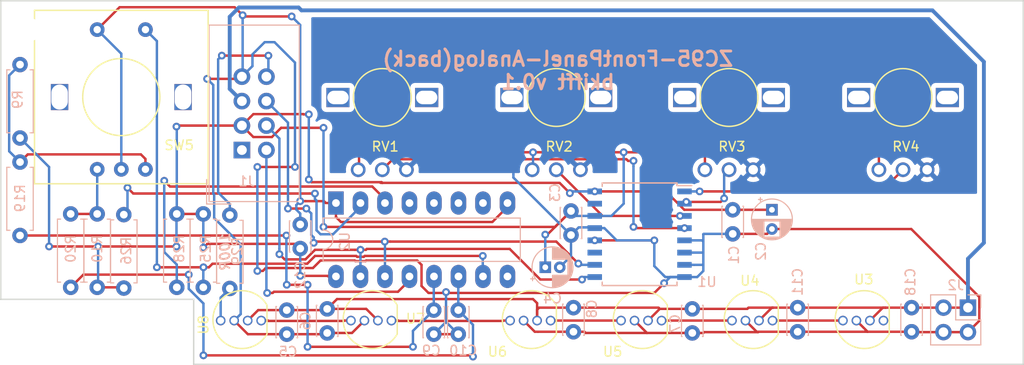
<source format=kicad_pcb>
(kicad_pcb (version 20171130) (host pcbnew "(5.1.12)-1")

  (general
    (thickness 1.6)
    (drawings 7)
    (tracks 465)
    (zones 0)
    (modules 40)
    (nets 34)
  )

  (page A4)
  (layers
    (0 F.Cu signal)
    (31 B.Cu signal)
    (32 B.Adhes user hide)
    (33 F.Adhes user hide)
    (34 B.Paste user)
    (35 F.Paste user)
    (36 B.SilkS user)
    (37 F.SilkS user)
    (38 B.Mask user)
    (39 F.Mask user)
    (40 Dwgs.User user)
    (41 Cmts.User user hide)
    (42 Eco1.User user)
    (43 Eco2.User user)
    (44 Edge.Cuts user)
    (45 Margin user)
    (46 B.CrtYd user hide)
    (47 F.CrtYd user)
    (48 B.Fab user hide)
    (49 F.Fab user hide)
  )

  (setup
    (last_trace_width 0.25)
    (user_trace_width 0.4)
    (user_trace_width 0.6)
    (user_trace_width 1)
    (user_trace_width 0.4)
    (user_trace_width 0.6)
    (user_trace_width 1)
    (trace_clearance 0.2)
    (zone_clearance 0.508)
    (zone_45_only no)
    (trace_min 0.2)
    (via_size 0.8)
    (via_drill 0.4)
    (via_min_size 0.4)
    (via_min_drill 0.3)
    (uvia_size 0.3)
    (uvia_drill 0.1)
    (uvias_allowed no)
    (uvia_min_size 0.2)
    (uvia_min_drill 0.1)
    (edge_width 0.15)
    (segment_width 0.2)
    (pcb_text_width 0.3)
    (pcb_text_size 1.5 1.5)
    (mod_edge_width 0.15)
    (mod_text_size 1 1)
    (mod_text_width 0.15)
    (pad_size 4 4)
    (pad_drill 3.2)
    (pad_to_mask_clearance 0.051)
    (solder_mask_min_width 0.25)
    (aux_axis_origin 0 0)
    (visible_elements 7FFFFFFF)
    (pcbplotparams
      (layerselection 0x010f0_ffffffff)
      (usegerberextensions true)
      (usegerberattributes false)
      (usegerberadvancedattributes false)
      (creategerberjobfile false)
      (gerberprecision 5)
      (excludeedgelayer true)
      (linewidth 0.100000)
      (plotframeref false)
      (viasonmask false)
      (mode 1)
      (useauxorigin false)
      (hpglpennumber 1)
      (hpglpenspeed 20)
      (hpglpendiameter 15.000000)
      (psnegative false)
      (psa4output false)
      (plotreference true)
      (plotvalue true)
      (plotinvisibletext false)
      (padsonsilk false)
      (subtractmaskfromsilk true)
      (outputformat 1)
      (mirror false)
      (drillshape 0)
      (scaleselection 1)
      (outputdirectory "gerber/FP-Back-Analog/"))
  )

  (net 0 "")
  (net 1 ROT5-B)
  (net 2 ROT5-A)
  (net 3 +3v3)
  (net 4 +5v)
  (net 5 INT2)
  (net 6 SDA)
  (net 7 SCL)
  (net 8 LED_DATA)
  (net 9 "Net-(R19-Pad1)")
  (net 10 "Net-(R10-Pad2)")
  (net 11 ROT5-BUT)
  (net 12 "Net-(R26-Pad1)")
  (net 13 "Net-(R28-Pad1)")
  (net 14 "Net-(R29-Pad2)")
  (net 15 "Net-(U3-Pad4)")
  (net 16 "Net-(U4-Pad4)")
  (net 17 "Net-(U5-Pad4)")
  (net 18 "Net-(U6-Pad4)")
  (net 19 "Net-(U7-Pad4)")
  (net 20 "Net-(RV1-Pad2)")
  (net 21 "Net-(RV2-Pad2)")
  (net 22 "Net-(RV3-Pad2)")
  (net 23 "Net-(RV4-Pad2)")
  (net 24 @DIN)
  (net 25 "Net-(J1-Pad1)")
  (net 26 "Net-(U1-Pad11)")
  (net 27 "Net-(U1-Pad15)")
  (net 28 "Net-(U2-Pad7)")
  (net 29 "Net-(U2-Pad6)")
  (net 30 "Net-(U2-Pad5)")
  (net 31 "Net-(U2-Pad4)")
  (net 32 "Net-(U2-Pad9)")
  (net 33 "Net-(U3-Pad1)")

  (net_class Default "This is the default net class."
    (clearance 0.2)
    (trace_width 0.25)
    (via_dia 0.8)
    (via_drill 0.4)
    (uvia_dia 0.3)
    (uvia_drill 0.1)
    (add_net +3v3)
    (add_net +5v)
    (add_net @DIN)
    (add_net INT2)
    (add_net LED_DATA)
    (add_net "Net-(J1-Pad1)")
    (add_net "Net-(R10-Pad2)")
    (add_net "Net-(R19-Pad1)")
    (add_net "Net-(R26-Pad1)")
    (add_net "Net-(R28-Pad1)")
    (add_net "Net-(R29-Pad2)")
    (add_net "Net-(RV1-Pad2)")
    (add_net "Net-(RV2-Pad2)")
    (add_net "Net-(RV3-Pad2)")
    (add_net "Net-(RV4-Pad2)")
    (add_net "Net-(U1-Pad11)")
    (add_net "Net-(U1-Pad15)")
    (add_net "Net-(U2-Pad4)")
    (add_net "Net-(U2-Pad5)")
    (add_net "Net-(U2-Pad6)")
    (add_net "Net-(U2-Pad7)")
    (add_net "Net-(U2-Pad9)")
    (add_net "Net-(U3-Pad1)")
    (add_net "Net-(U3-Pad4)")
    (add_net "Net-(U4-Pad4)")
    (add_net "Net-(U5-Pad4)")
    (add_net "Net-(U6-Pad4)")
    (add_net "Net-(U7-Pad4)")
    (add_net ROT5-A)
    (add_net ROT5-B)
    (add_net ROT5-BUT)
    (add_net SCL)
    (add_net SDA)
  )

  (module Connector_PinHeader_2.54mm:PinHeader_2x02_P2.54mm_Vertical (layer B.Cu) (tedit 59FED5CC) (tstamp 629A60BF)
    (at 191.262 149.86 180)
    (descr "Through hole straight pin header, 2x02, 2.54mm pitch, double rows")
    (tags "Through hole pin header THT 2x02 2.54mm double row")
    (path /629D8B4F)
    (fp_text reference J2 (at 1.27 2.33) (layer B.SilkS)
      (effects (font (size 1 1) (thickness 0.15)) (justify mirror))
    )
    (fp_text value LED_PIN_SELECT (at 1.27 -4.87) (layer B.Fab)
      (effects (font (size 1 1) (thickness 0.15)) (justify mirror))
    )
    (fp_line (start 0 1.27) (end 3.81 1.27) (layer B.Fab) (width 0.1))
    (fp_line (start 3.81 1.27) (end 3.81 -3.81) (layer B.Fab) (width 0.1))
    (fp_line (start 3.81 -3.81) (end -1.27 -3.81) (layer B.Fab) (width 0.1))
    (fp_line (start -1.27 -3.81) (end -1.27 0) (layer B.Fab) (width 0.1))
    (fp_line (start -1.27 0) (end 0 1.27) (layer B.Fab) (width 0.1))
    (fp_line (start -1.33 -3.87) (end 3.87 -3.87) (layer B.SilkS) (width 0.12))
    (fp_line (start -1.33 -1.27) (end -1.33 -3.87) (layer B.SilkS) (width 0.12))
    (fp_line (start 3.87 1.33) (end 3.87 -3.87) (layer B.SilkS) (width 0.12))
    (fp_line (start -1.33 -1.27) (end 1.27 -1.27) (layer B.SilkS) (width 0.12))
    (fp_line (start 1.27 -1.27) (end 1.27 1.33) (layer B.SilkS) (width 0.12))
    (fp_line (start 1.27 1.33) (end 3.87 1.33) (layer B.SilkS) (width 0.12))
    (fp_line (start -1.33 0) (end -1.33 1.33) (layer B.SilkS) (width 0.12))
    (fp_line (start -1.33 1.33) (end 0 1.33) (layer B.SilkS) (width 0.12))
    (fp_line (start -1.8 1.8) (end -1.8 -4.35) (layer B.CrtYd) (width 0.05))
    (fp_line (start -1.8 -4.35) (end 4.35 -4.35) (layer B.CrtYd) (width 0.05))
    (fp_line (start 4.35 -4.35) (end 4.35 1.8) (layer B.CrtYd) (width 0.05))
    (fp_line (start 4.35 1.8) (end -1.8 1.8) (layer B.CrtYd) (width 0.05))
    (fp_text user %R (at 1.27 -1.27 270) (layer B.Fab)
      (effects (font (size 1 1) (thickness 0.15)) (justify mirror))
    )
    (pad 4 thru_hole oval (at 2.54 -2.54 180) (size 1.7 1.7) (drill 1) (layers *.Cu *.Mask)
      (net 24 @DIN))
    (pad 3 thru_hole oval (at 0 -2.54 180) (size 1.7 1.7) (drill 1) (layers *.Cu *.Mask)
      (net 24 @DIN))
    (pad 2 thru_hole oval (at 2.54 0 180) (size 1.7 1.7) (drill 1) (layers *.Cu *.Mask)
      (net 4 +5v))
    (pad 1 thru_hole rect (at 0 0 180) (size 1.7 1.7) (drill 1) (layers *.Cu *.Mask)
      (net 4 +5v))
    (model ${KISYS3DMOD}/Connector_PinHeader_2.54mm.3dshapes/PinHeader_2x02_P2.54mm_Vertical.wrl
      (at (xyz 0 0 0))
      (scale (xyz 1 1 1))
      (rotate (xyz 0 0 0))
    )
  )

  (module Resistor_THT:R_Axial_DIN0207_L6.3mm_D2.5mm_P7.62mm_Horizontal (layer B.Cu) (tedit 60A2B1A8) (tstamp 60D1AC81)
    (at 103.759 140.208 270)
    (descr "Resistor, Axial_DIN0207 series, Axial, Horizontal, pin pitch=7.62mm, 0.25W = 1/4W, length*diameter=6.3*2.5mm^2, http://cdn-reichelt.de/documents/datenblatt/B400/1_4W%23YAG.pdf")
    (tags "Resistor Axial_DIN0207 series Axial Horizontal pin pitch 7.62mm 0.25W = 1/4W length 6.3mm diameter 2.5mm")
    (path /60C400CE)
    (fp_text reference R26 (at 3.75 -0.25 270) (layer B.SilkS)
      (effects (font (size 1 1) (thickness 0.15)) (justify mirror))
    )
    (fp_text value 10K (at 3.81 0 270) (layer B.Fab)
      (effects (font (size 1 1) (thickness 0.15)) (justify mirror))
    )
    (fp_line (start 0.66 1.25) (end 0.66 -1.25) (layer B.Fab) (width 0.1))
    (fp_line (start 0.66 -1.25) (end 6.96 -1.25) (layer B.Fab) (width 0.1))
    (fp_line (start 6.96 -1.25) (end 6.96 1.25) (layer B.Fab) (width 0.1))
    (fp_line (start 6.96 1.25) (end 0.66 1.25) (layer B.Fab) (width 0.1))
    (fp_line (start 0 0) (end 0.66 0) (layer B.Fab) (width 0.1))
    (fp_line (start 7.62 0) (end 6.96 0) (layer B.Fab) (width 0.1))
    (fp_line (start 0.54 1.04) (end 0.54 1.37) (layer B.SilkS) (width 0.12))
    (fp_line (start 0.54 1.37) (end 7.08 1.37) (layer B.SilkS) (width 0.12))
    (fp_line (start 7.08 1.37) (end 7.08 1.04) (layer B.SilkS) (width 0.12))
    (fp_line (start 0.54 -1.04) (end 0.54 -1.37) (layer B.SilkS) (width 0.12))
    (fp_line (start 0.54 -1.37) (end 7.08 -1.37) (layer B.SilkS) (width 0.12))
    (fp_line (start 7.08 -1.37) (end 7.08 -1.04) (layer B.SilkS) (width 0.12))
    (fp_line (start -1.05 1.5) (end -1.05 -1.5) (layer B.CrtYd) (width 0.05))
    (fp_line (start -1.05 -1.5) (end 8.67 -1.5) (layer B.CrtYd) (width 0.05))
    (fp_line (start 8.67 -1.5) (end 8.67 1.5) (layer B.CrtYd) (width 0.05))
    (fp_line (start 8.67 1.5) (end -1.05 1.5) (layer B.CrtYd) (width 0.05))
    (fp_text user %R (at 3.81 0 270) (layer B.Fab) hide
      (effects (font (size 1 1) (thickness 0.15)) (justify mirror))
    )
    (pad 2 thru_hole oval (at 7.62 0 270) (size 1.6 1.6) (drill 0.8) (layers *.Cu *.Mask)
      (net 3 +3v3))
    (pad 1 thru_hole circle (at 0 0 270) (size 1.6 1.6) (drill 0.8) (layers *.Cu *.Mask)
      (net 12 "Net-(R26-Pad1)"))
    (model ${KISYS3DMOD}/Resistor_THT.3dshapes/R_Axial_DIN0207_L6.3mm_D2.5mm_P7.62mm_Horizontal.wrl
      (at (xyz 0 0 0))
      (scale (xyz 1 1 1))
      (rotate (xyz 0 0 0))
    )
  )

  (module "ProjLib:BOURNS PEC11L-4125F-S0020" (layer F.Cu) (tedit 60CD03E2) (tstamp 60A2C266)
    (at 103.5 128)
    (path /60A2DC44)
    (fp_text reference SW5 (at 6 5) (layer F.SilkS)
      (effects (font (size 1 1) (thickness 0.15)))
    )
    (fp_text value ADJ (at 0 0) (layer F.Fab)
      (effects (font (size 1 1) (thickness 0.15)))
    )
    (fp_circle (center 0 0) (end 4 0) (layer F.SilkS) (width 0.15))
    (fp_line (start 9 0) (end 9 9) (layer F.SilkS) (width 0.15))
    (fp_line (start 9 9) (end -9 9) (layer F.SilkS) (width 0.15))
    (fp_line (start -9 9) (end -9 -9) (layer F.SilkS) (width 0.15))
    (fp_line (start -9 -9) (end 9 -9) (layer F.SilkS) (width 0.15))
    (fp_line (start 9 -9) (end 9 0) (layer F.SilkS) (width 0.15))
    (pad "" thru_hole rect (at -6.4 0) (size 1.8 2.7) (drill oval 1.7 2.6) (layers *.Cu *.Mask))
    (pad "" thru_hole rect (at 6.4 0) (size 1.8 2.7) (drill oval 1.7 2.6) (layers *.Cu *.Mask))
    (pad B thru_hole circle (at 2.5 7.5) (size 1.524 1.524) (drill 0.762) (layers *.Cu *.Mask)
      (net 9 "Net-(R19-Pad1)"))
    (pad C thru_hole circle (at 0 7.5) (size 1.524 1.524) (drill 0.762) (layers *.Cu *.Mask)
      (net 24 @DIN))
    (pad A thru_hole circle (at -2.5 7.5) (size 1.524 1.524) (drill 0.762) (layers *.Cu *.Mask)
      (net 10 "Net-(R10-Pad2)"))
    (pad S2 thru_hole circle (at 2.5 -7) (size 1.524 1.524) (drill 0.762) (layers *.Cu *.Mask)
      (net 11 ROT5-BUT))
    (pad S1 thru_hole circle (at -2.5 -7) (size 1.524 1.524) (drill 0.762) (layers *.Cu *.Mask)
      (net 24 @DIN))
  )

  (module ProjLib:WS2812D-F5 (layer F.Cu) (tedit 60A186D2) (tstamp 60D180A1)
    (at 158.5 148)
    (path /60A14503)
    (fp_text reference U5 (at -4.068 6.432) (layer F.SilkS)
      (effects (font (size 1 1) (thickness 0.15)))
    )
    (fp_text value WS2812D (at 0.1 -2) (layer F.Fab)
      (effects (font (size 1 1) (thickness 0.15)))
    )
    (fp_line (start 1.6 1.7) (end 1.6 4.6) (layer F.SilkS) (width 0.15))
    (fp_arc (start -1 3.1) (end 1.6 1.6) (angle -299.054591) (layer F.SilkS) (width 0.15))
    (pad 4 thru_hole circle (at -3.2 3.2) (size 1 1) (drill 0.7) (layers *.Cu *.Mask)
      (net 17 "Net-(U5-Pad4)"))
    (pad 3 thru_hole circle (at -1.8 3.2) (size 1 1) (drill 0.7) (layers *.Cu *.Mask)
      (net 24 @DIN))
    (pad 2 thru_hole circle (at -0.4 3.2) (size 1 1) (drill 0.7) (layers *.Cu *.Mask)
      (net 4 +5v))
    (pad 1 thru_hole circle (at 1 3.2) (size 1 1) (drill 0.7) (layers *.Cu *.Mask)
      (net 16 "Net-(U4-Pad4)"))
  )

  (module ProjLib:WS2812D-F5 (layer F.Cu) (tedit 60A186D2) (tstamp 60D180AB)
    (at 147 148)
    (path /60A14539)
    (fp_text reference U6 (at -4.506 6.432) (layer F.SilkS)
      (effects (font (size 1 1) (thickness 0.15)))
    )
    (fp_text value WS2812D (at 0.1 -2) (layer F.Fab)
      (effects (font (size 1 1) (thickness 0.15)))
    )
    (fp_line (start 1.6 1.7) (end 1.6 4.6) (layer F.SilkS) (width 0.15))
    (fp_arc (start -1 3.1) (end 1.6 1.6) (angle -299.054591) (layer F.SilkS) (width 0.15))
    (pad 1 thru_hole circle (at 1 3.2) (size 1 1) (drill 0.7) (layers *.Cu *.Mask)
      (net 17 "Net-(U5-Pad4)"))
    (pad 2 thru_hole circle (at -0.4 3.2) (size 1 1) (drill 0.7) (layers *.Cu *.Mask)
      (net 4 +5v))
    (pad 3 thru_hole circle (at -1.8 3.2) (size 1 1) (drill 0.7) (layers *.Cu *.Mask)
      (net 24 @DIN))
    (pad 4 thru_hole circle (at -3.2 3.2) (size 1 1) (drill 0.7) (layers *.Cu *.Mask)
      (net 18 "Net-(U6-Pad4)"))
  )

  (module ProjLib:WS2812D-F5 (layer F.Cu) (tedit 60A186D2) (tstamp 60D180BF)
    (at 117 148)
    (path /60A1483F)
    (fp_text reference U8 (at -4.986 3.638 90) (layer F.SilkS)
      (effects (font (size 1 1) (thickness 0.15)))
    )
    (fp_text value WS2812D (at 0.1 -2) (layer F.Fab)
      (effects (font (size 1 1) (thickness 0.15)))
    )
    (fp_line (start 1.6 1.7) (end 1.6 4.6) (layer F.SilkS) (width 0.15))
    (fp_arc (start -1 3.1) (end 1.6 1.6) (angle -299.054591) (layer F.SilkS) (width 0.15))
    (pad 4 thru_hole circle (at -3.2 3.2) (size 1 1) (drill 0.7) (layers *.Cu *.Mask)
      (net 14 "Net-(R29-Pad2)"))
    (pad 3 thru_hole circle (at -1.8 3.2) (size 1 1) (drill 0.7) (layers *.Cu *.Mask)
      (net 24 @DIN))
    (pad 2 thru_hole circle (at -0.4 3.2) (size 1 1) (drill 0.7) (layers *.Cu *.Mask)
      (net 4 +5v))
    (pad 1 thru_hole circle (at 1 3.2) (size 1 1) (drill 0.7) (layers *.Cu *.Mask)
      (net 19 "Net-(U7-Pad4)"))
  )

  (module Capacitor_THT:C_Disc_D3.0mm_W2.0mm_P2.50mm (layer B.Cu) (tedit 5AE50EF0) (tstamp 60D1BA91)
    (at 166.878 139.7 270)
    (descr "C, Disc series, Radial, pin pitch=2.50mm, , diameter*width=3*2mm^2, Capacitor")
    (tags "C Disc series Radial pin pitch 2.50mm  diameter 3mm width 2mm Capacitor")
    (path /60CE8672)
    (fp_text reference C1 (at 4.699 -0.127 270) (layer B.SilkS)
      (effects (font (size 1 1) (thickness 0.15)) (justify mirror))
    )
    (fp_text value 100nF (at 1.25 -2.25 270) (layer B.Fab)
      (effects (font (size 1 1) (thickness 0.15)) (justify mirror))
    )
    (fp_line (start 3.55 1.25) (end -1.05 1.25) (layer B.CrtYd) (width 0.05))
    (fp_line (start 3.55 -1.25) (end 3.55 1.25) (layer B.CrtYd) (width 0.05))
    (fp_line (start -1.05 -1.25) (end 3.55 -1.25) (layer B.CrtYd) (width 0.05))
    (fp_line (start -1.05 1.25) (end -1.05 -1.25) (layer B.CrtYd) (width 0.05))
    (fp_line (start 2.87 -1.055) (end 2.87 -1.12) (layer B.SilkS) (width 0.12))
    (fp_line (start 2.87 1.12) (end 2.87 1.055) (layer B.SilkS) (width 0.12))
    (fp_line (start -0.37 -1.055) (end -0.37 -1.12) (layer B.SilkS) (width 0.12))
    (fp_line (start -0.37 1.12) (end -0.37 1.055) (layer B.SilkS) (width 0.12))
    (fp_line (start -0.37 -1.12) (end 2.87 -1.12) (layer B.SilkS) (width 0.12))
    (fp_line (start -0.37 1.12) (end 2.87 1.12) (layer B.SilkS) (width 0.12))
    (fp_line (start 2.75 1) (end -0.25 1) (layer B.Fab) (width 0.1))
    (fp_line (start 2.75 -1) (end 2.75 1) (layer B.Fab) (width 0.1))
    (fp_line (start -0.25 -1) (end 2.75 -1) (layer B.Fab) (width 0.1))
    (fp_line (start -0.25 1) (end -0.25 -1) (layer B.Fab) (width 0.1))
    (fp_text user %R (at 1.25 0 270) (layer B.Fab)
      (effects (font (size 0.6 0.6) (thickness 0.09)) (justify mirror))
    )
    (pad 1 thru_hole circle (at 0 0 270) (size 1.6 1.6) (drill 0.8) (layers *.Cu *.Mask)
      (net 3 +3v3))
    (pad 2 thru_hole circle (at 2.5 0 270) (size 1.6 1.6) (drill 0.8) (layers *.Cu *.Mask)
      (net 24 @DIN))
    (model ${KISYS3DMOD}/Capacitor_THT.3dshapes/C_Disc_D3.0mm_W2.0mm_P2.50mm.wrl
      (at (xyz 0 0 0))
      (scale (xyz 1 1 1))
      (rotate (xyz 0 0 0))
    )
  )

  (module Capacitor_THT:C_Disc_D3.0mm_W2.0mm_P2.50mm (layer B.Cu) (tedit 5AE50EF0) (tstamp 60D17BEA)
    (at 150.114 139.827 270)
    (descr "C, Disc series, Radial, pin pitch=2.50mm, , diameter*width=3*2mm^2, Capacitor")
    (tags "C Disc series Radial pin pitch 2.50mm  diameter 3mm width 2mm Capacitor")
    (path /60CEEAC3)
    (fp_text reference C3 (at -1.905 1.651 270) (layer B.SilkS)
      (effects (font (size 1 1) (thickness 0.15)) (justify mirror))
    )
    (fp_text value 100nF (at 1.25 -2.25 270) (layer B.Fab)
      (effects (font (size 1 1) (thickness 0.15)) (justify mirror))
    )
    (fp_line (start -0.25 1) (end -0.25 -1) (layer B.Fab) (width 0.1))
    (fp_line (start -0.25 -1) (end 2.75 -1) (layer B.Fab) (width 0.1))
    (fp_line (start 2.75 -1) (end 2.75 1) (layer B.Fab) (width 0.1))
    (fp_line (start 2.75 1) (end -0.25 1) (layer B.Fab) (width 0.1))
    (fp_line (start -0.37 1.12) (end 2.87 1.12) (layer B.SilkS) (width 0.12))
    (fp_line (start -0.37 -1.12) (end 2.87 -1.12) (layer B.SilkS) (width 0.12))
    (fp_line (start -0.37 1.12) (end -0.37 1.055) (layer B.SilkS) (width 0.12))
    (fp_line (start -0.37 -1.055) (end -0.37 -1.12) (layer B.SilkS) (width 0.12))
    (fp_line (start 2.87 1.12) (end 2.87 1.055) (layer B.SilkS) (width 0.12))
    (fp_line (start 2.87 -1.055) (end 2.87 -1.12) (layer B.SilkS) (width 0.12))
    (fp_line (start -1.05 1.25) (end -1.05 -1.25) (layer B.CrtYd) (width 0.05))
    (fp_line (start -1.05 -1.25) (end 3.55 -1.25) (layer B.CrtYd) (width 0.05))
    (fp_line (start 3.55 -1.25) (end 3.55 1.25) (layer B.CrtYd) (width 0.05))
    (fp_line (start 3.55 1.25) (end -1.05 1.25) (layer B.CrtYd) (width 0.05))
    (fp_text user %R (at 1.25 0 270) (layer B.Fab)
      (effects (font (size 0.6 0.6) (thickness 0.09)) (justify mirror))
    )
    (pad 2 thru_hole circle (at 2.5 0 270) (size 1.6 1.6) (drill 0.8) (layers *.Cu *.Mask)
      (net 24 @DIN))
    (pad 1 thru_hole circle (at 0 0 270) (size 1.6 1.6) (drill 0.8) (layers *.Cu *.Mask)
      (net 3 +3v3))
    (model ${KISYS3DMOD}/Capacitor_THT.3dshapes/C_Disc_D3.0mm_W2.0mm_P2.50mm.wrl
      (at (xyz 0 0 0))
      (scale (xyz 1 1 1))
      (rotate (xyz 0 0 0))
    )
  )

  (module Capacitor_THT:C_Disc_D3.0mm_W2.0mm_P2.50mm (layer B.Cu) (tedit 5AE50EF0) (tstamp 60D17C68)
    (at 135.89 150.114 270)
    (descr "C, Disc series, Radial, pin pitch=2.50mm, , diameter*width=3*2mm^2, Capacitor")
    (tags "C Disc series Radial pin pitch 2.50mm  diameter 3mm width 2mm Capacitor")
    (path /60A2DC50)
    (fp_text reference C9 (at 4.191 0.254) (layer B.SilkS)
      (effects (font (size 1 1) (thickness 0.15)) (justify mirror))
    )
    (fp_text value 100nF (at 1.25 -2.25 270) (layer B.Fab)
      (effects (font (size 1 1) (thickness 0.15)) (justify mirror))
    )
    (fp_line (start -0.25 1) (end -0.25 -1) (layer B.Fab) (width 0.1))
    (fp_line (start -0.25 -1) (end 2.75 -1) (layer B.Fab) (width 0.1))
    (fp_line (start 2.75 -1) (end 2.75 1) (layer B.Fab) (width 0.1))
    (fp_line (start 2.75 1) (end -0.25 1) (layer B.Fab) (width 0.1))
    (fp_line (start -0.37 1.12) (end 2.87 1.12) (layer B.SilkS) (width 0.12))
    (fp_line (start -0.37 -1.12) (end 2.87 -1.12) (layer B.SilkS) (width 0.12))
    (fp_line (start -0.37 1.12) (end -0.37 1.055) (layer B.SilkS) (width 0.12))
    (fp_line (start -0.37 -1.055) (end -0.37 -1.12) (layer B.SilkS) (width 0.12))
    (fp_line (start 2.87 1.12) (end 2.87 1.055) (layer B.SilkS) (width 0.12))
    (fp_line (start 2.87 -1.055) (end 2.87 -1.12) (layer B.SilkS) (width 0.12))
    (fp_line (start -1.05 1.25) (end -1.05 -1.25) (layer B.CrtYd) (width 0.05))
    (fp_line (start -1.05 -1.25) (end 3.55 -1.25) (layer B.CrtYd) (width 0.05))
    (fp_line (start 3.55 -1.25) (end 3.55 1.25) (layer B.CrtYd) (width 0.05))
    (fp_line (start 3.55 1.25) (end -1.05 1.25) (layer B.CrtYd) (width 0.05))
    (fp_text user %R (at 1.25 0 270) (layer B.Fab)
      (effects (font (size 0.6 0.6) (thickness 0.09)) (justify mirror))
    )
    (pad 2 thru_hole circle (at 2.5 0 270) (size 1.6 1.6) (drill 0.8) (layers *.Cu *.Mask)
      (net 24 @DIN))
    (pad 1 thru_hole circle (at 0 0 270) (size 1.6 1.6) (drill 0.8) (layers *.Cu *.Mask)
      (net 1 ROT5-B))
    (model ${KISYS3DMOD}/Capacitor_THT.3dshapes/C_Disc_D3.0mm_W2.0mm_P2.50mm.wrl
      (at (xyz 0 0 0))
      (scale (xyz 1 1 1))
      (rotate (xyz 0 0 0))
    )
  )

  (module Capacitor_THT:C_Disc_D3.0mm_W2.0mm_P2.50mm (layer B.Cu) (tedit 5AE50EF0) (tstamp 60D17C7D)
    (at 138.43 150.114 270)
    (descr "C, Disc series, Radial, pin pitch=2.50mm, , diameter*width=3*2mm^2, Capacitor")
    (tags "C Disc series Radial pin pitch 2.50mm  diameter 3mm width 2mm Capacitor")
    (path /60A2DC56)
    (fp_text reference C10 (at 4.191 -0.508 180) (layer B.SilkS)
      (effects (font (size 1 1) (thickness 0.15)) (justify mirror))
    )
    (fp_text value 100nF (at 1.25 -2.25 270) (layer B.Fab)
      (effects (font (size 1 1) (thickness 0.15)) (justify mirror))
    )
    (fp_line (start -0.25 1) (end -0.25 -1) (layer B.Fab) (width 0.1))
    (fp_line (start -0.25 -1) (end 2.75 -1) (layer B.Fab) (width 0.1))
    (fp_line (start 2.75 -1) (end 2.75 1) (layer B.Fab) (width 0.1))
    (fp_line (start 2.75 1) (end -0.25 1) (layer B.Fab) (width 0.1))
    (fp_line (start -0.37 1.12) (end 2.87 1.12) (layer B.SilkS) (width 0.12))
    (fp_line (start -0.37 -1.12) (end 2.87 -1.12) (layer B.SilkS) (width 0.12))
    (fp_line (start -0.37 1.12) (end -0.37 1.055) (layer B.SilkS) (width 0.12))
    (fp_line (start -0.37 -1.055) (end -0.37 -1.12) (layer B.SilkS) (width 0.12))
    (fp_line (start 2.87 1.12) (end 2.87 1.055) (layer B.SilkS) (width 0.12))
    (fp_line (start 2.87 -1.055) (end 2.87 -1.12) (layer B.SilkS) (width 0.12))
    (fp_line (start -1.05 1.25) (end -1.05 -1.25) (layer B.CrtYd) (width 0.05))
    (fp_line (start -1.05 -1.25) (end 3.55 -1.25) (layer B.CrtYd) (width 0.05))
    (fp_line (start 3.55 -1.25) (end 3.55 1.25) (layer B.CrtYd) (width 0.05))
    (fp_line (start 3.55 1.25) (end -1.05 1.25) (layer B.CrtYd) (width 0.05))
    (fp_text user %R (at 1.25 0 270) (layer B.Fab)
      (effects (font (size 0.6 0.6) (thickness 0.09)) (justify mirror))
    )
    (pad 2 thru_hole circle (at 2.5 0 270) (size 1.6 1.6) (drill 0.8) (layers *.Cu *.Mask)
      (net 24 @DIN))
    (pad 1 thru_hole circle (at 0 0 270) (size 1.6 1.6) (drill 0.8) (layers *.Cu *.Mask)
      (net 2 ROT5-A))
    (model ${KISYS3DMOD}/Capacitor_THT.3dshapes/C_Disc_D3.0mm_W2.0mm_P2.50mm.wrl
      (at (xyz 0 0 0))
      (scale (xyz 1 1 1))
      (rotate (xyz 0 0 0))
    )
  )

  (module Capacitor_THT:C_Disc_D3.0mm_W2.0mm_P2.50mm (layer B.Cu) (tedit 5AE50EF0) (tstamp 60D17CA7)
    (at 122.047 141.224 270)
    (descr "C, Disc series, Radial, pin pitch=2.50mm, , diameter*width=3*2mm^2, Capacitor")
    (tags "C Disc series Radial pin pitch 2.50mm  diameter 3mm width 2mm Capacitor")
    (path /60AAF487)
    (fp_text reference C12 (at 5.25 0 270) (layer B.SilkS)
      (effects (font (size 1 1) (thickness 0.15)) (justify mirror))
    )
    (fp_text value 100nF (at 1.25 -2.25 270) (layer B.Fab)
      (effects (font (size 1 1) (thickness 0.15)) (justify mirror))
    )
    (fp_line (start 3.55 1.25) (end -1.05 1.25) (layer B.CrtYd) (width 0.05))
    (fp_line (start 3.55 -1.25) (end 3.55 1.25) (layer B.CrtYd) (width 0.05))
    (fp_line (start -1.05 -1.25) (end 3.55 -1.25) (layer B.CrtYd) (width 0.05))
    (fp_line (start -1.05 1.25) (end -1.05 -1.25) (layer B.CrtYd) (width 0.05))
    (fp_line (start 2.87 -1.055) (end 2.87 -1.12) (layer B.SilkS) (width 0.12))
    (fp_line (start 2.87 1.12) (end 2.87 1.055) (layer B.SilkS) (width 0.12))
    (fp_line (start -0.37 -1.055) (end -0.37 -1.12) (layer B.SilkS) (width 0.12))
    (fp_line (start -0.37 1.12) (end -0.37 1.055) (layer B.SilkS) (width 0.12))
    (fp_line (start -0.37 -1.12) (end 2.87 -1.12) (layer B.SilkS) (width 0.12))
    (fp_line (start -0.37 1.12) (end 2.87 1.12) (layer B.SilkS) (width 0.12))
    (fp_line (start 2.75 1) (end -0.25 1) (layer B.Fab) (width 0.1))
    (fp_line (start 2.75 -1) (end 2.75 1) (layer B.Fab) (width 0.1))
    (fp_line (start -0.25 -1) (end 2.75 -1) (layer B.Fab) (width 0.1))
    (fp_line (start -0.25 1) (end -0.25 -1) (layer B.Fab) (width 0.1))
    (fp_text user %R (at 1.25 0 270) (layer B.Fab)
      (effects (font (size 0.6 0.6) (thickness 0.09)) (justify mirror))
    )
    (pad 1 thru_hole circle (at 0 0 270) (size 1.6 1.6) (drill 0.8) (layers *.Cu *.Mask)
      (net 24 @DIN))
    (pad 2 thru_hole circle (at 2.5 0 270) (size 1.6 1.6) (drill 0.8) (layers *.Cu *.Mask)
      (net 3 +3v3))
    (model ${KISYS3DMOD}/Capacitor_THT.3dshapes/C_Disc_D3.0mm_W2.0mm_P2.50mm.wrl
      (at (xyz 0 0 0))
      (scale (xyz 1 1 1))
      (rotate (xyz 0 0 0))
    )
  )

  (module Capacitor_THT:C_Disc_D3.0mm_W2.0mm_P2.50mm (layer B.Cu) (tedit 5AE50EF0) (tstamp 60D17D25)
    (at 185.42 152.36 90)
    (descr "C, Disc series, Radial, pin pitch=2.50mm, , diameter*width=3*2mm^2, Capacitor")
    (tags "C Disc series Radial pin pitch 2.50mm  diameter 3mm width 2mm Capacitor")
    (path /60ACDFEC)
    (fp_text reference C18 (at 5.167 -0.127 90) (layer B.SilkS)
      (effects (font (size 1 1) (thickness 0.15)) (justify mirror))
    )
    (fp_text value 100nF (at 1.25 -2.25 90) (layer B.Fab)
      (effects (font (size 1 1) (thickness 0.15)) (justify mirror))
    )
    (fp_line (start 3.55 1.25) (end -1.05 1.25) (layer B.CrtYd) (width 0.05))
    (fp_line (start 3.55 -1.25) (end 3.55 1.25) (layer B.CrtYd) (width 0.05))
    (fp_line (start -1.05 -1.25) (end 3.55 -1.25) (layer B.CrtYd) (width 0.05))
    (fp_line (start -1.05 1.25) (end -1.05 -1.25) (layer B.CrtYd) (width 0.05))
    (fp_line (start 2.87 -1.055) (end 2.87 -1.12) (layer B.SilkS) (width 0.12))
    (fp_line (start 2.87 1.12) (end 2.87 1.055) (layer B.SilkS) (width 0.12))
    (fp_line (start -0.37 -1.055) (end -0.37 -1.12) (layer B.SilkS) (width 0.12))
    (fp_line (start -0.37 1.12) (end -0.37 1.055) (layer B.SilkS) (width 0.12))
    (fp_line (start -0.37 -1.12) (end 2.87 -1.12) (layer B.SilkS) (width 0.12))
    (fp_line (start -0.37 1.12) (end 2.87 1.12) (layer B.SilkS) (width 0.12))
    (fp_line (start 2.75 1) (end -0.25 1) (layer B.Fab) (width 0.1))
    (fp_line (start 2.75 -1) (end 2.75 1) (layer B.Fab) (width 0.1))
    (fp_line (start -0.25 -1) (end 2.75 -1) (layer B.Fab) (width 0.1))
    (fp_line (start -0.25 1) (end -0.25 -1) (layer B.Fab) (width 0.1))
    (fp_text user %R (at 1.25 0 90) (layer B.Fab)
      (effects (font (size 0.6 0.6) (thickness 0.09)) (justify mirror))
    )
    (pad 1 thru_hole circle (at 0 0 90) (size 1.6 1.6) (drill 0.8) (layers *.Cu *.Mask)
      (net 24 @DIN))
    (pad 2 thru_hole circle (at 2.5 0 90) (size 1.6 1.6) (drill 0.8) (layers *.Cu *.Mask)
      (net 4 +5v))
    (model ${KISYS3DMOD}/Capacitor_THT.3dshapes/C_Disc_D3.0mm_W2.0mm_P2.50mm.wrl
      (at (xyz 0 0 0))
      (scale (xyz 1 1 1))
      (rotate (xyz 0 0 0))
    )
  )

  (module Connector_IDC:IDC-Header_2x04_P2.54mm_Vertical (layer B.Cu) (tedit 59DE070F) (tstamp 60D17D4B)
    (at 116 133.5)
    (descr "Through hole straight IDC box header, 2x04, 2.54mm pitch, double rows")
    (tags "Through hole IDC box header THT 2x04 2.54mm double row")
    (path /60A12D0B)
    (fp_text reference J1 (at 0.5 3.25) (layer B.SilkS)
      (effects (font (size 1 1) (thickness 0.15)) (justify mirror))
    )
    (fp_text value Conn_02x04_Odd_Even (at 1.27 -14.224) (layer B.Fab)
      (effects (font (size 1 1) (thickness 0.15)) (justify mirror))
    )
    (fp_line (start -3.655 5.6) (end -1.115 5.6) (layer B.SilkS) (width 0.12))
    (fp_line (start -3.655 5.6) (end -3.655 3.06) (layer B.SilkS) (width 0.12))
    (fp_line (start -3.405 5.35) (end 5.945 5.35) (layer B.SilkS) (width 0.12))
    (fp_line (start -3.405 -12.97) (end -3.405 5.35) (layer B.SilkS) (width 0.12))
    (fp_line (start 5.945 -12.97) (end -3.405 -12.97) (layer B.SilkS) (width 0.12))
    (fp_line (start 5.945 5.35) (end 5.945 -12.97) (layer B.SilkS) (width 0.12))
    (fp_line (start -3.41 5.35) (end 5.95 5.35) (layer B.CrtYd) (width 0.05))
    (fp_line (start -3.41 -12.97) (end -3.41 5.35) (layer B.CrtYd) (width 0.05))
    (fp_line (start 5.95 -12.97) (end -3.41 -12.97) (layer B.CrtYd) (width 0.05))
    (fp_line (start 5.95 5.35) (end 5.95 -12.97) (layer B.CrtYd) (width 0.05))
    (fp_line (start -3.155 -12.72) (end -2.605 -12.16) (layer B.Fab) (width 0.1))
    (fp_line (start -3.155 5.1) (end -2.605 4.56) (layer B.Fab) (width 0.1))
    (fp_line (start 5.695 -12.72) (end 5.145 -12.16) (layer B.Fab) (width 0.1))
    (fp_line (start 5.695 5.1) (end 5.145 4.56) (layer B.Fab) (width 0.1))
    (fp_line (start 5.145 -12.16) (end -2.605 -12.16) (layer B.Fab) (width 0.1))
    (fp_line (start 5.695 -12.72) (end -3.155 -12.72) (layer B.Fab) (width 0.1))
    (fp_line (start 5.145 4.56) (end -2.605 4.56) (layer B.Fab) (width 0.1))
    (fp_line (start 5.695 5.1) (end -3.155 5.1) (layer B.Fab) (width 0.1))
    (fp_line (start -2.605 -6.06) (end -3.155 -6.06) (layer B.Fab) (width 0.1))
    (fp_line (start -2.605 -1.56) (end -3.155 -1.56) (layer B.Fab) (width 0.1))
    (fp_line (start -2.605 -6.06) (end -2.605 -12.16) (layer B.Fab) (width 0.1))
    (fp_line (start -2.605 4.56) (end -2.605 -1.56) (layer B.Fab) (width 0.1))
    (fp_line (start -3.155 5.1) (end -3.155 -12.72) (layer B.Fab) (width 0.1))
    (fp_line (start 5.145 4.56) (end 5.145 -12.16) (layer B.Fab) (width 0.1))
    (fp_line (start 5.695 5.1) (end 5.695 -12.72) (layer B.Fab) (width 0.1))
    (fp_text user %R (at 1.27 -3.81) (layer B.Fab)
      (effects (font (size 1 1) (thickness 0.15)) (justify mirror))
    )
    (pad 1 thru_hole rect (at 0 0) (size 1.7272 1.7272) (drill 1.016) (layers *.Cu *.Mask)
      (net 25 "Net-(J1-Pad1)"))
    (pad 2 thru_hole oval (at 2.54 0) (size 1.7272 1.7272) (drill 1.016) (layers *.Cu *.Mask)
      (net 5 INT2))
    (pad 3 thru_hole oval (at 0 -2.54) (size 1.7272 1.7272) (drill 1.016) (layers *.Cu *.Mask)
      (net 3 +3v3))
    (pad 4 thru_hole oval (at 2.54 -2.54) (size 1.7272 1.7272) (drill 1.016) (layers *.Cu *.Mask)
      (net 6 SDA))
    (pad 5 thru_hole oval (at 0 -5.08) (size 1.7272 1.7272) (drill 1.016) (layers *.Cu *.Mask)
      (net 4 +5v))
    (pad 6 thru_hole oval (at 2.54 -5.08) (size 1.7272 1.7272) (drill 1.016) (layers *.Cu *.Mask)
      (net 7 SCL))
    (pad 7 thru_hole oval (at 0 -7.62) (size 1.7272 1.7272) (drill 1.016) (layers *.Cu *.Mask)
      (net 24 @DIN))
    (pad 8 thru_hole oval (at 2.54 -7.62) (size 1.7272 1.7272) (drill 1.016) (layers *.Cu *.Mask)
      (net 8 LED_DATA))
    (model ${KISYS3DMOD}/Connector_IDC.3dshapes/IDC-Header_2x04_P2.54mm_Vertical.wrl
      (at (xyz 0 0 0))
      (scale (xyz 1 1 1))
      (rotate (xyz 0 0 0))
    )
  )

  (module Package_DIP:DIP-16_W7.62mm_LongPads (layer B.Cu) (tedit 5A02E8C5) (tstamp 60D18083)
    (at 125.75 139 270)
    (descr "16-lead though-hole mounted DIP package, row spacing 7.62 mm (300 mils), LongPads")
    (tags "THT DIP DIL PDIP 2.54mm 7.62mm 300mil LongPads")
    (path /60A12965)
    (fp_text reference U2 (at 4 -0.91 270) (layer B.SilkS)
      (effects (font (size 1 1) (thickness 0.15)) (justify mirror))
    )
    (fp_text value PCF8574 (at 3.81 -20.11 270) (layer B.Fab)
      (effects (font (size 1 1) (thickness 0.15)) (justify mirror))
    )
    (fp_line (start 1.635 1.27) (end 6.985 1.27) (layer B.Fab) (width 0.1))
    (fp_line (start 6.985 1.27) (end 6.985 -19.05) (layer B.Fab) (width 0.1))
    (fp_line (start 6.985 -19.05) (end 0.635 -19.05) (layer B.Fab) (width 0.1))
    (fp_line (start 0.635 -19.05) (end 0.635 0.27) (layer B.Fab) (width 0.1))
    (fp_line (start 0.635 0.27) (end 1.635 1.27) (layer B.Fab) (width 0.1))
    (fp_line (start 2.81 1.33) (end 1.56 1.33) (layer B.SilkS) (width 0.12))
    (fp_line (start 1.56 1.33) (end 1.56 -19.11) (layer B.SilkS) (width 0.12))
    (fp_line (start 1.56 -19.11) (end 6.06 -19.11) (layer B.SilkS) (width 0.12))
    (fp_line (start 6.06 -19.11) (end 6.06 1.33) (layer B.SilkS) (width 0.12))
    (fp_line (start 6.06 1.33) (end 4.81 1.33) (layer B.SilkS) (width 0.12))
    (fp_line (start -1.45 1.55) (end -1.45 -19.3) (layer B.CrtYd) (width 0.05))
    (fp_line (start -1.45 -19.3) (end 9.1 -19.3) (layer B.CrtYd) (width 0.05))
    (fp_line (start 9.1 -19.3) (end 9.1 1.55) (layer B.CrtYd) (width 0.05))
    (fp_line (start 9.1 1.55) (end -1.45 1.55) (layer B.CrtYd) (width 0.05))
    (fp_text user %R (at 3.81 -8.89 270) (layer B.Fab)
      (effects (font (size 1 1) (thickness 0.15)) (justify mirror))
    )
    (fp_arc (start 3.81 1.33) (end 2.81 1.33) (angle 180) (layer B.SilkS) (width 0.12))
    (pad 16 thru_hole oval (at 7.62 0 270) (size 2.4 1.6) (drill 0.8) (layers *.Cu *.Mask)
      (net 3 +3v3))
    (pad 8 thru_hole oval (at 0 -17.78 270) (size 2.4 1.6) (drill 0.8) (layers *.Cu *.Mask)
      (net 24 @DIN))
    (pad 15 thru_hole oval (at 7.62 -2.54 270) (size 2.4 1.6) (drill 0.8) (layers *.Cu *.Mask)
      (net 6 SDA))
    (pad 7 thru_hole oval (at 0 -15.24 270) (size 2.4 1.6) (drill 0.8) (layers *.Cu *.Mask)
      (net 28 "Net-(U2-Pad7)"))
    (pad 14 thru_hole oval (at 7.62 -5.08 270) (size 2.4 1.6) (drill 0.8) (layers *.Cu *.Mask)
      (net 7 SCL))
    (pad 6 thru_hole oval (at 0 -12.7 270) (size 2.4 1.6) (drill 0.8) (layers *.Cu *.Mask)
      (net 29 "Net-(U2-Pad6)"))
    (pad 13 thru_hole oval (at 7.62 -7.62 270) (size 2.4 1.6) (drill 0.8) (layers *.Cu *.Mask)
      (net 5 INT2))
    (pad 5 thru_hole oval (at 0 -10.16 270) (size 2.4 1.6) (drill 0.8) (layers *.Cu *.Mask)
      (net 30 "Net-(U2-Pad5)"))
    (pad 12 thru_hole oval (at 7.62 -10.16 270) (size 2.4 1.6) (drill 0.8) (layers *.Cu *.Mask)
      (net 1 ROT5-B))
    (pad 4 thru_hole oval (at 0 -7.62 270) (size 2.4 1.6) (drill 0.8) (layers *.Cu *.Mask)
      (net 31 "Net-(U2-Pad4)"))
    (pad 11 thru_hole oval (at 7.62 -12.7 270) (size 2.4 1.6) (drill 0.8) (layers *.Cu *.Mask)
      (net 2 ROT5-A))
    (pad 3 thru_hole oval (at 0 -5.08 270) (size 2.4 1.6) (drill 0.8) (layers *.Cu *.Mask)
      (net 13 "Net-(R28-Pad1)"))
    (pad 10 thru_hole oval (at 7.62 -15.24 270) (size 2.4 1.6) (drill 0.8) (layers *.Cu *.Mask)
      (net 11 ROT5-BUT))
    (pad 2 thru_hole oval (at 0 -2.54 270) (size 2.4 1.6) (drill 0.8) (layers *.Cu *.Mask)
      (net 12 "Net-(R26-Pad1)"))
    (pad 9 thru_hole oval (at 7.62 -17.78 270) (size 2.4 1.6) (drill 0.8) (layers *.Cu *.Mask)
      (net 32 "Net-(U2-Pad9)"))
    (pad 1 thru_hole rect (at 0 0 270) (size 2.4 1.6) (drill 0.8) (layers *.Cu *.Mask)
      (net 24 @DIN))
    (model ${KISYS3DMOD}/Package_DIP.3dshapes/DIP-16_W7.62mm.wrl
      (at (xyz 0 0 0))
      (scale (xyz 1 1 1))
      (rotate (xyz 0 0 0))
    )
  )

  (module ProjLib:WS2812D-F5 (layer F.Cu) (tedit 60A186D2) (tstamp 60D1808D)
    (at 181.5 148)
    (path /60A14309)
    (fp_text reference U3 (at -1.033 -1.061) (layer F.SilkS)
      (effects (font (size 1 1) (thickness 0.15)))
    )
    (fp_text value WS2812D (at 0.1 -2) (layer F.Fab)
      (effects (font (size 1 1) (thickness 0.15)))
    )
    (fp_line (start 1.6 1.7) (end 1.6 4.6) (layer F.SilkS) (width 0.15))
    (fp_arc (start -1 3.1) (end 1.6 1.6) (angle -299.054591) (layer F.SilkS) (width 0.15))
    (pad 4 thru_hole circle (at -3.2 3.2) (size 1 1) (drill 0.7) (layers *.Cu *.Mask)
      (net 15 "Net-(U3-Pad4)"))
    (pad 3 thru_hole circle (at -1.8 3.2) (size 1 1) (drill 0.7) (layers *.Cu *.Mask)
      (net 24 @DIN))
    (pad 2 thru_hole circle (at -0.4 3.2) (size 1 1) (drill 0.7) (layers *.Cu *.Mask)
      (net 4 +5v))
    (pad 1 thru_hole circle (at 1 3.2) (size 1 1) (drill 0.7) (layers *.Cu *.Mask)
      (net 33 "Net-(U3-Pad1)"))
  )

  (module ProjLib:WS2812D-F5 (layer F.Cu) (tedit 60A186D2) (tstamp 60D18097)
    (at 170 148)
    (path /60A144C7)
    (fp_text reference U4 (at -1.344 -0.934) (layer F.SilkS)
      (effects (font (size 1 1) (thickness 0.15)))
    )
    (fp_text value WS2812D (at 0.1 -2) (layer F.Fab)
      (effects (font (size 1 1) (thickness 0.15)))
    )
    (fp_line (start 1.6 1.7) (end 1.6 4.6) (layer F.SilkS) (width 0.15))
    (fp_arc (start -1 3.1) (end 1.6 1.6) (angle -299.054591) (layer F.SilkS) (width 0.15))
    (pad 1 thru_hole circle (at 1 3.2) (size 1 1) (drill 0.7) (layers *.Cu *.Mask)
      (net 15 "Net-(U3-Pad4)"))
    (pad 2 thru_hole circle (at -0.4 3.2) (size 1 1) (drill 0.7) (layers *.Cu *.Mask)
      (net 4 +5v))
    (pad 3 thru_hole circle (at -1.8 3.2) (size 1 1) (drill 0.7) (layers *.Cu *.Mask)
      (net 24 @DIN))
    (pad 4 thru_hole circle (at -3.2 3.2) (size 1 1) (drill 0.7) (layers *.Cu *.Mask)
      (net 16 "Net-(U4-Pad4)"))
  )

  (module ProjLib:WS2812D-F5 (layer F.Cu) (tedit 60A186D2) (tstamp 60D180B5)
    (at 130.5 148)
    (path /60A147FB)
    (fp_text reference U7 (at 3.5 3) (layer F.SilkS)
      (effects (font (size 1 1) (thickness 0.15)))
    )
    (fp_text value WS2812D (at 0.1 -2) (layer F.Fab)
      (effects (font (size 1 1) (thickness 0.15)))
    )
    (fp_line (start 1.6 1.7) (end 1.6 4.6) (layer F.SilkS) (width 0.15))
    (fp_arc (start -1 3.1) (end 1.6 1.6) (angle -299.054591) (layer F.SilkS) (width 0.15))
    (pad 4 thru_hole circle (at -3.2 3.2) (size 1 1) (drill 0.7) (layers *.Cu *.Mask)
      (net 19 "Net-(U7-Pad4)"))
    (pad 3 thru_hole circle (at -1.8 3.2) (size 1 1) (drill 0.7) (layers *.Cu *.Mask)
      (net 24 @DIN))
    (pad 2 thru_hole circle (at -0.4 3.2) (size 1 1) (drill 0.7) (layers *.Cu *.Mask)
      (net 4 +5v))
    (pad 1 thru_hole circle (at 1 3.2) (size 1 1) (drill 0.7) (layers *.Cu *.Mask)
      (net 18 "Net-(U6-Pad4)"))
  )

  (module MountingHole:MountingHole_2.2mm_M2 locked (layer F.Cu) (tedit 605722F5) (tstamp 60A18B8B)
    (at 194 146)
    (descr "Mounting Hole 2.2mm, no annular, M2")
    (tags "mounting hole 2.2mm no annular m2")
    (attr virtual)
    (fp_text reference REF** (at 0 -3.2) (layer F.SilkS) hide
      (effects (font (size 1 1) (thickness 0.15)))
    )
    (fp_text value MountingHole_2.2mm_M2 (at 0 -4.92) (layer F.Fab) hide
      (effects (font (size 1 1) (thickness 0.15)))
    )
    (fp_circle (center 0 0) (end 2.2 0) (layer Cmts.User) (width 0.15))
    (fp_circle (center 0 0) (end 2.45 0) (layer F.CrtYd) (width 0.05))
    (fp_text user %R (at 0.3 0) (layer F.Fab)
      (effects (font (size 1 1) (thickness 0.15)))
    )
    (pad "" np_thru_hole circle (at 0 0) (size 2.4 2.4) (drill 2.4) (layers *.Cu *.Mask))
  )

  (module MountingHole:MountingHole_2.2mm_M2 locked (layer F.Cu) (tedit 605722F5) (tstamp 60A18B74)
    (at 94 146)
    (descr "Mounting Hole 2.2mm, no annular, M2")
    (tags "mounting hole 2.2mm no annular m2")
    (attr virtual)
    (fp_text reference REF** (at 0 -3.2) (layer F.SilkS) hide
      (effects (font (size 1 1) (thickness 0.15)))
    )
    (fp_text value MountingHole_2.2mm_M2 (at 0 -4.92) (layer F.Fab) hide
      (effects (font (size 1 1) (thickness 0.15)))
    )
    (fp_circle (center 0 0) (end 2.45 0) (layer F.CrtYd) (width 0.05))
    (fp_circle (center 0 0) (end 2.2 0) (layer Cmts.User) (width 0.15))
    (fp_text user %R (at 0.3 0) (layer F.Fab)
      (effects (font (size 1 1) (thickness 0.15)))
    )
    (pad "" np_thru_hole circle (at 0 0) (size 2.4 2.4) (drill 2.4) (layers *.Cu *.Mask))
  )

  (module MountingHole:MountingHole_2.2mm_M2 locked (layer F.Cu) (tedit 605722F5) (tstamp 60A18A17)
    (at 194 121)
    (descr "Mounting Hole 2.2mm, no annular, M2")
    (tags "mounting hole 2.2mm no annular m2")
    (attr virtual)
    (fp_text reference REF** (at 0 -3.2) (layer F.SilkS) hide
      (effects (font (size 1 1) (thickness 0.15)))
    )
    (fp_text value MountingHole_2.2mm_M2 (at 0 -4.92) (layer F.Fab) hide
      (effects (font (size 1 1) (thickness 0.15)))
    )
    (fp_circle (center 0 0) (end 2.45 0) (layer F.CrtYd) (width 0.05))
    (fp_circle (center 0 0) (end 2.2 0) (layer Cmts.User) (width 0.15))
    (fp_text user %R (at 0.3 0) (layer F.Fab)
      (effects (font (size 1 1) (thickness 0.15)))
    )
    (pad "" np_thru_hole circle (at 0 0) (size 2.4 2.4) (drill 2.4) (layers *.Cu *.Mask))
  )

  (module MountingHole:MountingHole_2.2mm_M2 locked (layer F.Cu) (tedit 605722F5) (tstamp 60A18B50)
    (at 94 121)
    (descr "Mounting Hole 2.2mm, no annular, M2")
    (tags "mounting hole 2.2mm no annular m2")
    (attr virtual)
    (fp_text reference REF** (at 0 -3.2) (layer F.SilkS) hide
      (effects (font (size 1 1) (thickness 0.15)))
    )
    (fp_text value MountingHole_2.2mm_M2 (at 0 -4.92) (layer F.Fab) hide
      (effects (font (size 1 1) (thickness 0.15)))
    )
    (fp_circle (center 0 0) (end 2.2 0) (layer Cmts.User) (width 0.15))
    (fp_circle (center 0 0) (end 2.45 0) (layer F.CrtYd) (width 0.05))
    (fp_text user %R (at 0.3 0) (layer F.Fab)
      (effects (font (size 1 1) (thickness 0.15)))
    )
    (pad "" np_thru_hole circle (at 0 0) (size 2.4 2.4) (drill 2.4) (layers *.Cu *.Mask))
  )

  (module Resistor_THT:R_Axial_DIN0207_L6.3mm_D2.5mm_P7.62mm_Horizontal (layer B.Cu) (tedit 60A2B8B8) (tstamp 60F54FAB)
    (at 93 132.25 90)
    (descr "Resistor, Axial_DIN0207 series, Axial, Horizontal, pin pitch=7.62mm, 0.25W = 1/4W, length*diameter=6.3*2.5mm^2, http://cdn-reichelt.de/documents/datenblatt/B400/1_4W%23YAG.pdf")
    (tags "Resistor Axial_DIN0207 series Axial Horizontal pin pitch 7.62mm 0.25W = 1/4W length 6.3mm diameter 2.5mm")
    (path /60A2DC5C)
    (fp_text reference R9 (at 4 -0.25 90) (layer B.SilkS)
      (effects (font (size 1 1) (thickness 0.15)) (justify mirror))
    )
    (fp_text value 10K (at 3.75 0 90) (layer B.Fab)
      (effects (font (size 1 1) (thickness 0.15)) (justify mirror))
    )
    (fp_line (start 0.66 1.25) (end 0.66 -1.25) (layer B.Fab) (width 0.1))
    (fp_line (start 0.66 -1.25) (end 6.96 -1.25) (layer B.Fab) (width 0.1))
    (fp_line (start 6.96 -1.25) (end 6.96 1.25) (layer B.Fab) (width 0.1))
    (fp_line (start 6.96 1.25) (end 0.66 1.25) (layer B.Fab) (width 0.1))
    (fp_line (start 0 0) (end 0.66 0) (layer B.Fab) (width 0.1))
    (fp_line (start 7.62 0) (end 6.96 0) (layer B.Fab) (width 0.1))
    (fp_line (start 0.54 1.04) (end 0.54 1.37) (layer B.SilkS) (width 0.12))
    (fp_line (start 0.54 1.37) (end 7.08 1.37) (layer B.SilkS) (width 0.12))
    (fp_line (start 7.08 1.37) (end 7.08 1.04) (layer B.SilkS) (width 0.12))
    (fp_line (start 0.54 -1.04) (end 0.54 -1.37) (layer B.SilkS) (width 0.12))
    (fp_line (start 0.54 -1.37) (end 7.08 -1.37) (layer B.SilkS) (width 0.12))
    (fp_line (start 7.08 -1.37) (end 7.08 -1.04) (layer B.SilkS) (width 0.12))
    (fp_line (start -1.05 1.5) (end -1.05 -1.5) (layer B.CrtYd) (width 0.05))
    (fp_line (start -1.05 -1.5) (end 8.67 -1.5) (layer B.CrtYd) (width 0.05))
    (fp_line (start 8.67 -1.5) (end 8.67 1.5) (layer B.CrtYd) (width 0.05))
    (fp_line (start 8.67 1.5) (end -1.05 1.5) (layer B.CrtYd) (width 0.05))
    (fp_text user %R (at 3.81 0 90) (layer B.Fab) hide
      (effects (font (size 1 1) (thickness 0.15)) (justify mirror))
    )
    (pad 2 thru_hole oval (at 7.62 0 90) (size 1.6 1.6) (drill 0.8) (layers *.Cu *.Mask)
      (net 9 "Net-(R19-Pad1)"))
    (pad 1 thru_hole circle (at 0 0 90) (size 1.6 1.6) (drill 0.8) (layers *.Cu *.Mask)
      (net 3 +3v3))
    (model ${KISYS3DMOD}/Resistor_THT.3dshapes/R_Axial_DIN0207_L6.3mm_D2.5mm_P7.62mm_Horizontal.wrl
      (at (xyz 0 0 0))
      (scale (xyz 1 1 1))
      (rotate (xyz 0 0 0))
    )
  )

  (module Resistor_THT:R_Axial_DIN0207_L6.3mm_D2.5mm_P7.62mm_Horizontal (layer B.Cu) (tedit 5AE5139B) (tstamp 60F54FC1)
    (at 101 147.75 90)
    (descr "Resistor, Axial_DIN0207 series, Axial, Horizontal, pin pitch=7.62mm, 0.25W = 1/4W, length*diameter=6.3*2.5mm^2, http://cdn-reichelt.de/documents/datenblatt/B400/1_4W%23YAG.pdf")
    (tags "Resistor Axial_DIN0207 series Axial Horizontal pin pitch 7.62mm 0.25W = 1/4W length 6.3mm diameter 2.5mm")
    (path /60A2DC62)
    (fp_text reference R10 (at 4 0 90) (layer B.SilkS)
      (effects (font (size 1 1) (thickness 0.15)) (justify mirror))
    )
    (fp_text value 10K (at 3.81 -2.37 90) (layer B.Fab)
      (effects (font (size 1 1) (thickness 0.15)) (justify mirror))
    )
    (fp_line (start 8.67 1.5) (end -1.05 1.5) (layer B.CrtYd) (width 0.05))
    (fp_line (start 8.67 -1.5) (end 8.67 1.5) (layer B.CrtYd) (width 0.05))
    (fp_line (start -1.05 -1.5) (end 8.67 -1.5) (layer B.CrtYd) (width 0.05))
    (fp_line (start -1.05 1.5) (end -1.05 -1.5) (layer B.CrtYd) (width 0.05))
    (fp_line (start 7.08 -1.37) (end 7.08 -1.04) (layer B.SilkS) (width 0.12))
    (fp_line (start 0.54 -1.37) (end 7.08 -1.37) (layer B.SilkS) (width 0.12))
    (fp_line (start 0.54 -1.04) (end 0.54 -1.37) (layer B.SilkS) (width 0.12))
    (fp_line (start 7.08 1.37) (end 7.08 1.04) (layer B.SilkS) (width 0.12))
    (fp_line (start 0.54 1.37) (end 7.08 1.37) (layer B.SilkS) (width 0.12))
    (fp_line (start 0.54 1.04) (end 0.54 1.37) (layer B.SilkS) (width 0.12))
    (fp_line (start 7.62 0) (end 6.96 0) (layer B.Fab) (width 0.1))
    (fp_line (start 0 0) (end 0.66 0) (layer B.Fab) (width 0.1))
    (fp_line (start 6.96 1.25) (end 0.66 1.25) (layer B.Fab) (width 0.1))
    (fp_line (start 6.96 -1.25) (end 6.96 1.25) (layer B.Fab) (width 0.1))
    (fp_line (start 0.66 -1.25) (end 6.96 -1.25) (layer B.Fab) (width 0.1))
    (fp_line (start 0.66 1.25) (end 0.66 -1.25) (layer B.Fab) (width 0.1))
    (fp_text user %R (at 3.81 0 90) (layer B.Fab)
      (effects (font (size 1 1) (thickness 0.15)) (justify mirror))
    )
    (pad 1 thru_hole circle (at 0 0 90) (size 1.6 1.6) (drill 0.8) (layers *.Cu *.Mask)
      (net 3 +3v3))
    (pad 2 thru_hole oval (at 7.62 0 90) (size 1.6 1.6) (drill 0.8) (layers *.Cu *.Mask)
      (net 10 "Net-(R10-Pad2)"))
    (model ${KISYS3DMOD}/Resistor_THT.3dshapes/R_Axial_DIN0207_L6.3mm_D2.5mm_P7.62mm_Horizontal.wrl
      (at (xyz 0 0 0))
      (scale (xyz 1 1 1))
      (rotate (xyz 0 0 0))
    )
  )

  (module Resistor_THT:R_Axial_DIN0207_L6.3mm_D2.5mm_P7.62mm_Horizontal (layer B.Cu) (tedit 60A2B8FB) (tstamp 60F55087)
    (at 93 134.75 270)
    (descr "Resistor, Axial_DIN0207 series, Axial, Horizontal, pin pitch=7.62mm, 0.25W = 1/4W, length*diameter=6.3*2.5mm^2, http://cdn-reichelt.de/documents/datenblatt/B400/1_4W%23YAG.pdf")
    (tags "Resistor Axial_DIN0207 series Axial Horizontal pin pitch 7.62mm 0.25W = 1/4W length 6.3mm diameter 2.5mm")
    (path /60A2DC68)
    (fp_text reference R19 (at 3.75 0 270) (layer B.SilkS)
      (effects (font (size 1 1) (thickness 0.15)) (justify mirror))
    )
    (fp_text value 10K (at 3.81 0 270) (layer B.Fab)
      (effects (font (size 1 1) (thickness 0.15)) (justify mirror))
    )
    (fp_line (start 0.66 1.25) (end 0.66 -1.25) (layer B.Fab) (width 0.1))
    (fp_line (start 0.66 -1.25) (end 6.96 -1.25) (layer B.Fab) (width 0.1))
    (fp_line (start 6.96 -1.25) (end 6.96 1.25) (layer B.Fab) (width 0.1))
    (fp_line (start 6.96 1.25) (end 0.66 1.25) (layer B.Fab) (width 0.1))
    (fp_line (start 0 0) (end 0.66 0) (layer B.Fab) (width 0.1))
    (fp_line (start 7.62 0) (end 6.96 0) (layer B.Fab) (width 0.1))
    (fp_line (start 0.54 1.04) (end 0.54 1.37) (layer B.SilkS) (width 0.12))
    (fp_line (start 0.54 1.37) (end 7.08 1.37) (layer B.SilkS) (width 0.12))
    (fp_line (start 7.08 1.37) (end 7.08 1.04) (layer B.SilkS) (width 0.12))
    (fp_line (start 0.54 -1.04) (end 0.54 -1.37) (layer B.SilkS) (width 0.12))
    (fp_line (start 0.54 -1.37) (end 7.08 -1.37) (layer B.SilkS) (width 0.12))
    (fp_line (start 7.08 -1.37) (end 7.08 -1.04) (layer B.SilkS) (width 0.12))
    (fp_line (start -1.05 1.5) (end -1.05 -1.5) (layer B.CrtYd) (width 0.05))
    (fp_line (start -1.05 -1.5) (end 8.67 -1.5) (layer B.CrtYd) (width 0.05))
    (fp_line (start 8.67 -1.5) (end 8.67 1.5) (layer B.CrtYd) (width 0.05))
    (fp_line (start 8.67 1.5) (end -1.05 1.5) (layer B.CrtYd) (width 0.05))
    (fp_text user %R (at 3.81 0 270) (layer B.Fab) hide
      (effects (font (size 1 1) (thickness 0.15)) (justify mirror))
    )
    (pad 2 thru_hole oval (at 7.62 0 270) (size 1.6 1.6) (drill 0.8) (layers *.Cu *.Mask)
      (net 1 ROT5-B))
    (pad 1 thru_hole circle (at 0 0 270) (size 1.6 1.6) (drill 0.8) (layers *.Cu *.Mask)
      (net 9 "Net-(R19-Pad1)"))
    (model ${KISYS3DMOD}/Resistor_THT.3dshapes/R_Axial_DIN0207_L6.3mm_D2.5mm_P7.62mm_Horizontal.wrl
      (at (xyz 0 0 0))
      (scale (xyz 1 1 1))
      (rotate (xyz 0 0 0))
    )
  )

  (module Resistor_THT:R_Axial_DIN0207_L6.3mm_D2.5mm_P7.62mm_Horizontal (layer B.Cu) (tedit 60A2B92E) (tstamp 60F5509D)
    (at 98.25 147.75 90)
    (descr "Resistor, Axial_DIN0207 series, Axial, Horizontal, pin pitch=7.62mm, 0.25W = 1/4W, length*diameter=6.3*2.5mm^2, http://cdn-reichelt.de/documents/datenblatt/B400/1_4W%23YAG.pdf")
    (tags "Resistor Axial_DIN0207 series Axial Horizontal pin pitch 7.62mm 0.25W = 1/4W length 6.3mm diameter 2.5mm")
    (path /60A2DC6E)
    (fp_text reference R20 (at 4 0 90) (layer B.SilkS)
      (effects (font (size 1 1) (thickness 0.15)) (justify mirror))
    )
    (fp_text value 10K (at 3.75 0 90) (layer B.Fab)
      (effects (font (size 1 1) (thickness 0.15)) (justify mirror))
    )
    (fp_line (start 8.67 1.5) (end -1.05 1.5) (layer B.CrtYd) (width 0.05))
    (fp_line (start 8.67 -1.5) (end 8.67 1.5) (layer B.CrtYd) (width 0.05))
    (fp_line (start -1.05 -1.5) (end 8.67 -1.5) (layer B.CrtYd) (width 0.05))
    (fp_line (start -1.05 1.5) (end -1.05 -1.5) (layer B.CrtYd) (width 0.05))
    (fp_line (start 7.08 -1.37) (end 7.08 -1.04) (layer B.SilkS) (width 0.12))
    (fp_line (start 0.54 -1.37) (end 7.08 -1.37) (layer B.SilkS) (width 0.12))
    (fp_line (start 0.54 -1.04) (end 0.54 -1.37) (layer B.SilkS) (width 0.12))
    (fp_line (start 7.08 1.37) (end 7.08 1.04) (layer B.SilkS) (width 0.12))
    (fp_line (start 0.54 1.37) (end 7.08 1.37) (layer B.SilkS) (width 0.12))
    (fp_line (start 0.54 1.04) (end 0.54 1.37) (layer B.SilkS) (width 0.12))
    (fp_line (start 7.62 0) (end 6.96 0) (layer B.Fab) (width 0.1))
    (fp_line (start 0 0) (end 0.66 0) (layer B.Fab) (width 0.1))
    (fp_line (start 6.96 1.25) (end 0.66 1.25) (layer B.Fab) (width 0.1))
    (fp_line (start 6.96 -1.25) (end 6.96 1.25) (layer B.Fab) (width 0.1))
    (fp_line (start 0.66 -1.25) (end 6.96 -1.25) (layer B.Fab) (width 0.1))
    (fp_line (start 0.66 1.25) (end 0.66 -1.25) (layer B.Fab) (width 0.1))
    (fp_text user %R (at 3.81 0 90) (layer B.Fab) hide
      (effects (font (size 1 1) (thickness 0.15)) (justify mirror))
    )
    (pad 1 thru_hole circle (at 0 0 90) (size 1.6 1.6) (drill 0.8) (layers *.Cu *.Mask)
      (net 2 ROT5-A))
    (pad 2 thru_hole oval (at 7.62 0 90) (size 1.6 1.6) (drill 0.8) (layers *.Cu *.Mask)
      (net 10 "Net-(R10-Pad2)"))
    (model ${KISYS3DMOD}/Resistor_THT.3dshapes/R_Axial_DIN0207_L6.3mm_D2.5mm_P7.62mm_Horizontal.wrl
      (at (xyz 0 0 0))
      (scale (xyz 1 1 1))
      (rotate (xyz 0 0 0))
    )
  )

  (module Resistor_THT:R_Axial_DIN0207_L6.3mm_D2.5mm_P7.62mm_Horizontal (layer B.Cu) (tedit 5AE5139B) (tstamp 60F5510B)
    (at 112 147.75 90)
    (descr "Resistor, Axial_DIN0207 series, Axial, Horizontal, pin pitch=7.62mm, 0.25W = 1/4W, length*diameter=6.3*2.5mm^2, http://cdn-reichelt.de/documents/datenblatt/B400/1_4W%23YAG.pdf")
    (tags "Resistor Axial_DIN0207 series Axial Horizontal pin pitch 7.62mm 0.25W = 1/4W length 6.3mm diameter 2.5mm")
    (path /60A2DC9D)
    (fp_text reference R25 (at 4 0.25 90) (layer B.SilkS)
      (effects (font (size 1 1) (thickness 0.15)) (justify mirror))
    )
    (fp_text value 10K (at 3.81 -2.37 90) (layer B.Fab)
      (effects (font (size 1 1) (thickness 0.15)) (justify mirror))
    )
    (fp_line (start 0.66 1.25) (end 0.66 -1.25) (layer B.Fab) (width 0.1))
    (fp_line (start 0.66 -1.25) (end 6.96 -1.25) (layer B.Fab) (width 0.1))
    (fp_line (start 6.96 -1.25) (end 6.96 1.25) (layer B.Fab) (width 0.1))
    (fp_line (start 6.96 1.25) (end 0.66 1.25) (layer B.Fab) (width 0.1))
    (fp_line (start 0 0) (end 0.66 0) (layer B.Fab) (width 0.1))
    (fp_line (start 7.62 0) (end 6.96 0) (layer B.Fab) (width 0.1))
    (fp_line (start 0.54 1.04) (end 0.54 1.37) (layer B.SilkS) (width 0.12))
    (fp_line (start 0.54 1.37) (end 7.08 1.37) (layer B.SilkS) (width 0.12))
    (fp_line (start 7.08 1.37) (end 7.08 1.04) (layer B.SilkS) (width 0.12))
    (fp_line (start 0.54 -1.04) (end 0.54 -1.37) (layer B.SilkS) (width 0.12))
    (fp_line (start 0.54 -1.37) (end 7.08 -1.37) (layer B.SilkS) (width 0.12))
    (fp_line (start 7.08 -1.37) (end 7.08 -1.04) (layer B.SilkS) (width 0.12))
    (fp_line (start -1.05 1.5) (end -1.05 -1.5) (layer B.CrtYd) (width 0.05))
    (fp_line (start -1.05 -1.5) (end 8.67 -1.5) (layer B.CrtYd) (width 0.05))
    (fp_line (start 8.67 -1.5) (end 8.67 1.5) (layer B.CrtYd) (width 0.05))
    (fp_line (start 8.67 1.5) (end -1.05 1.5) (layer B.CrtYd) (width 0.05))
    (fp_text user %R (at 3.81 0 90) (layer B.Fab)
      (effects (font (size 1 1) (thickness 0.15)) (justify mirror))
    )
    (pad 2 thru_hole oval (at 7.62 0 90) (size 1.6 1.6) (drill 0.8) (layers *.Cu *.Mask)
      (net 3 +3v3))
    (pad 1 thru_hole circle (at 0 0 90) (size 1.6 1.6) (drill 0.8) (layers *.Cu *.Mask)
      (net 11 ROT5-BUT))
    (model ${KISYS3DMOD}/Resistor_THT.3dshapes/R_Axial_DIN0207_L6.3mm_D2.5mm_P7.62mm_Horizontal.wrl
      (at (xyz 0 0 0))
      (scale (xyz 1 1 1))
      (rotate (xyz 0 0 0))
    )
  )

  (module Resistor_THT:R_Axial_DIN0207_L6.3mm_D2.5mm_P7.62mm_Horizontal (layer B.Cu) (tedit 60A2B195) (tstamp 60F5514D)
    (at 109.25 147.75 90)
    (descr "Resistor, Axial_DIN0207 series, Axial, Horizontal, pin pitch=7.62mm, 0.25W = 1/4W, length*diameter=6.3*2.5mm^2, http://cdn-reichelt.de/documents/datenblatt/B400/1_4W%23YAG.pdf")
    (tags "Resistor Axial_DIN0207 series Axial Horizontal pin pitch 7.62mm 0.25W = 1/4W length 6.3mm diameter 2.5mm")
    (path /60C665AD)
    (fp_text reference R28 (at 4 0.25 90) (layer B.SilkS)
      (effects (font (size 1 1) (thickness 0.15)) (justify mirror))
    )
    (fp_text value 10K (at 3.81 0 90) (layer B.Fab)
      (effects (font (size 1 1) (thickness 0.15)) (justify mirror))
    )
    (fp_line (start 8.67 1.5) (end -1.05 1.5) (layer B.CrtYd) (width 0.05))
    (fp_line (start 8.67 -1.5) (end 8.67 1.5) (layer B.CrtYd) (width 0.05))
    (fp_line (start -1.05 -1.5) (end 8.67 -1.5) (layer B.CrtYd) (width 0.05))
    (fp_line (start -1.05 1.5) (end -1.05 -1.5) (layer B.CrtYd) (width 0.05))
    (fp_line (start 7.08 -1.37) (end 7.08 -1.04) (layer B.SilkS) (width 0.12))
    (fp_line (start 0.54 -1.37) (end 7.08 -1.37) (layer B.SilkS) (width 0.12))
    (fp_line (start 0.54 -1.04) (end 0.54 -1.37) (layer B.SilkS) (width 0.12))
    (fp_line (start 7.08 1.37) (end 7.08 1.04) (layer B.SilkS) (width 0.12))
    (fp_line (start 0.54 1.37) (end 7.08 1.37) (layer B.SilkS) (width 0.12))
    (fp_line (start 0.54 1.04) (end 0.54 1.37) (layer B.SilkS) (width 0.12))
    (fp_line (start 7.62 0) (end 6.96 0) (layer B.Fab) (width 0.1))
    (fp_line (start 0 0) (end 0.66 0) (layer B.Fab) (width 0.1))
    (fp_line (start 6.96 1.25) (end 0.66 1.25) (layer B.Fab) (width 0.1))
    (fp_line (start 6.96 -1.25) (end 6.96 1.25) (layer B.Fab) (width 0.1))
    (fp_line (start 0.66 -1.25) (end 6.96 -1.25) (layer B.Fab) (width 0.1))
    (fp_line (start 0.66 1.25) (end 0.66 -1.25) (layer B.Fab) (width 0.1))
    (fp_text user %R (at 3.81 0 90) (layer B.Fab) hide
      (effects (font (size 1 1) (thickness 0.15)) (justify mirror))
    )
    (pad 1 thru_hole circle (at 0 0 90) (size 1.6 1.6) (drill 0.8) (layers *.Cu *.Mask)
      (net 13 "Net-(R28-Pad1)"))
    (pad 2 thru_hole oval (at 7.62 0 90) (size 1.6 1.6) (drill 0.8) (layers *.Cu *.Mask)
      (net 3 +3v3))
    (model ${KISYS3DMOD}/Resistor_THT.3dshapes/R_Axial_DIN0207_L6.3mm_D2.5mm_P7.62mm_Horizontal.wrl
      (at (xyz 0 0 0))
      (scale (xyz 1 1 1))
      (rotate (xyz 0 0 0))
    )
  )

  (module Resistor_THT:R_Axial_DIN0207_L6.3mm_D2.5mm_P7.62mm_Horizontal (layer B.Cu) (tedit 60A2BA4C) (tstamp 60F55163)
    (at 114.75 140.25 270)
    (descr "Resistor, Axial_DIN0207 series, Axial, Horizontal, pin pitch=7.62mm, 0.25W = 1/4W, length*diameter=6.3*2.5mm^2, http://cdn-reichelt.de/documents/datenblatt/B400/1_4W%23YAG.pdf")
    (tags "Resistor Axial_DIN0207 series Axial Horizontal pin pitch 7.62mm 0.25W = 1/4W length 6.3mm diameter 2.5mm")
    (path /60C00BA2)
    (fp_text reference R29 (at 3.75 -0.75 270) (layer B.SilkS)
      (effects (font (size 1 1) (thickness 0.15)) (justify mirror))
    )
    (fp_text value 100R (at 3.75 0.5 270) (layer B.SilkS)
      (effects (font (size 1 1) (thickness 0.19) italic) (justify mirror))
    )
    (fp_line (start 8.67 1.5) (end -1.05 1.5) (layer B.CrtYd) (width 0.05))
    (fp_line (start 8.67 -1.5) (end 8.67 1.5) (layer B.CrtYd) (width 0.05))
    (fp_line (start -1.05 -1.5) (end 8.67 -1.5) (layer B.CrtYd) (width 0.05))
    (fp_line (start -1.05 1.5) (end -1.05 -1.5) (layer B.CrtYd) (width 0.05))
    (fp_line (start 7.08 -1.37) (end 7.08 -1.04) (layer B.SilkS) (width 0.12))
    (fp_line (start 0.54 -1.37) (end 7.08 -1.37) (layer B.SilkS) (width 0.12))
    (fp_line (start 0.54 -1.04) (end 0.54 -1.37) (layer B.SilkS) (width 0.12))
    (fp_line (start 7.08 1.37) (end 7.08 1.04) (layer B.SilkS) (width 0.12))
    (fp_line (start 0.54 1.37) (end 7.08 1.37) (layer B.SilkS) (width 0.12))
    (fp_line (start 0.54 1.04) (end 0.54 1.37) (layer B.SilkS) (width 0.12))
    (fp_line (start 7.62 0) (end 6.96 0) (layer B.Fab) (width 0.1))
    (fp_line (start 0 0) (end 0.66 0) (layer B.Fab) (width 0.1))
    (fp_line (start 6.96 1.25) (end 0.66 1.25) (layer B.Fab) (width 0.1))
    (fp_line (start 6.96 -1.25) (end 6.96 1.25) (layer B.Fab) (width 0.1))
    (fp_line (start 0.66 -1.25) (end 6.96 -1.25) (layer B.Fab) (width 0.1))
    (fp_line (start 0.66 1.25) (end 0.66 -1.25) (layer B.Fab) (width 0.1))
    (fp_text user %R (at 3.81 0 270) (layer B.Fab)
      (effects (font (size 1 1) (thickness 0.15)) (justify mirror))
    )
    (pad 1 thru_hole circle (at 0 0 270) (size 1.6 1.6) (drill 0.8) (layers *.Cu *.Mask)
      (net 8 LED_DATA))
    (pad 2 thru_hole oval (at 7.62 0 270) (size 1.6 1.6) (drill 0.8) (layers *.Cu *.Mask)
      (net 14 "Net-(R29-Pad2)"))
    (model ${KISYS3DMOD}/Resistor_THT.3dshapes/R_Axial_DIN0207_L6.3mm_D2.5mm_P7.62mm_Horizontal.wrl
      (at (xyz 0 0 0))
      (scale (xyz 1 1 1))
      (rotate (xyz 0 0 0))
    )
  )

  (module "ProjLib:ALPSALPINE RK09L1140A2U" (layer F.Cu) (tedit 60CF669E) (tstamp 60E7B220)
    (at 130.556 128.143)
    (path /60CE8397)
    (fp_text reference RV1 (at 0.3 5) (layer F.SilkS)
      (effects (font (size 1 1) (thickness 0.15)))
    )
    (fp_text value R_POT (at -1.4 -9.2) (layer F.Fab)
      (effects (font (size 1 1) (thickness 0.15)))
    )
    (fp_circle (center 0 -0.1) (end 3 -0.1) (layer F.SilkS) (width 0.15))
    (pad "" thru_hole rect (at 4.6 -0.1 180) (size 2.4 2) (drill oval 2.2 1.4) (layers *.Cu *.Mask))
    (pad "" thru_hole rect (at -4.6 -0.1) (size 2.4 2) (drill oval 2.2 1.4) (layers *.Cu *.Mask))
    (pad 2 thru_hole circle (at 0 7.4) (size 1.524 1.524) (drill 1) (layers *.Cu *.Mask)
      (net 20 "Net-(RV1-Pad2)"))
    (pad 3 thru_hole circle (at 2.5 7.4) (size 1.524 1.524) (drill 1) (layers *.Cu *.Mask)
      (net 24 @DIN))
    (pad 1 thru_hole circle (at -2.5 7.4) (size 1.524 1.524) (drill 1) (layers *.Cu *.Mask)
      (net 3 +3v3))
  )

  (module "ProjLib:ALPSALPINE RK09L1140A2U" (layer F.Cu) (tedit 60CF669E) (tstamp 60E7B22A)
    (at 148.59 128.143)
    (path /60D0FDFC)
    (fp_text reference RV2 (at 0.3 5) (layer F.SilkS)
      (effects (font (size 1 1) (thickness 0.15)))
    )
    (fp_text value R_POT (at -1.4 -9.2) (layer F.Fab)
      (effects (font (size 1 1) (thickness 0.15)))
    )
    (fp_circle (center 0 -0.1) (end 3 -0.1) (layer F.SilkS) (width 0.15))
    (pad "" thru_hole rect (at 4.6 -0.1 180) (size 2.4 2) (drill oval 2.2 1.4) (layers *.Cu *.Mask))
    (pad "" thru_hole rect (at -4.6 -0.1) (size 2.4 2) (drill oval 2.2 1.4) (layers *.Cu *.Mask))
    (pad 2 thru_hole circle (at 0 7.4) (size 1.524 1.524) (drill 1) (layers *.Cu *.Mask)
      (net 21 "Net-(RV2-Pad2)"))
    (pad 3 thru_hole circle (at 2.5 7.4) (size 1.524 1.524) (drill 1) (layers *.Cu *.Mask)
      (net 24 @DIN))
    (pad 1 thru_hole circle (at -2.5 7.4) (size 1.524 1.524) (drill 1) (layers *.Cu *.Mask)
      (net 3 +3v3))
  )

  (module "ProjLib:ALPSALPINE RK09L1140A2U" (layer F.Cu) (tedit 60CF669E) (tstamp 60E7B234)
    (at 166.497 128.143)
    (path /60D15B2F)
    (fp_text reference RV3 (at 0.3 5) (layer F.SilkS)
      (effects (font (size 1 1) (thickness 0.15)))
    )
    (fp_text value R_POT (at -1.4 -9.2) (layer F.Fab)
      (effects (font (size 1 1) (thickness 0.15)))
    )
    (fp_circle (center 0 -0.1) (end 3 -0.1) (layer F.SilkS) (width 0.15))
    (pad 1 thru_hole circle (at -2.5 7.4) (size 1.524 1.524) (drill 1) (layers *.Cu *.Mask)
      (net 3 +3v3))
    (pad 3 thru_hole circle (at 2.5 7.4) (size 1.524 1.524) (drill 1) (layers *.Cu *.Mask)
      (net 24 @DIN))
    (pad 2 thru_hole circle (at 0 7.4) (size 1.524 1.524) (drill 1) (layers *.Cu *.Mask)
      (net 22 "Net-(RV3-Pad2)"))
    (pad "" thru_hole rect (at -4.6 -0.1) (size 2.4 2) (drill oval 2.2 1.4) (layers *.Cu *.Mask))
    (pad "" thru_hole rect (at 4.6 -0.1 180) (size 2.4 2) (drill oval 2.2 1.4) (layers *.Cu *.Mask))
  )

  (module "ProjLib:ALPSALPINE RK09L1140A2U" (layer F.Cu) (tedit 60CF669E) (tstamp 60E7B23E)
    (at 184.531 128.143)
    (path /60D15B89)
    (fp_text reference RV4 (at 0.3 5) (layer F.SilkS)
      (effects (font (size 1 1) (thickness 0.15)))
    )
    (fp_text value R_POT (at -1.4 -9.2) (layer F.Fab)
      (effects (font (size 1 1) (thickness 0.15)))
    )
    (fp_circle (center 0 -0.1) (end 3 -0.1) (layer F.SilkS) (width 0.15))
    (pad 1 thru_hole circle (at -2.5 7.4) (size 1.524 1.524) (drill 1) (layers *.Cu *.Mask)
      (net 3 +3v3))
    (pad 3 thru_hole circle (at 2.5 7.4) (size 1.524 1.524) (drill 1) (layers *.Cu *.Mask)
      (net 24 @DIN))
    (pad 2 thru_hole circle (at 0 7.4) (size 1.524 1.524) (drill 1) (layers *.Cu *.Mask)
      (net 23 "Net-(RV4-Pad2)"))
    (pad "" thru_hole rect (at -4.6 -0.1) (size 2.4 2) (drill oval 2.2 1.4) (layers *.Cu *.Mask))
    (pad "" thru_hole rect (at 4.6 -0.1 180) (size 2.4 2) (drill oval 2.2 1.4) (layers *.Cu *.Mask))
  )

  (module Capacitor_THT:CP_Radial_D4.0mm_P2.00mm (layer B.Cu) (tedit 5AE50EF0) (tstamp 60E7B4AD)
    (at 170.942 139.7 270)
    (descr "CP, Radial series, Radial, pin pitch=2.00mm, , diameter=4mm, Electrolytic Capacitor")
    (tags "CP Radial series Radial pin pitch 2.00mm  diameter 4mm Electrolytic Capacitor")
    (path /60CE8726)
    (fp_text reference C2 (at 4.318 1.143 270) (layer B.SilkS)
      (effects (font (size 1 1) (thickness 0.15)) (justify mirror))
    )
    (fp_text value 10uF (at 1 -3.25 270) (layer B.Fab)
      (effects (font (size 1 1) (thickness 0.15)) (justify mirror))
    )
    (fp_line (start -1.069801 1.395) (end -1.069801 0.995) (layer B.SilkS) (width 0.12))
    (fp_line (start -1.269801 1.195) (end -0.869801 1.195) (layer B.SilkS) (width 0.12))
    (fp_line (start 3.081 0.37) (end 3.081 -0.37) (layer B.SilkS) (width 0.12))
    (fp_line (start 3.041 0.537) (end 3.041 -0.537) (layer B.SilkS) (width 0.12))
    (fp_line (start 3.001 0.664) (end 3.001 -0.664) (layer B.SilkS) (width 0.12))
    (fp_line (start 2.961 0.768) (end 2.961 -0.768) (layer B.SilkS) (width 0.12))
    (fp_line (start 2.921 0.859) (end 2.921 -0.859) (layer B.SilkS) (width 0.12))
    (fp_line (start 2.881 0.94) (end 2.881 -0.94) (layer B.SilkS) (width 0.12))
    (fp_line (start 2.841 1.013) (end 2.841 -1.013) (layer B.SilkS) (width 0.12))
    (fp_line (start 2.801 -0.84) (end 2.801 -1.08) (layer B.SilkS) (width 0.12))
    (fp_line (start 2.801 1.08) (end 2.801 0.84) (layer B.SilkS) (width 0.12))
    (fp_line (start 2.761 -0.84) (end 2.761 -1.142) (layer B.SilkS) (width 0.12))
    (fp_line (start 2.761 1.142) (end 2.761 0.84) (layer B.SilkS) (width 0.12))
    (fp_line (start 2.721 -0.84) (end 2.721 -1.2) (layer B.SilkS) (width 0.12))
    (fp_line (start 2.721 1.2) (end 2.721 0.84) (layer B.SilkS) (width 0.12))
    (fp_line (start 2.681 -0.84) (end 2.681 -1.254) (layer B.SilkS) (width 0.12))
    (fp_line (start 2.681 1.254) (end 2.681 0.84) (layer B.SilkS) (width 0.12))
    (fp_line (start 2.641 -0.84) (end 2.641 -1.304) (layer B.SilkS) (width 0.12))
    (fp_line (start 2.641 1.304) (end 2.641 0.84) (layer B.SilkS) (width 0.12))
    (fp_line (start 2.601 -0.84) (end 2.601 -1.351) (layer B.SilkS) (width 0.12))
    (fp_line (start 2.601 1.351) (end 2.601 0.84) (layer B.SilkS) (width 0.12))
    (fp_line (start 2.561 -0.84) (end 2.561 -1.396) (layer B.SilkS) (width 0.12))
    (fp_line (start 2.561 1.396) (end 2.561 0.84) (layer B.SilkS) (width 0.12))
    (fp_line (start 2.521 -0.84) (end 2.521 -1.438) (layer B.SilkS) (width 0.12))
    (fp_line (start 2.521 1.438) (end 2.521 0.84) (layer B.SilkS) (width 0.12))
    (fp_line (start 2.481 -0.84) (end 2.481 -1.478) (layer B.SilkS) (width 0.12))
    (fp_line (start 2.481 1.478) (end 2.481 0.84) (layer B.SilkS) (width 0.12))
    (fp_line (start 2.441 -0.84) (end 2.441 -1.516) (layer B.SilkS) (width 0.12))
    (fp_line (start 2.441 1.516) (end 2.441 0.84) (layer B.SilkS) (width 0.12))
    (fp_line (start 2.401 -0.84) (end 2.401 -1.552) (layer B.SilkS) (width 0.12))
    (fp_line (start 2.401 1.552) (end 2.401 0.84) (layer B.SilkS) (width 0.12))
    (fp_line (start 2.361 -0.84) (end 2.361 -1.587) (layer B.SilkS) (width 0.12))
    (fp_line (start 2.361 1.587) (end 2.361 0.84) (layer B.SilkS) (width 0.12))
    (fp_line (start 2.321 -0.84) (end 2.321 -1.619) (layer B.SilkS) (width 0.12))
    (fp_line (start 2.321 1.619) (end 2.321 0.84) (layer B.SilkS) (width 0.12))
    (fp_line (start 2.281 -0.84) (end 2.281 -1.65) (layer B.SilkS) (width 0.12))
    (fp_line (start 2.281 1.65) (end 2.281 0.84) (layer B.SilkS) (width 0.12))
    (fp_line (start 2.241 -0.84) (end 2.241 -1.68) (layer B.SilkS) (width 0.12))
    (fp_line (start 2.241 1.68) (end 2.241 0.84) (layer B.SilkS) (width 0.12))
    (fp_line (start 2.201 -0.84) (end 2.201 -1.708) (layer B.SilkS) (width 0.12))
    (fp_line (start 2.201 1.708) (end 2.201 0.84) (layer B.SilkS) (width 0.12))
    (fp_line (start 2.161 -0.84) (end 2.161 -1.735) (layer B.SilkS) (width 0.12))
    (fp_line (start 2.161 1.735) (end 2.161 0.84) (layer B.SilkS) (width 0.12))
    (fp_line (start 2.121 -0.84) (end 2.121 -1.76) (layer B.SilkS) (width 0.12))
    (fp_line (start 2.121 1.76) (end 2.121 0.84) (layer B.SilkS) (width 0.12))
    (fp_line (start 2.081 -0.84) (end 2.081 -1.785) (layer B.SilkS) (width 0.12))
    (fp_line (start 2.081 1.785) (end 2.081 0.84) (layer B.SilkS) (width 0.12))
    (fp_line (start 2.041 -0.84) (end 2.041 -1.808) (layer B.SilkS) (width 0.12))
    (fp_line (start 2.041 1.808) (end 2.041 0.84) (layer B.SilkS) (width 0.12))
    (fp_line (start 2.001 -0.84) (end 2.001 -1.83) (layer B.SilkS) (width 0.12))
    (fp_line (start 2.001 1.83) (end 2.001 0.84) (layer B.SilkS) (width 0.12))
    (fp_line (start 1.961 -0.84) (end 1.961 -1.851) (layer B.SilkS) (width 0.12))
    (fp_line (start 1.961 1.851) (end 1.961 0.84) (layer B.SilkS) (width 0.12))
    (fp_line (start 1.921 -0.84) (end 1.921 -1.87) (layer B.SilkS) (width 0.12))
    (fp_line (start 1.921 1.87) (end 1.921 0.84) (layer B.SilkS) (width 0.12))
    (fp_line (start 1.881 -0.84) (end 1.881 -1.889) (layer B.SilkS) (width 0.12))
    (fp_line (start 1.881 1.889) (end 1.881 0.84) (layer B.SilkS) (width 0.12))
    (fp_line (start 1.841 -0.84) (end 1.841 -1.907) (layer B.SilkS) (width 0.12))
    (fp_line (start 1.841 1.907) (end 1.841 0.84) (layer B.SilkS) (width 0.12))
    (fp_line (start 1.801 -0.84) (end 1.801 -1.924) (layer B.SilkS) (width 0.12))
    (fp_line (start 1.801 1.924) (end 1.801 0.84) (layer B.SilkS) (width 0.12))
    (fp_line (start 1.761 -0.84) (end 1.761 -1.94) (layer B.SilkS) (width 0.12))
    (fp_line (start 1.761 1.94) (end 1.761 0.84) (layer B.SilkS) (width 0.12))
    (fp_line (start 1.721 -0.84) (end 1.721 -1.954) (layer B.SilkS) (width 0.12))
    (fp_line (start 1.721 1.954) (end 1.721 0.84) (layer B.SilkS) (width 0.12))
    (fp_line (start 1.68 -0.84) (end 1.68 -1.968) (layer B.SilkS) (width 0.12))
    (fp_line (start 1.68 1.968) (end 1.68 0.84) (layer B.SilkS) (width 0.12))
    (fp_line (start 1.64 -0.84) (end 1.64 -1.982) (layer B.SilkS) (width 0.12))
    (fp_line (start 1.64 1.982) (end 1.64 0.84) (layer B.SilkS) (width 0.12))
    (fp_line (start 1.6 -0.84) (end 1.6 -1.994) (layer B.SilkS) (width 0.12))
    (fp_line (start 1.6 1.994) (end 1.6 0.84) (layer B.SilkS) (width 0.12))
    (fp_line (start 1.56 -0.84) (end 1.56 -2.005) (layer B.SilkS) (width 0.12))
    (fp_line (start 1.56 2.005) (end 1.56 0.84) (layer B.SilkS) (width 0.12))
    (fp_line (start 1.52 -0.84) (end 1.52 -2.016) (layer B.SilkS) (width 0.12))
    (fp_line (start 1.52 2.016) (end 1.52 0.84) (layer B.SilkS) (width 0.12))
    (fp_line (start 1.48 -0.84) (end 1.48 -2.025) (layer B.SilkS) (width 0.12))
    (fp_line (start 1.48 2.025) (end 1.48 0.84) (layer B.SilkS) (width 0.12))
    (fp_line (start 1.44 -0.84) (end 1.44 -2.034) (layer B.SilkS) (width 0.12))
    (fp_line (start 1.44 2.034) (end 1.44 0.84) (layer B.SilkS) (width 0.12))
    (fp_line (start 1.4 -0.84) (end 1.4 -2.042) (layer B.SilkS) (width 0.12))
    (fp_line (start 1.4 2.042) (end 1.4 0.84) (layer B.SilkS) (width 0.12))
    (fp_line (start 1.36 -0.84) (end 1.36 -2.05) (layer B.SilkS) (width 0.12))
    (fp_line (start 1.36 2.05) (end 1.36 0.84) (layer B.SilkS) (width 0.12))
    (fp_line (start 1.32 -0.84) (end 1.32 -2.056) (layer B.SilkS) (width 0.12))
    (fp_line (start 1.32 2.056) (end 1.32 0.84) (layer B.SilkS) (width 0.12))
    (fp_line (start 1.28 -0.84) (end 1.28 -2.062) (layer B.SilkS) (width 0.12))
    (fp_line (start 1.28 2.062) (end 1.28 0.84) (layer B.SilkS) (width 0.12))
    (fp_line (start 1.24 -0.84) (end 1.24 -2.067) (layer B.SilkS) (width 0.12))
    (fp_line (start 1.24 2.067) (end 1.24 0.84) (layer B.SilkS) (width 0.12))
    (fp_line (start 1.2 -0.84) (end 1.2 -2.071) (layer B.SilkS) (width 0.12))
    (fp_line (start 1.2 2.071) (end 1.2 0.84) (layer B.SilkS) (width 0.12))
    (fp_line (start 1.16 2.074) (end 1.16 -2.074) (layer B.SilkS) (width 0.12))
    (fp_line (start 1.12 2.077) (end 1.12 -2.077) (layer B.SilkS) (width 0.12))
    (fp_line (start 1.08 2.079) (end 1.08 -2.079) (layer B.SilkS) (width 0.12))
    (fp_line (start 1.04 2.08) (end 1.04 -2.08) (layer B.SilkS) (width 0.12))
    (fp_line (start 1 2.08) (end 1 -2.08) (layer B.SilkS) (width 0.12))
    (fp_line (start -0.502554 1.0675) (end -0.502554 0.6675) (layer B.Fab) (width 0.1))
    (fp_line (start -0.702554 0.8675) (end -0.302554 0.8675) (layer B.Fab) (width 0.1))
    (fp_circle (center 1 0) (end 3.25 0) (layer B.CrtYd) (width 0.05))
    (fp_circle (center 1 0) (end 3.12 0) (layer B.SilkS) (width 0.12))
    (fp_circle (center 1 0) (end 3 0) (layer B.Fab) (width 0.1))
    (fp_text user %R (at 1 0 270) (layer B.Fab)
      (effects (font (size 0.8 0.8) (thickness 0.12)) (justify mirror))
    )
    (pad 1 thru_hole rect (at 0 0 270) (size 1.2 1.2) (drill 0.6) (layers *.Cu *.Mask)
      (net 3 +3v3))
    (pad 2 thru_hole circle (at 2 0 270) (size 1.2 1.2) (drill 0.6) (layers *.Cu *.Mask)
      (net 24 @DIN))
    (model ${KISYS3DMOD}/Capacitor_THT.3dshapes/CP_Radial_D4.0mm_P2.00mm.wrl
      (at (xyz 0 0 0))
      (scale (xyz 1 1 1))
      (rotate (xyz 0 0 0))
    )
  )

  (module Capacitor_THT:CP_Radial_D4.0mm_P1.50mm (layer B.Cu) (tedit 5AE50EF0) (tstamp 60E7B518)
    (at 147.447 145.669)
    (descr "CP, Radial series, Radial, pin pitch=1.50mm, , diameter=4mm, Electrolytic Capacitor")
    (tags "CP Radial series Radial pin pitch 1.50mm  diameter 4mm Electrolytic Capacitor")
    (path /60D68199)
    (fp_text reference C4 (at 0.75 3.25) (layer B.SilkS)
      (effects (font (size 1 1) (thickness 0.15)) (justify mirror))
    )
    (fp_text value 10uF (at 0.75 -3.25) (layer B.Fab)
      (effects (font (size 1 1) (thickness 0.15)) (justify mirror))
    )
    (fp_line (start -1.319801 1.395) (end -1.319801 0.995) (layer B.SilkS) (width 0.12))
    (fp_line (start -1.519801 1.195) (end -1.119801 1.195) (layer B.SilkS) (width 0.12))
    (fp_line (start 2.831 0.37) (end 2.831 -0.37) (layer B.SilkS) (width 0.12))
    (fp_line (start 2.791 0.537) (end 2.791 -0.537) (layer B.SilkS) (width 0.12))
    (fp_line (start 2.751 0.664) (end 2.751 -0.664) (layer B.SilkS) (width 0.12))
    (fp_line (start 2.711 0.768) (end 2.711 -0.768) (layer B.SilkS) (width 0.12))
    (fp_line (start 2.671 0.859) (end 2.671 -0.859) (layer B.SilkS) (width 0.12))
    (fp_line (start 2.631 0.94) (end 2.631 -0.94) (layer B.SilkS) (width 0.12))
    (fp_line (start 2.591 1.013) (end 2.591 -1.013) (layer B.SilkS) (width 0.12))
    (fp_line (start 2.551 1.08) (end 2.551 -1.08) (layer B.SilkS) (width 0.12))
    (fp_line (start 2.511 1.142) (end 2.511 -1.142) (layer B.SilkS) (width 0.12))
    (fp_line (start 2.471 1.2) (end 2.471 -1.2) (layer B.SilkS) (width 0.12))
    (fp_line (start 2.431 1.254) (end 2.431 -1.254) (layer B.SilkS) (width 0.12))
    (fp_line (start 2.391 1.304) (end 2.391 -1.304) (layer B.SilkS) (width 0.12))
    (fp_line (start 2.351 1.351) (end 2.351 -1.351) (layer B.SilkS) (width 0.12))
    (fp_line (start 2.311 -0.84) (end 2.311 -1.396) (layer B.SilkS) (width 0.12))
    (fp_line (start 2.311 1.396) (end 2.311 0.84) (layer B.SilkS) (width 0.12))
    (fp_line (start 2.271 -0.84) (end 2.271 -1.438) (layer B.SilkS) (width 0.12))
    (fp_line (start 2.271 1.438) (end 2.271 0.84) (layer B.SilkS) (width 0.12))
    (fp_line (start 2.231 -0.84) (end 2.231 -1.478) (layer B.SilkS) (width 0.12))
    (fp_line (start 2.231 1.478) (end 2.231 0.84) (layer B.SilkS) (width 0.12))
    (fp_line (start 2.191 -0.84) (end 2.191 -1.516) (layer B.SilkS) (width 0.12))
    (fp_line (start 2.191 1.516) (end 2.191 0.84) (layer B.SilkS) (width 0.12))
    (fp_line (start 2.151 -0.84) (end 2.151 -1.552) (layer B.SilkS) (width 0.12))
    (fp_line (start 2.151 1.552) (end 2.151 0.84) (layer B.SilkS) (width 0.12))
    (fp_line (start 2.111 -0.84) (end 2.111 -1.587) (layer B.SilkS) (width 0.12))
    (fp_line (start 2.111 1.587) (end 2.111 0.84) (layer B.SilkS) (width 0.12))
    (fp_line (start 2.071 -0.84) (end 2.071 -1.619) (layer B.SilkS) (width 0.12))
    (fp_line (start 2.071 1.619) (end 2.071 0.84) (layer B.SilkS) (width 0.12))
    (fp_line (start 2.031 -0.84) (end 2.031 -1.65) (layer B.SilkS) (width 0.12))
    (fp_line (start 2.031 1.65) (end 2.031 0.84) (layer B.SilkS) (width 0.12))
    (fp_line (start 1.991 -0.84) (end 1.991 -1.68) (layer B.SilkS) (width 0.12))
    (fp_line (start 1.991 1.68) (end 1.991 0.84) (layer B.SilkS) (width 0.12))
    (fp_line (start 1.951 -0.84) (end 1.951 -1.708) (layer B.SilkS) (width 0.12))
    (fp_line (start 1.951 1.708) (end 1.951 0.84) (layer B.SilkS) (width 0.12))
    (fp_line (start 1.911 -0.84) (end 1.911 -1.735) (layer B.SilkS) (width 0.12))
    (fp_line (start 1.911 1.735) (end 1.911 0.84) (layer B.SilkS) (width 0.12))
    (fp_line (start 1.871 -0.84) (end 1.871 -1.76) (layer B.SilkS) (width 0.12))
    (fp_line (start 1.871 1.76) (end 1.871 0.84) (layer B.SilkS) (width 0.12))
    (fp_line (start 1.831 -0.84) (end 1.831 -1.785) (layer B.SilkS) (width 0.12))
    (fp_line (start 1.831 1.785) (end 1.831 0.84) (layer B.SilkS) (width 0.12))
    (fp_line (start 1.791 -0.84) (end 1.791 -1.808) (layer B.SilkS) (width 0.12))
    (fp_line (start 1.791 1.808) (end 1.791 0.84) (layer B.SilkS) (width 0.12))
    (fp_line (start 1.751 -0.84) (end 1.751 -1.83) (layer B.SilkS) (width 0.12))
    (fp_line (start 1.751 1.83) (end 1.751 0.84) (layer B.SilkS) (width 0.12))
    (fp_line (start 1.711 -0.84) (end 1.711 -1.851) (layer B.SilkS) (width 0.12))
    (fp_line (start 1.711 1.851) (end 1.711 0.84) (layer B.SilkS) (width 0.12))
    (fp_line (start 1.671 -0.84) (end 1.671 -1.87) (layer B.SilkS) (width 0.12))
    (fp_line (start 1.671 1.87) (end 1.671 0.84) (layer B.SilkS) (width 0.12))
    (fp_line (start 1.631 -0.84) (end 1.631 -1.889) (layer B.SilkS) (width 0.12))
    (fp_line (start 1.631 1.889) (end 1.631 0.84) (layer B.SilkS) (width 0.12))
    (fp_line (start 1.591 -0.84) (end 1.591 -1.907) (layer B.SilkS) (width 0.12))
    (fp_line (start 1.591 1.907) (end 1.591 0.84) (layer B.SilkS) (width 0.12))
    (fp_line (start 1.551 -0.84) (end 1.551 -1.924) (layer B.SilkS) (width 0.12))
    (fp_line (start 1.551 1.924) (end 1.551 0.84) (layer B.SilkS) (width 0.12))
    (fp_line (start 1.511 -0.84) (end 1.511 -1.94) (layer B.SilkS) (width 0.12))
    (fp_line (start 1.511 1.94) (end 1.511 0.84) (layer B.SilkS) (width 0.12))
    (fp_line (start 1.471 -0.84) (end 1.471 -1.954) (layer B.SilkS) (width 0.12))
    (fp_line (start 1.471 1.954) (end 1.471 0.84) (layer B.SilkS) (width 0.12))
    (fp_line (start 1.43 -0.84) (end 1.43 -1.968) (layer B.SilkS) (width 0.12))
    (fp_line (start 1.43 1.968) (end 1.43 0.84) (layer B.SilkS) (width 0.12))
    (fp_line (start 1.39 -0.84) (end 1.39 -1.982) (layer B.SilkS) (width 0.12))
    (fp_line (start 1.39 1.982) (end 1.39 0.84) (layer B.SilkS) (width 0.12))
    (fp_line (start 1.35 -0.84) (end 1.35 -1.994) (layer B.SilkS) (width 0.12))
    (fp_line (start 1.35 1.994) (end 1.35 0.84) (layer B.SilkS) (width 0.12))
    (fp_line (start 1.31 -0.84) (end 1.31 -2.005) (layer B.SilkS) (width 0.12))
    (fp_line (start 1.31 2.005) (end 1.31 0.84) (layer B.SilkS) (width 0.12))
    (fp_line (start 1.27 -0.84) (end 1.27 -2.016) (layer B.SilkS) (width 0.12))
    (fp_line (start 1.27 2.016) (end 1.27 0.84) (layer B.SilkS) (width 0.12))
    (fp_line (start 1.23 -0.84) (end 1.23 -2.025) (layer B.SilkS) (width 0.12))
    (fp_line (start 1.23 2.025) (end 1.23 0.84) (layer B.SilkS) (width 0.12))
    (fp_line (start 1.19 -0.84) (end 1.19 -2.034) (layer B.SilkS) (width 0.12))
    (fp_line (start 1.19 2.034) (end 1.19 0.84) (layer B.SilkS) (width 0.12))
    (fp_line (start 1.15 -0.84) (end 1.15 -2.042) (layer B.SilkS) (width 0.12))
    (fp_line (start 1.15 2.042) (end 1.15 0.84) (layer B.SilkS) (width 0.12))
    (fp_line (start 1.11 -0.84) (end 1.11 -2.05) (layer B.SilkS) (width 0.12))
    (fp_line (start 1.11 2.05) (end 1.11 0.84) (layer B.SilkS) (width 0.12))
    (fp_line (start 1.07 -0.84) (end 1.07 -2.056) (layer B.SilkS) (width 0.12))
    (fp_line (start 1.07 2.056) (end 1.07 0.84) (layer B.SilkS) (width 0.12))
    (fp_line (start 1.03 -0.84) (end 1.03 -2.062) (layer B.SilkS) (width 0.12))
    (fp_line (start 1.03 2.062) (end 1.03 0.84) (layer B.SilkS) (width 0.12))
    (fp_line (start 0.99 -0.84) (end 0.99 -2.067) (layer B.SilkS) (width 0.12))
    (fp_line (start 0.99 2.067) (end 0.99 0.84) (layer B.SilkS) (width 0.12))
    (fp_line (start 0.95 -0.84) (end 0.95 -2.071) (layer B.SilkS) (width 0.12))
    (fp_line (start 0.95 2.071) (end 0.95 0.84) (layer B.SilkS) (width 0.12))
    (fp_line (start 0.91 -0.84) (end 0.91 -2.074) (layer B.SilkS) (width 0.12))
    (fp_line (start 0.91 2.074) (end 0.91 0.84) (layer B.SilkS) (width 0.12))
    (fp_line (start 0.87 -0.84) (end 0.87 -2.077) (layer B.SilkS) (width 0.12))
    (fp_line (start 0.87 2.077) (end 0.87 0.84) (layer B.SilkS) (width 0.12))
    (fp_line (start 0.83 2.079) (end 0.83 0.84) (layer B.SilkS) (width 0.12))
    (fp_line (start 0.83 -0.84) (end 0.83 -2.079) (layer B.SilkS) (width 0.12))
    (fp_line (start 0.79 2.08) (end 0.79 0.84) (layer B.SilkS) (width 0.12))
    (fp_line (start 0.79 -0.84) (end 0.79 -2.08) (layer B.SilkS) (width 0.12))
    (fp_line (start 0.75 2.08) (end 0.75 0.84) (layer B.SilkS) (width 0.12))
    (fp_line (start 0.75 -0.84) (end 0.75 -2.08) (layer B.SilkS) (width 0.12))
    (fp_line (start -0.752554 1.0675) (end -0.752554 0.6675) (layer B.Fab) (width 0.1))
    (fp_line (start -0.952554 0.8675) (end -0.552554 0.8675) (layer B.Fab) (width 0.1))
    (fp_circle (center 0.75 0) (end 3 0) (layer B.CrtYd) (width 0.05))
    (fp_circle (center 0.75 0) (end 2.87 0) (layer B.SilkS) (width 0.12))
    (fp_circle (center 0.75 0) (end 2.75 0) (layer B.Fab) (width 0.1))
    (fp_text user %R (at 0.75 0) (layer B.Fab)
      (effects (font (size 0.8 0.8) (thickness 0.12)) (justify mirror))
    )
    (pad 1 thru_hole rect (at 0 0) (size 1.2 1.2) (drill 0.6) (layers *.Cu *.Mask)
      (net 3 +3v3))
    (pad 2 thru_hole circle (at 1.5 0) (size 1.2 1.2) (drill 0.6) (layers *.Cu *.Mask)
      (net 24 @DIN))
    (model ${KISYS3DMOD}/Capacitor_THT.3dshapes/CP_Radial_D4.0mm_P1.50mm.wrl
      (at (xyz 0 0 0))
      (scale (xyz 1 1 1))
      (rotate (xyz 0 0 0))
    )
  )

  (module Package_SO:SOIC-16W_7.5x10.3mm_P1.27mm (layer B.Cu) (tedit 5A02F2D3) (tstamp 60E7B582)
    (at 157.226 142.24 180)
    (descr "16-Lead Plastic Small Outline (SO) - Wide, 7.50 mm Body [SOIC] (see Microchip Packaging Specification 00000049BS.pdf)")
    (tags "SOIC 1.27")
    (path /60CE628E)
    (attr smd)
    (fp_text reference U1 (at -6.985 -4.953 180) (layer B.SilkS)
      (effects (font (size 1 1) (thickness 0.15)) (justify mirror))
    )
    (fp_text value PCF8591 (at 0 -6.25 180) (layer B.Fab)
      (effects (font (size 1 1) (thickness 0.15)) (justify mirror))
    )
    (fp_line (start -3.875 5.05) (end -5.4 5.05) (layer B.SilkS) (width 0.15))
    (fp_line (start -3.875 -5.325) (end 3.875 -5.325) (layer B.SilkS) (width 0.15))
    (fp_line (start -3.875 5.325) (end 3.875 5.325) (layer B.SilkS) (width 0.15))
    (fp_line (start -3.875 -5.325) (end -3.875 -4.97) (layer B.SilkS) (width 0.15))
    (fp_line (start 3.875 -5.325) (end 3.875 -4.97) (layer B.SilkS) (width 0.15))
    (fp_line (start 3.875 5.325) (end 3.875 4.97) (layer B.SilkS) (width 0.15))
    (fp_line (start -3.875 5.325) (end -3.875 5.05) (layer B.SilkS) (width 0.15))
    (fp_line (start -5.65 -5.5) (end 5.65 -5.5) (layer B.CrtYd) (width 0.05))
    (fp_line (start -5.65 5.5) (end 5.65 5.5) (layer B.CrtYd) (width 0.05))
    (fp_line (start 5.65 5.5) (end 5.65 -5.5) (layer B.CrtYd) (width 0.05))
    (fp_line (start -5.65 5.5) (end -5.65 -5.5) (layer B.CrtYd) (width 0.05))
    (fp_line (start -3.75 4.15) (end -2.75 5.15) (layer B.Fab) (width 0.15))
    (fp_line (start -3.75 -5.15) (end -3.75 4.15) (layer B.Fab) (width 0.15))
    (fp_line (start 3.75 -5.15) (end -3.75 -5.15) (layer B.Fab) (width 0.15))
    (fp_line (start 3.75 5.15) (end 3.75 -5.15) (layer B.Fab) (width 0.15))
    (fp_line (start -2.75 5.15) (end 3.75 5.15) (layer B.Fab) (width 0.15))
    (fp_text user %R (at 0 0 180) (layer B.Fab)
      (effects (font (size 1 1) (thickness 0.15)) (justify mirror))
    )
    (pad 1 smd rect (at -4.65 4.445 180) (size 1.5 0.6) (layers B.Cu B.Paste B.Mask)
      (net 23 "Net-(RV4-Pad2)"))
    (pad 2 smd rect (at -4.65 3.175 180) (size 1.5 0.6) (layers B.Cu B.Paste B.Mask)
      (net 22 "Net-(RV3-Pad2)"))
    (pad 3 smd rect (at -4.65 1.905 180) (size 1.5 0.6) (layers B.Cu B.Paste B.Mask)
      (net 21 "Net-(RV2-Pad2)"))
    (pad 4 smd rect (at -4.65 0.635 180) (size 1.5 0.6) (layers B.Cu B.Paste B.Mask)
      (net 20 "Net-(RV1-Pad2)"))
    (pad 5 smd rect (at -4.65 -0.635 180) (size 1.5 0.6) (layers B.Cu B.Paste B.Mask)
      (net 24 @DIN))
    (pad 6 smd rect (at -4.65 -1.905 180) (size 1.5 0.6) (layers B.Cu B.Paste B.Mask)
      (net 24 @DIN))
    (pad 7 smd rect (at -4.65 -3.175 180) (size 1.5 0.6) (layers B.Cu B.Paste B.Mask)
      (net 24 @DIN))
    (pad 8 smd rect (at -4.65 -4.445 180) (size 1.5 0.6) (layers B.Cu B.Paste B.Mask)
      (net 24 @DIN))
    (pad 9 smd rect (at 4.65 -4.445 180) (size 1.5 0.6) (layers B.Cu B.Paste B.Mask)
      (net 6 SDA))
    (pad 10 smd rect (at 4.65 -3.175 180) (size 1.5 0.6) (layers B.Cu B.Paste B.Mask)
      (net 7 SCL))
    (pad 11 smd rect (at 4.65 -1.905 180) (size 1.5 0.6) (layers B.Cu B.Paste B.Mask)
      (net 26 "Net-(U1-Pad11)"))
    (pad 12 smd rect (at 4.65 -0.635 180) (size 1.5 0.6) (layers B.Cu B.Paste B.Mask)
      (net 24 @DIN))
    (pad 13 smd rect (at 4.65 0.635 180) (size 1.5 0.6) (layers B.Cu B.Paste B.Mask)
      (net 24 @DIN))
    (pad 14 smd rect (at 4.65 1.905 180) (size 1.5 0.6) (layers B.Cu B.Paste B.Mask)
      (net 3 +3v3))
    (pad 15 smd rect (at 4.65 3.175 180) (size 1.5 0.6) (layers B.Cu B.Paste B.Mask)
      (net 27 "Net-(U1-Pad15)"))
    (pad 16 smd rect (at 4.65 4.445 180) (size 1.5 0.6) (layers B.Cu B.Paste B.Mask)
      (net 3 +3v3))
    (model ${KISYS3DMOD}/Package_SO.3dshapes/SOIC-16W_7.5x10.3mm_P1.27mm.wrl
      (at (xyz 0 0 0))
      (scale (xyz 1 1 1))
      (rotate (xyz 0 0 0))
    )
  )

  (module Capacitor_THT:C_Disc_D3.0mm_W2.0mm_P2.50mm (layer B.Cu) (tedit 5AE50EF0) (tstamp 60CF9CE4)
    (at 120.65 150.114 270)
    (descr "C, Disc series, Radial, pin pitch=2.50mm, , diameter*width=3*2mm^2, Capacitor")
    (tags "C Disc series Radial pin pitch 2.50mm  diameter 3mm width 2mm Capacitor")
    (path /60D052A1)
    (fp_text reference C5 (at 4.318 -0.127) (layer B.SilkS)
      (effects (font (size 1 1) (thickness 0.15)) (justify mirror))
    )
    (fp_text value 100nF (at 1.25 -2.25 270) (layer B.Fab)
      (effects (font (size 1 1) (thickness 0.15)) (justify mirror))
    )
    (fp_line (start -0.25 1) (end -0.25 -1) (layer B.Fab) (width 0.1))
    (fp_line (start -0.25 -1) (end 2.75 -1) (layer B.Fab) (width 0.1))
    (fp_line (start 2.75 -1) (end 2.75 1) (layer B.Fab) (width 0.1))
    (fp_line (start 2.75 1) (end -0.25 1) (layer B.Fab) (width 0.1))
    (fp_line (start -0.37 1.12) (end 2.87 1.12) (layer B.SilkS) (width 0.12))
    (fp_line (start -0.37 -1.12) (end 2.87 -1.12) (layer B.SilkS) (width 0.12))
    (fp_line (start -0.37 1.12) (end -0.37 1.055) (layer B.SilkS) (width 0.12))
    (fp_line (start -0.37 -1.055) (end -0.37 -1.12) (layer B.SilkS) (width 0.12))
    (fp_line (start 2.87 1.12) (end 2.87 1.055) (layer B.SilkS) (width 0.12))
    (fp_line (start 2.87 -1.055) (end 2.87 -1.12) (layer B.SilkS) (width 0.12))
    (fp_line (start -1.05 1.25) (end -1.05 -1.25) (layer B.CrtYd) (width 0.05))
    (fp_line (start -1.05 -1.25) (end 3.55 -1.25) (layer B.CrtYd) (width 0.05))
    (fp_line (start 3.55 -1.25) (end 3.55 1.25) (layer B.CrtYd) (width 0.05))
    (fp_line (start 3.55 1.25) (end -1.05 1.25) (layer B.CrtYd) (width 0.05))
    (fp_text user %R (at 1.25 0 270) (layer B.Fab)
      (effects (font (size 0.6 0.6) (thickness 0.09)) (justify mirror))
    )
    (pad 2 thru_hole circle (at 2.5 0 270) (size 1.6 1.6) (drill 0.8) (layers *.Cu *.Mask)
      (net 24 @DIN))
    (pad 1 thru_hole circle (at 0 0 270) (size 1.6 1.6) (drill 0.8) (layers *.Cu *.Mask)
      (net 4 +5v))
    (model ${KISYS3DMOD}/Capacitor_THT.3dshapes/C_Disc_D3.0mm_W2.0mm_P2.50mm.wrl
      (at (xyz 0 0 0))
      (scale (xyz 1 1 1))
      (rotate (xyz 0 0 0))
    )
  )

  (module Capacitor_THT:C_Disc_D3.0mm_W2.0mm_P2.50mm (layer B.Cu) (tedit 5AE50EF0) (tstamp 60CF9CF9)
    (at 124.841 149.987 270)
    (descr "C, Disc series, Radial, pin pitch=2.50mm, , diameter*width=3*2mm^2, Capacitor")
    (tags "C Disc series Radial pin pitch 2.50mm  diameter 3mm width 2mm Capacitor")
    (path /60D0546B)
    (fp_text reference C6 (at 1.25 2.25 270) (layer B.SilkS)
      (effects (font (size 1 1) (thickness 0.15)) (justify mirror))
    )
    (fp_text value 100nF (at 1.25 -2.25 270) (layer B.Fab)
      (effects (font (size 1 1) (thickness 0.15)) (justify mirror))
    )
    (fp_line (start -0.25 1) (end -0.25 -1) (layer B.Fab) (width 0.1))
    (fp_line (start -0.25 -1) (end 2.75 -1) (layer B.Fab) (width 0.1))
    (fp_line (start 2.75 -1) (end 2.75 1) (layer B.Fab) (width 0.1))
    (fp_line (start 2.75 1) (end -0.25 1) (layer B.Fab) (width 0.1))
    (fp_line (start -0.37 1.12) (end 2.87 1.12) (layer B.SilkS) (width 0.12))
    (fp_line (start -0.37 -1.12) (end 2.87 -1.12) (layer B.SilkS) (width 0.12))
    (fp_line (start -0.37 1.12) (end -0.37 1.055) (layer B.SilkS) (width 0.12))
    (fp_line (start -0.37 -1.055) (end -0.37 -1.12) (layer B.SilkS) (width 0.12))
    (fp_line (start 2.87 1.12) (end 2.87 1.055) (layer B.SilkS) (width 0.12))
    (fp_line (start 2.87 -1.055) (end 2.87 -1.12) (layer B.SilkS) (width 0.12))
    (fp_line (start -1.05 1.25) (end -1.05 -1.25) (layer B.CrtYd) (width 0.05))
    (fp_line (start -1.05 -1.25) (end 3.55 -1.25) (layer B.CrtYd) (width 0.05))
    (fp_line (start 3.55 -1.25) (end 3.55 1.25) (layer B.CrtYd) (width 0.05))
    (fp_line (start 3.55 1.25) (end -1.05 1.25) (layer B.CrtYd) (width 0.05))
    (fp_text user %R (at 1.25 0 270) (layer B.Fab)
      (effects (font (size 0.6 0.6) (thickness 0.09)) (justify mirror))
    )
    (pad 2 thru_hole circle (at 2.5 0 270) (size 1.6 1.6) (drill 0.8) (layers *.Cu *.Mask)
      (net 24 @DIN))
    (pad 1 thru_hole circle (at 0 0 270) (size 1.6 1.6) (drill 0.8) (layers *.Cu *.Mask)
      (net 4 +5v))
    (model ${KISYS3DMOD}/Capacitor_THT.3dshapes/C_Disc_D3.0mm_W2.0mm_P2.50mm.wrl
      (at (xyz 0 0 0))
      (scale (xyz 1 1 1))
      (rotate (xyz 0 0 0))
    )
  )

  (module Capacitor_THT:C_Disc_D3.0mm_W2.0mm_P2.50mm (layer B.Cu) (tedit 5AE50EF0) (tstamp 60CF9D0E)
    (at 162.687 149.987 270)
    (descr "C, Disc series, Radial, pin pitch=2.50mm, , diameter*width=3*2mm^2, Capacitor")
    (tags "C Disc series Radial pin pitch 2.50mm  diameter 3mm width 2mm Capacitor")
    (path /60D054D9)
    (fp_text reference C7 (at 1.524 1.778 270) (layer B.SilkS)
      (effects (font (size 1 1) (thickness 0.15)) (justify mirror))
    )
    (fp_text value 100nF (at 1.25 -2.25 270) (layer B.Fab)
      (effects (font (size 1 1) (thickness 0.15)) (justify mirror))
    )
    (fp_line (start 3.55 1.25) (end -1.05 1.25) (layer B.CrtYd) (width 0.05))
    (fp_line (start 3.55 -1.25) (end 3.55 1.25) (layer B.CrtYd) (width 0.05))
    (fp_line (start -1.05 -1.25) (end 3.55 -1.25) (layer B.CrtYd) (width 0.05))
    (fp_line (start -1.05 1.25) (end -1.05 -1.25) (layer B.CrtYd) (width 0.05))
    (fp_line (start 2.87 -1.055) (end 2.87 -1.12) (layer B.SilkS) (width 0.12))
    (fp_line (start 2.87 1.12) (end 2.87 1.055) (layer B.SilkS) (width 0.12))
    (fp_line (start -0.37 -1.055) (end -0.37 -1.12) (layer B.SilkS) (width 0.12))
    (fp_line (start -0.37 1.12) (end -0.37 1.055) (layer B.SilkS) (width 0.12))
    (fp_line (start -0.37 -1.12) (end 2.87 -1.12) (layer B.SilkS) (width 0.12))
    (fp_line (start -0.37 1.12) (end 2.87 1.12) (layer B.SilkS) (width 0.12))
    (fp_line (start 2.75 1) (end -0.25 1) (layer B.Fab) (width 0.1))
    (fp_line (start 2.75 -1) (end 2.75 1) (layer B.Fab) (width 0.1))
    (fp_line (start -0.25 -1) (end 2.75 -1) (layer B.Fab) (width 0.1))
    (fp_line (start -0.25 1) (end -0.25 -1) (layer B.Fab) (width 0.1))
    (fp_text user %R (at 1.25 0 270) (layer B.Fab)
      (effects (font (size 0.6 0.6) (thickness 0.09)) (justify mirror))
    )
    (pad 1 thru_hole circle (at 0 0 270) (size 1.6 1.6) (drill 0.8) (layers *.Cu *.Mask)
      (net 4 +5v))
    (pad 2 thru_hole circle (at 2.5 0 270) (size 1.6 1.6) (drill 0.8) (layers *.Cu *.Mask)
      (net 24 @DIN))
    (model ${KISYS3DMOD}/Capacitor_THT.3dshapes/C_Disc_D3.0mm_W2.0mm_P2.50mm.wrl
      (at (xyz 0 0 0))
      (scale (xyz 1 1 1))
      (rotate (xyz 0 0 0))
    )
  )

  (module Capacitor_THT:C_Disc_D3.0mm_W2.0mm_P2.50mm (layer B.Cu) (tedit 5AE50EF0) (tstamp 60CF9D23)
    (at 150.368 149.86 270)
    (descr "C, Disc series, Radial, pin pitch=2.50mm, , diameter*width=3*2mm^2, Capacitor")
    (tags "C Disc series Radial pin pitch 2.50mm  diameter 3mm width 2mm Capacitor")
    (path /60D0553D)
    (fp_text reference C8 (at 0.127 -1.905 270) (layer B.SilkS)
      (effects (font (size 1 1) (thickness 0.15)) (justify mirror))
    )
    (fp_text value 100nF (at 1.25 -2.25 270) (layer B.Fab)
      (effects (font (size 1 1) (thickness 0.15)) (justify mirror))
    )
    (fp_line (start -0.25 1) (end -0.25 -1) (layer B.Fab) (width 0.1))
    (fp_line (start -0.25 -1) (end 2.75 -1) (layer B.Fab) (width 0.1))
    (fp_line (start 2.75 -1) (end 2.75 1) (layer B.Fab) (width 0.1))
    (fp_line (start 2.75 1) (end -0.25 1) (layer B.Fab) (width 0.1))
    (fp_line (start -0.37 1.12) (end 2.87 1.12) (layer B.SilkS) (width 0.12))
    (fp_line (start -0.37 -1.12) (end 2.87 -1.12) (layer B.SilkS) (width 0.12))
    (fp_line (start -0.37 1.12) (end -0.37 1.055) (layer B.SilkS) (width 0.12))
    (fp_line (start -0.37 -1.055) (end -0.37 -1.12) (layer B.SilkS) (width 0.12))
    (fp_line (start 2.87 1.12) (end 2.87 1.055) (layer B.SilkS) (width 0.12))
    (fp_line (start 2.87 -1.055) (end 2.87 -1.12) (layer B.SilkS) (width 0.12))
    (fp_line (start -1.05 1.25) (end -1.05 -1.25) (layer B.CrtYd) (width 0.05))
    (fp_line (start -1.05 -1.25) (end 3.55 -1.25) (layer B.CrtYd) (width 0.05))
    (fp_line (start 3.55 -1.25) (end 3.55 1.25) (layer B.CrtYd) (width 0.05))
    (fp_line (start 3.55 1.25) (end -1.05 1.25) (layer B.CrtYd) (width 0.05))
    (fp_text user %R (at 1.25 0 270) (layer B.Fab)
      (effects (font (size 0.6 0.6) (thickness 0.09)) (justify mirror))
    )
    (pad 2 thru_hole circle (at 2.5 0 270) (size 1.6 1.6) (drill 0.8) (layers *.Cu *.Mask)
      (net 24 @DIN))
    (pad 1 thru_hole circle (at 0 0 270) (size 1.6 1.6) (drill 0.8) (layers *.Cu *.Mask)
      (net 4 +5v))
    (model ${KISYS3DMOD}/Capacitor_THT.3dshapes/C_Disc_D3.0mm_W2.0mm_P2.50mm.wrl
      (at (xyz 0 0 0))
      (scale (xyz 1 1 1))
      (rotate (xyz 0 0 0))
    )
  )

  (module Capacitor_THT:C_Disc_D3.0mm_W2.0mm_P2.50mm (layer B.Cu) (tedit 5AE50EF0) (tstamp 60CF9D38)
    (at 173.609 149.86 270)
    (descr "C, Disc series, Radial, pin pitch=2.50mm, , diameter*width=3*2mm^2, Capacitor")
    (tags "C Disc series Radial pin pitch 2.50mm  diameter 3mm width 2mm Capacitor")
    (path /60D055A7)
    (fp_text reference C11 (at -2.667 0 270) (layer B.SilkS)
      (effects (font (size 1 1) (thickness 0.15)) (justify mirror))
    )
    (fp_text value 100nF (at 1.25 -2.25 270) (layer B.Fab)
      (effects (font (size 1 1) (thickness 0.15)) (justify mirror))
    )
    (fp_line (start 3.55 1.25) (end -1.05 1.25) (layer B.CrtYd) (width 0.05))
    (fp_line (start 3.55 -1.25) (end 3.55 1.25) (layer B.CrtYd) (width 0.05))
    (fp_line (start -1.05 -1.25) (end 3.55 -1.25) (layer B.CrtYd) (width 0.05))
    (fp_line (start -1.05 1.25) (end -1.05 -1.25) (layer B.CrtYd) (width 0.05))
    (fp_line (start 2.87 -1.055) (end 2.87 -1.12) (layer B.SilkS) (width 0.12))
    (fp_line (start 2.87 1.12) (end 2.87 1.055) (layer B.SilkS) (width 0.12))
    (fp_line (start -0.37 -1.055) (end -0.37 -1.12) (layer B.SilkS) (width 0.12))
    (fp_line (start -0.37 1.12) (end -0.37 1.055) (layer B.SilkS) (width 0.12))
    (fp_line (start -0.37 -1.12) (end 2.87 -1.12) (layer B.SilkS) (width 0.12))
    (fp_line (start -0.37 1.12) (end 2.87 1.12) (layer B.SilkS) (width 0.12))
    (fp_line (start 2.75 1) (end -0.25 1) (layer B.Fab) (width 0.1))
    (fp_line (start 2.75 -1) (end 2.75 1) (layer B.Fab) (width 0.1))
    (fp_line (start -0.25 -1) (end 2.75 -1) (layer B.Fab) (width 0.1))
    (fp_line (start -0.25 1) (end -0.25 -1) (layer B.Fab) (width 0.1))
    (fp_text user %R (at 1.25 0 270) (layer B.Fab)
      (effects (font (size 0.6 0.6) (thickness 0.09)) (justify mirror))
    )
    (pad 1 thru_hole circle (at 0 0 270) (size 1.6 1.6) (drill 0.8) (layers *.Cu *.Mask)
      (net 4 +5v))
    (pad 2 thru_hole circle (at 2.5 0 270) (size 1.6 1.6) (drill 0.8) (layers *.Cu *.Mask)
      (net 24 @DIN))
    (model ${KISYS3DMOD}/Capacitor_THT.3dshapes/C_Disc_D3.0mm_W2.0mm_P2.50mm.wrl
      (at (xyz 0 0 0))
      (scale (xyz 1 1 1))
      (rotate (xyz 0 0 0))
    )
  )

  (gr_text "ZC95-FrontPanel-Analog(back)\nbkifft v0.1" (at 148.75 125.25) (layer B.SilkS)
    (effects (font (size 1.5 1.5) (thickness 0.3)) (justify mirror))
  )
  (gr_line (start 197 118) (end 91 118) (layer Edge.Cuts) (width 0.15))
  (gr_line (start 197 155.75) (end 197 118) (layer Edge.Cuts) (width 0.15))
  (gr_line (start 111 155.75) (end 197 155.75) (layer Edge.Cuts) (width 0.15))
  (gr_line (start 111 149) (end 111 155.75) (layer Edge.Cuts) (width 0.15))
  (gr_line (start 91 149) (end 111 149) (layer Edge.Cuts) (width 0.15))
  (gr_line (start 91 118) (end 91 149) (layer Edge.Cuts) (width 0.15))

  (segment (start 135.89 146.64) (end 135.91 146.62) (width 0.25) (layer B.Cu) (net 1))
  (segment (start 135.89 150.114) (end 135.89 146.64) (width 0.25) (layer B.Cu) (net 1))
  (via (at 133.731 153.924) (size 0.8) (drill 0.4) (layers F.Cu B.Cu) (net 1))
  (segment (start 135.89 150.114) (end 133.731 152.273) (width 0.25) (layer B.Cu) (net 1))
  (segment (start 133.731 152.273) (end 133.731 153.924) (width 0.25) (layer B.Cu) (net 1))
  (via (at 122.809 153.924) (size 0.8) (drill 0.4) (layers F.Cu B.Cu) (net 1))
  (segment (start 133.731 153.924) (end 122.809 153.924) (width 0.25) (layer F.Cu) (net 1))
  (via (at 120.613 142.367) (size 0.8) (drill 0.4) (layers F.Cu B.Cu) (net 1))
  (segment (start 93 142.37) (end 120.61 142.37) (width 0.25) (layer F.Cu) (net 1))
  (segment (start 120.61 142.37) (end 120.613 142.367) (width 0.25) (layer F.Cu) (net 1))
  (via (at 120.65 147.48399) (size 0.8) (drill 0.4) (layers F.Cu B.Cu) (net 1))
  (segment (start 120.613 142.367) (end 120.613 147.44699) (width 0.25) (layer B.Cu) (net 1))
  (segment (start 122.809 153.924) (end 122.809 147.48399) (width 0.25) (layer B.Cu) (net 1))
  (segment (start 120.613 147.44699) (end 120.65 147.48399) (width 0.25) (layer B.Cu) (net 1))
  (segment (start 120.65 147.48399) (end 122.809 147.48399) (width 0.25) (layer F.Cu) (net 1))
  (via (at 122.809 147.48399) (size 0.8) (drill 0.4) (layers F.Cu B.Cu) (net 1))
  (segment (start 138.43 146.64) (end 138.45 146.62) (width 0.25) (layer B.Cu) (net 2))
  (segment (start 138.43 150.114) (end 138.43 146.64) (width 0.25) (layer B.Cu) (net 2))
  (segment (start 98.25 147.75) (end 99.569 146.431) (width 0.25) (layer F.Cu) (net 2))
  (segment (start 139.953912 151.637912) (end 139.953912 154.374315) (width 0.25) (layer B.Cu) (net 2))
  (segment (start 139.826912 154.813) (end 139.953912 154.94) (width 0.25) (layer F.Cu) (net 2))
  (via (at 139.953912 154.94) (size 0.8) (drill 0.4) (layers F.Cu B.Cu) (net 2))
  (segment (start 112.014 154.813) (end 139.826912 154.813) (width 0.25) (layer F.Cu) (net 2))
  (via (at 112.014 154.813) (size 0.8) (drill 0.4) (layers F.Cu B.Cu) (net 2))
  (segment (start 139.953912 154.374315) (end 139.953912 154.94) (width 0.25) (layer B.Cu) (net 2))
  (segment (start 138.43 150.114) (end 139.953912 151.637912) (width 0.25) (layer B.Cu) (net 2))
  (segment (start 110.49 147.905002) (end 110.49 146.431) (width 0.25) (layer B.Cu) (net 2))
  (via (at 110.49 146.431) (size 0.8) (drill 0.4) (layers F.Cu B.Cu) (net 2))
  (segment (start 112.014 154.813) (end 112.014 149.429002) (width 0.25) (layer B.Cu) (net 2))
  (segment (start 99.569 146.431) (end 110.49 146.431) (width 0.25) (layer F.Cu) (net 2))
  (segment (start 112.014 149.429002) (end 110.49 147.905002) (width 0.25) (layer B.Cu) (net 2))
  (segment (start 110.86863 140.13) (end 109.25 140.13) (width 0.25) (layer F.Cu) (net 3))
  (segment (start 112 140.13) (end 110.86863 140.13) (width 0.25) (layer F.Cu) (net 3))
  (segment (start 93 132.25) (end 96.012 135.262) (width 0.25) (layer B.Cu) (net 3))
  (via (at 96.012 143.51) (size 0.8) (drill 0.4) (layers F.Cu B.Cu) (net 3))
  (segment (start 96.012 135.262) (end 96.012 143.51) (width 0.25) (layer B.Cu) (net 3))
  (via (at 101.092 143.51) (size 0.8) (drill 0.4) (layers F.Cu B.Cu) (net 3))
  (segment (start 96.012 143.51) (end 101.092 143.51) (width 0.25) (layer F.Cu) (net 3))
  (segment (start 101.092 147.658) (end 101 147.75) (width 0.25) (layer B.Cu) (net 3))
  (segment (start 101.092 143.51) (end 101.092 147.658) (width 0.25) (layer B.Cu) (net 3))
  (segment (start 150.622 140.335) (end 150.114 139.827) (width 0.25) (layer B.Cu) (net 3))
  (segment (start 152.576 140.335) (end 150.622 140.335) (width 0.25) (layer B.Cu) (net 3))
  (segment (start 124.943 146.62) (end 125.75 146.62) (width 0.25) (layer F.Cu) (net 3))
  (via (at 122.047 146.558) (size 0.8) (drill 0.4) (layers F.Cu B.Cu) (net 3))
  (segment (start 122.047 143.724) (end 122.047 146.558) (width 0.25) (layer B.Cu) (net 3))
  (segment (start 125.688 146.558) (end 125.75 146.62) (width 0.25) (layer F.Cu) (net 3))
  (segment (start 122.047 146.558) (end 125.688 146.558) (width 0.25) (layer F.Cu) (net 3))
  (segment (start 112 140.13) (end 112 143.623) (width 0.25) (layer B.Cu) (net 3))
  (via (at 112.014 143.637) (size 0.8) (drill 0.4) (layers F.Cu B.Cu) (net 3))
  (segment (start 112 143.623) (end 112.014 143.637) (width 0.25) (layer B.Cu) (net 3))
  (segment (start 109.25 140.13) (end 109.25 131.094) (width 0.25) (layer B.Cu) (net 3))
  (via (at 109.22 131.064) (size 0.8) (drill 0.4) (layers F.Cu B.Cu) (net 3))
  (segment (start 116 130.96) (end 109.324 130.96) (width 0.25) (layer F.Cu) (net 3))
  (segment (start 109.25 131.094) (end 109.22 131.064) (width 0.25) (layer B.Cu) (net 3))
  (segment (start 109.324 130.96) (end 109.22 131.064) (width 0.25) (layer F.Cu) (net 3))
  (via (at 109.22 143.51) (size 0.8) (drill 0.4) (layers F.Cu B.Cu) (net 3))
  (segment (start 101.092 143.51) (end 109.22 143.51) (width 0.25) (layer F.Cu) (net 3))
  (segment (start 109.22 140.16) (end 109.25 140.13) (width 0.25) (layer B.Cu) (net 3))
  (segment (start 109.22 143.51) (end 109.22 140.16) (width 0.25) (layer B.Cu) (net 3))
  (segment (start 112.413999 143.237001) (end 121.560001 143.237001) (width 0.25) (layer F.Cu) (net 3))
  (segment (start 121.906989 143.583989) (end 122.047 143.724) (width 0.25) (layer F.Cu) (net 3))
  (segment (start 121.560001 143.237001) (end 121.906989 143.583989) (width 0.25) (layer F.Cu) (net 3))
  (segment (start 112.014 143.637) (end 112.413999 143.237001) (width 0.25) (layer F.Cu) (net 3))
  (segment (start 103.63 147.75) (end 103.75 147.87) (width 0.25) (layer F.Cu) (net 3))
  (segment (start 101 147.75) (end 103.63 147.75) (width 0.25) (layer F.Cu) (net 3))
  (via (at 146.177 133.730999) (size 0.8) (drill 0.4) (layers F.Cu B.Cu) (net 3))
  (segment (start 146.177 135.456) (end 146.09 135.543) (width 0.25) (layer B.Cu) (net 3))
  (segment (start 146.177 133.730999) (end 146.177 135.456) (width 0.25) (layer B.Cu) (net 3))
  (segment (start 146.177 133.730999) (end 155.574999 133.730999) (width 0.25) (layer F.Cu) (net 3))
  (segment (start 163.997 133.898) (end 163.997 135.543) (width 0.25) (layer F.Cu) (net 3))
  (segment (start 163.83 133.731) (end 163.997 133.898) (width 0.25) (layer F.Cu) (net 3))
  (segment (start 163.83 133.731) (end 180.219 133.731) (width 0.25) (layer F.Cu) (net 3))
  (segment (start 180.219 133.731) (end 181.991 133.731) (width 0.25) (layer F.Cu) (net 3))
  (segment (start 182.031 133.771) (end 181.991 133.731) (width 0.25) (layer F.Cu) (net 3))
  (segment (start 182.031 135.543) (end 182.031 133.771) (width 0.25) (layer F.Cu) (net 3))
  (via (at 155.574999 133.730999) (size 0.8) (drill 0.4) (layers F.Cu B.Cu) (net 3))
  (segment (start 155.574999 133.730999) (end 155.574999 139.065001) (width 0.25) (layer B.Cu) (net 3))
  (segment (start 154.305 140.335) (end 152.576 140.335) (width 0.25) (layer B.Cu) (net 3))
  (segment (start 155.574999 139.065001) (end 154.305 140.335) (width 0.25) (layer B.Cu) (net 3))
  (segment (start 147.663996 142.277004) (end 147.447 142.277004) (width 0.25) (layer F.Cu) (net 3))
  (via (at 147.447 142.277004) (size 0.8) (drill 0.4) (layers F.Cu B.Cu) (net 3))
  (segment (start 150.114 139.827) (end 147.663996 142.277004) (width 0.25) (layer F.Cu) (net 3))
  (segment (start 147.447 145.669) (end 147.447 142.277004) (width 0.25) (layer B.Cu) (net 3))
  (segment (start 147.447 142.277004) (end 147.447 142.494) (width 0.25) (layer B.Cu) (net 3))
  (segment (start 166.878 139.7) (end 170.942 139.7) (width 0.25) (layer F.Cu) (net 3))
  (via (at 124.46 141.478) (size 0.8) (drill 0.4) (layers F.Cu B.Cu) (net 3))
  (segment (start 150.114 139.827) (end 148.463 141.478) (width 0.25) (layer F.Cu) (net 3))
  (segment (start 148.463 141.478) (end 124.46 141.478) (width 0.25) (layer F.Cu) (net 3))
  (via (at 124.46 131.191) (size 0.8) (drill 0.4) (layers F.Cu B.Cu) (net 3))
  (segment (start 124.46 141.478) (end 124.46 131.191) (width 0.25) (layer B.Cu) (net 3))
  (segment (start 117.188601 132.148601) (end 116.863599 131.823599) (width 0.25) (layer F.Cu) (net 3))
  (segment (start 116.863599 131.823599) (end 116 130.96) (width 0.25) (layer F.Cu) (net 3))
  (segment (start 119.110529 132.148601) (end 117.188601 132.148601) (width 0.25) (layer F.Cu) (net 3))
  (segment (start 120.06813 131.191) (end 119.110529 132.148601) (width 0.25) (layer F.Cu) (net 3))
  (segment (start 124.46 131.191) (end 120.06813 131.191) (width 0.25) (layer F.Cu) (net 3))
  (via (at 152.576 137.795) (size 0.8) (drill 0.4) (layers F.Cu B.Cu) (net 3))
  (segment (start 159.950002 137.795) (end 152.576 137.795) (width 0.25) (layer F.Cu) (net 3))
  (segment (start 161.855002 139.7) (end 159.950002 137.795) (width 0.25) (layer F.Cu) (net 3))
  (segment (start 166.878 139.7) (end 161.855002 139.7) (width 0.25) (layer F.Cu) (net 3))
  (via (at 149.997097 137.975403) (size 0.8) (drill 0.4) (layers F.Cu B.Cu) (net 3))
  (segment (start 152.576 137.795) (end 150.1775 137.795) (width 0.25) (layer B.Cu) (net 3))
  (segment (start 150.1775 137.795) (end 149.997097 137.975403) (width 0.25) (layer B.Cu) (net 3))
  (segment (start 149.997097 137.975403) (end 148.927694 136.906) (width 0.25) (layer F.Cu) (net 3))
  (via (at 122.936 136.562) (size 0.8) (drill 0.4) (layers F.Cu B.Cu) (net 3))
  (segment (start 123.21099 136.83699) (end 122.936 136.562) (width 0.25) (layer F.Cu) (net 3))
  (segment (start 130.48699 136.83699) (end 123.21099 136.83699) (width 0.25) (layer F.Cu) (net 3))
  (segment (start 130.556 136.906) (end 130.48699 136.83699) (width 0.25) (layer F.Cu) (net 3))
  (segment (start 130.556 136.906) (end 130.3655 136.906) (width 0.25) (layer F.Cu) (net 3))
  (segment (start 148.927694 136.906) (end 130.556 136.906) (width 0.25) (layer F.Cu) (net 3))
  (via (at 122.936 129.794) (size 0.8) (drill 0.4) (layers F.Cu B.Cu) (net 3))
  (segment (start 122.936 136.562) (end 122.936 129.794) (width 0.25) (layer B.Cu) (net 3))
  (segment (start 122.347714 129.771399) (end 117.188601 129.771399) (width 0.25) (layer F.Cu) (net 3))
  (segment (start 116.863599 130.096401) (end 116 130.96) (width 0.25) (layer F.Cu) (net 3))
  (segment (start 117.188601 129.771399) (end 116.863599 130.096401) (width 0.25) (layer F.Cu) (net 3))
  (segment (start 122.370315 129.794) (end 122.347714 129.771399) (width 0.25) (layer F.Cu) (net 3))
  (segment (start 122.936 129.794) (end 122.370315 129.794) (width 0.25) (layer F.Cu) (net 3))
  (segment (start 160.585001 133.730999) (end 163.83 133.731) (width 0.25) (layer F.Cu) (net 3))
  (segment (start 155.574999 133.730999) (end 160.585001 133.730999) (width 0.25) (layer F.Cu) (net 3))
  (segment (start 128.143001 133.730999) (end 146.177 133.730999) (width 0.25) (layer F.Cu) (net 3))
  (segment (start 128.056 135.543) (end 128.143 135.456) (width 0.25) (layer F.Cu) (net 3))
  (segment (start 128.143 135.456) (end 128.143001 133.730999) (width 0.25) (layer F.Cu) (net 3))
  (segment (start 128.887 149.987) (end 130.1 151.2) (width 0.25) (layer F.Cu) (net 4))
  (segment (start 124.841 149.987) (end 128.887 149.987) (width 0.25) (layer F.Cu) (net 4))
  (segment (start 117.099999 150.700001) (end 116.6 151.2) (width 0.25) (layer F.Cu) (net 4))
  (segment (start 117.686 150.114) (end 117.099999 150.700001) (width 0.25) (layer F.Cu) (net 4))
  (segment (start 120.65 150.114) (end 117.686 150.114) (width 0.25) (layer F.Cu) (net 4))
  (segment (start 146.6 151.2) (end 146.6 150.072) (width 0.25) (layer F.Cu) (net 4))
  (segment (start 146.812 149.86) (end 150.368 149.86) (width 0.25) (layer F.Cu) (net 4))
  (segment (start 146.6 150.072) (end 146.812 149.86) (width 0.25) (layer F.Cu) (net 4))
  (segment (start 159.313 149.987) (end 158.1 151.2) (width 0.25) (layer F.Cu) (net 4))
  (segment (start 162.687 149.987) (end 159.313 149.987) (width 0.25) (layer F.Cu) (net 4))
  (segment (start 169.6 151.2) (end 170.94 149.86) (width 0.25) (layer F.Cu) (net 4))
  (segment (start 181.1 151.2) (end 182.44 149.86) (width 0.25) (layer F.Cu) (net 4))
  (segment (start 168.514 149.86) (end 171.069 149.86) (width 0.25) (layer F.Cu) (net 4))
  (segment (start 168.387 149.987) (end 168.514 149.86) (width 0.25) (layer F.Cu) (net 4))
  (segment (start 170.94 149.86) (end 171.069 149.86) (width 0.25) (layer F.Cu) (net 4))
  (segment (start 162.687 149.987) (end 168.387 149.987) (width 0.25) (layer F.Cu) (net 4))
  (segment (start 171.069 149.86) (end 173.609 149.86) (width 0.25) (layer F.Cu) (net 4))
  (segment (start 173.609 149.86) (end 182.753 149.86) (width 0.25) (layer F.Cu) (net 4))
  (segment (start 182.44 149.86) (end 182.753 149.86) (width 0.25) (layer F.Cu) (net 4))
  (segment (start 182.753 149.86) (end 185.42 149.86) (width 0.25) (layer F.Cu) (net 4))
  (segment (start 159.186 149.86) (end 159.313 149.987) (width 0.25) (layer F.Cu) (net 4))
  (segment (start 150.368 149.86) (end 159.186 149.86) (width 0.25) (layer F.Cu) (net 4))
  (segment (start 124.714 150.114) (end 124.841 149.987) (width 0.25) (layer F.Cu) (net 4))
  (segment (start 120.65 150.114) (end 124.714 150.114) (width 0.25) (layer F.Cu) (net 4))
  (segment (start 146.177 148.971) (end 146.6 149.394) (width 0.25) (layer F.Cu) (net 4))
  (segment (start 146.6 149.394) (end 146.6 151.2) (width 0.25) (layer F.Cu) (net 4))
  (segment (start 124.841 149.987) (end 125.857 148.971) (width 0.25) (layer F.Cu) (net 4))
  (segment (start 125.857 148.971) (end 146.177 148.971) (width 0.25) (layer F.Cu) (net 4))
  (segment (start 116 128.42) (end 114.736399 127.156399) (width 0.4) (layer B.Cu) (net 4))
  (segment (start 114.736399 119.664599) (end 115.693999 118.706999) (width 0.4) (layer B.Cu) (net 4))
  (segment (start 114.736399 127.156399) (end 114.736399 119.664599) (width 0.4) (layer B.Cu) (net 4))
  (segment (start 115.693999 118.706999) (end 115.735001 118.706999) (width 0.4) (layer B.Cu) (net 4))
  (segment (start 191.262 144.78) (end 191.262 149.86) (width 0.4) (layer B.Cu) (net 4))
  (segment (start 192.913 143.129) (end 191.262 144.78) (width 0.4) (layer B.Cu) (net 4))
  (segment (start 192.913 124.333) (end 192.913 143.129) (width 0.4) (layer B.Cu) (net 4))
  (segment (start 122.174 118.999) (end 187.579 118.999) (width 0.4) (layer B.Cu) (net 4))
  (segment (start 121.881999 118.706999) (end 122.174 118.999) (width 0.4) (layer B.Cu) (net 4))
  (segment (start 187.579 118.999) (end 192.913 124.333) (width 0.4) (layer B.Cu) (net 4))
  (segment (start 115.693999 118.706999) (end 121.881999 118.706999) (width 0.4) (layer B.Cu) (net 4))
  (segment (start 185.42 149.86) (end 188.722 149.86) (width 0.25) (layer F.Cu) (net 4))
  (segment (start 188.722 149.86) (end 191.262 149.86) (width 0.25) (layer F.Cu) (net 4))
  (via (at 118.618 148.336) (size 0.8) (drill 0.4) (layers F.Cu B.Cu) (net 5))
  (segment (start 118.54 133.5) (end 118.54 148.258) (width 0.25) (layer B.Cu) (net 5))
  (segment (start 118.54 148.258) (end 118.618 148.336) (width 0.25) (layer B.Cu) (net 5))
  (segment (start 133.37 147.02) (end 133.37 146.62) (width 0.25) (layer F.Cu) (net 5))
  (segment (start 119.183685 148.336) (end 119.310685 148.209) (width 0.25) (layer F.Cu) (net 5))
  (segment (start 132.181 148.209) (end 133.37 147.02) (width 0.25) (layer F.Cu) (net 5))
  (segment (start 119.310685 148.209) (end 132.181 148.209) (width 0.25) (layer F.Cu) (net 5))
  (segment (start 118.618 148.336) (end 119.183685 148.336) (width 0.25) (layer F.Cu) (net 5))
  (via (at 151.257 146.939) (size 0.8) (drill 0.4) (layers F.Cu B.Cu) (net 6))
  (segment (start 152.576 146.685) (end 151.511 146.685) (width 0.25) (layer B.Cu) (net 6))
  (segment (start 151.511 146.685) (end 151.257 146.939) (width 0.25) (layer B.Cu) (net 6))
  (segment (start 119.888 132.308) (end 119.888 143.743305) (width 0.25) (layer B.Cu) (net 6))
  (segment (start 119.888 143.743305) (end 119.888 144.30899) (width 0.25) (layer B.Cu) (net 6))
  (segment (start 118.54 130.96) (end 119.888 132.308) (width 0.25) (layer B.Cu) (net 6))
  (via (at 119.888 144.30899) (size 0.8) (drill 0.4) (layers F.Cu B.Cu) (net 6))
  (segment (start 128.945695 143.764) (end 128.855685 143.85401) (width 0.25) (layer F.Cu) (net 6))
  (segment (start 151.257 146.939) (end 146.931998 146.939) (width 0.25) (layer F.Cu) (net 6))
  (via (at 128.29 143.85401) (size 0.8) (drill 0.4) (layers F.Cu B.Cu) (net 6))
  (segment (start 128.855685 143.85401) (end 128.29 143.85401) (width 0.25) (layer F.Cu) (net 6))
  (segment (start 128.29 146.62) (end 128.29 143.85401) (width 0.25) (layer B.Cu) (net 6))
  (segment (start 123.581992 143.85401) (end 127.724315 143.85401) (width 0.25) (layer F.Cu) (net 6))
  (segment (start 122.587001 144.849001) (end 123.581992 143.85401) (width 0.25) (layer F.Cu) (net 6))
  (segment (start 119.888 144.30899) (end 120.428011 144.849001) (width 0.25) (layer F.Cu) (net 6))
  (segment (start 146.931998 146.939) (end 143.756998 143.764) (width 0.25) (layer F.Cu) (net 6))
  (segment (start 127.724315 143.85401) (end 128.29 143.85401) (width 0.25) (layer F.Cu) (net 6))
  (segment (start 143.756998 143.764) (end 128.945695 143.764) (width 0.25) (layer F.Cu) (net 6))
  (segment (start 120.428011 144.849001) (end 122.587001 144.849001) (width 0.25) (layer F.Cu) (net 6))
  (via (at 150.876 145.288) (size 0.8) (drill 0.4) (layers F.Cu B.Cu) (net 7))
  (segment (start 152.576 145.415) (end 151.003 145.415) (width 0.25) (layer B.Cu) (net 7))
  (segment (start 151.003 145.415) (end 150.876 145.288) (width 0.25) (layer B.Cu) (net 7))
  (via (at 120.777 139.573) (size 0.8) (drill 0.4) (layers F.Cu B.Cu) (net 7))
  (segment (start 118.54 128.42) (end 120.777 130.657) (width 0.25) (layer B.Cu) (net 7))
  (segment (start 120.777 130.657) (end 120.777 139.573) (width 0.25) (layer B.Cu) (net 7))
  (via (at 130.81 143.002004) (size 0.8) (drill 0.4) (layers F.Cu B.Cu) (net 7))
  (segment (start 130.83 143.022004) (end 130.81 143.002004) (width 0.25) (layer B.Cu) (net 7))
  (segment (start 130.83 146.62) (end 130.83 143.022004) (width 0.25) (layer B.Cu) (net 7))
  (segment (start 150.876 145.288) (end 148.590004 143.002004) (width 0.25) (layer F.Cu) (net 7))
  (segment (start 131.375685 143.002004) (end 130.81 143.002004) (width 0.25) (layer F.Cu) (net 7))
  (segment (start 148.590004 143.002004) (end 131.375685 143.002004) (width 0.25) (layer F.Cu) (net 7))
  (via (at 122.682 139.573) (size 0.8) (drill 0.4) (layers F.Cu B.Cu) (net 7))
  (segment (start 120.777 139.573) (end 122.682 139.573) (width 0.25) (layer F.Cu) (net 7))
  (via (at 123.444 143.129) (size 0.8) (drill 0.4) (layers F.Cu B.Cu) (net 7))
  (segment (start 123.444 142.563315) (end 123.444 143.129) (width 0.25) (layer B.Cu) (net 7))
  (segment (start 130.81 143.002004) (end 123.570996 143.002004) (width 0.25) (layer F.Cu) (net 7))
  (segment (start 123.570996 143.002004) (end 123.444 143.129) (width 0.25) (layer F.Cu) (net 7))
  (segment (start 123.19001 140.08101) (end 123.19001 142.309325) (width 0.25) (layer B.Cu) (net 7))
  (segment (start 123.19001 142.309325) (end 123.444 142.563315) (width 0.25) (layer B.Cu) (net 7))
  (segment (start 122.682 139.573) (end 123.19001 140.08101) (width 0.25) (layer B.Cu) (net 7))
  (segment (start 114.75 139.11863) (end 113.538 137.90663) (width 0.25) (layer B.Cu) (net 8))
  (segment (start 114.75 140.25) (end 114.75 139.11863) (width 0.25) (layer B.Cu) (net 8))
  (via (at 113.919 123.698) (size 0.8) (drill 0.4) (layers F.Cu B.Cu) (net 8))
  (segment (start 113.538 137.90663) (end 113.538 124.079) (width 0.25) (layer B.Cu) (net 8))
  (segment (start 113.538 124.079) (end 113.919 123.698) (width 0.25) (layer B.Cu) (net 8))
  (via (at 118.745 123.698) (size 0.8) (drill 0.4) (layers F.Cu B.Cu) (net 8))
  (segment (start 113.919 123.698) (end 118.745 123.698) (width 0.25) (layer F.Cu) (net 8))
  (segment (start 118.745 125.675) (end 118.54 125.88) (width 0.25) (layer B.Cu) (net 8))
  (segment (start 118.745 123.698) (end 118.745 125.675) (width 0.25) (layer B.Cu) (net 8))
  (segment (start 93.799999 133.950001) (end 93 134.75) (width 0.25) (layer F.Cu) (net 9))
  (segment (start 105.527631 133.950001) (end 93.799999 133.950001) (width 0.25) (layer F.Cu) (net 9))
  (segment (start 106 134.42237) (end 105.527631 133.950001) (width 0.25) (layer F.Cu) (net 9))
  (segment (start 106 135.5) (end 106 134.42237) (width 0.25) (layer F.Cu) (net 9))
  (segment (start 92.200001 125.429999) (end 93 124.63) (width 0.25) (layer B.Cu) (net 9))
  (segment (start 91.874999 125.755001) (end 92.200001 125.429999) (width 0.25) (layer B.Cu) (net 9))
  (segment (start 91.874999 133.624999) (end 91.874999 125.755001) (width 0.25) (layer B.Cu) (net 9))
  (segment (start 93 134.75) (end 91.874999 133.624999) (width 0.25) (layer B.Cu) (net 9))
  (segment (start 99.86863 140.13) (end 98.25 140.13) (width 0.25) (layer F.Cu) (net 10))
  (segment (start 101 140.13) (end 99.86863 140.13) (width 0.25) (layer F.Cu) (net 10))
  (segment (start 101 140.13) (end 101 135.5) (width 0.25) (layer B.Cu) (net 10))
  (via (at 140.97 144.489) (size 0.8) (drill 0.4) (layers F.Cu B.Cu) (net 11))
  (segment (start 140.97 146.6) (end 140.99 146.62) (width 0.25) (layer B.Cu) (net 11))
  (segment (start 140.97 144.489) (end 140.97 146.6) (width 0.25) (layer B.Cu) (net 11))
  (segment (start 107.188 122.188) (end 107.188 145.103315) (width 0.25) (layer B.Cu) (net 11))
  (segment (start 106 121) (end 107.188 122.188) (width 0.25) (layer B.Cu) (net 11))
  (segment (start 107.753685 145.669) (end 107.188 145.669) (width 0.25) (layer F.Cu) (net 11))
  (segment (start 107.188 145.103315) (end 107.188 145.669) (width 0.25) (layer B.Cu) (net 11))
  (via (at 107.188 145.669) (size 0.8) (drill 0.4) (layers F.Cu B.Cu) (net 11))
  (via (at 112.014 145.669) (size 0.8) (drill 0.4) (layers F.Cu B.Cu) (net 11))
  (segment (start 112 145.683) (end 112.014 145.669) (width 0.25) (layer B.Cu) (net 11))
  (segment (start 112 147.75) (end 112 145.683) (width 0.25) (layer B.Cu) (net 11))
  (segment (start 112.014 145.669) (end 107.753685 145.669) (width 0.25) (layer F.Cu) (net 11))
  (segment (start 128.728014 144.489) (end 128.638002 144.579012) (width 0.25) (layer F.Cu) (net 11))
  (segment (start 128.638002 144.579012) (end 127.941998 144.579012) (width 0.25) (layer F.Cu) (net 11))
  (segment (start 127.851986 144.489) (end 123.583413 144.489) (width 0.25) (layer F.Cu) (net 11))
  (segment (start 122.773401 145.299012) (end 112.949673 145.299012) (width 0.25) (layer F.Cu) (net 11))
  (segment (start 127.941998 144.579012) (end 127.851986 144.489) (width 0.25) (layer F.Cu) (net 11))
  (segment (start 112.579685 145.669) (end 112.014 145.669) (width 0.25) (layer F.Cu) (net 11))
  (segment (start 123.583413 144.489) (end 122.773401 145.299012) (width 0.25) (layer F.Cu) (net 11))
  (segment (start 140.97 144.489) (end 128.728014 144.489) (width 0.25) (layer F.Cu) (net 11))
  (segment (start 112.949673 145.299012) (end 112.579685 145.669) (width 0.25) (layer F.Cu) (net 11))
  (segment (start 128.29 139) (end 128.29 138.6) (width 0.25) (layer F.Cu) (net 12))
  (segment (start 104.14 139.86) (end 103.75 140.25) (width 0.25) (layer B.Cu) (net 12))
  (via (at 104.14 137.414) (size 0.8) (drill 0.4) (layers F.Cu B.Cu) (net 12))
  (segment (start 104.14 137.414) (end 104.14 139.86) (width 0.25) (layer B.Cu) (net 12))
  (via (at 123.571 138.01201) (size 0.8) (drill 0.4) (layers F.Cu B.Cu) (net 12))
  (segment (start 124.148998 142.24) (end 123.734999 141.826001) (width 0.25) (layer B.Cu) (net 12))
  (segment (start 125.45 142.24) (end 124.148998 142.24) (width 0.25) (layer B.Cu) (net 12))
  (segment (start 104.73801 138.01201) (end 123.005315 138.01201) (width 0.25) (layer F.Cu) (net 12))
  (segment (start 123.571 138.577695) (end 123.571 138.01201) (width 0.25) (layer B.Cu) (net 12))
  (segment (start 123.734999 138.741694) (end 123.571 138.577695) (width 0.25) (layer B.Cu) (net 12))
  (segment (start 123.005315 138.01201) (end 123.571 138.01201) (width 0.25) (layer F.Cu) (net 12))
  (segment (start 123.734999 141.826001) (end 123.734999 138.741694) (width 0.25) (layer B.Cu) (net 12))
  (segment (start 128.29 139.4) (end 125.45 142.24) (width 0.25) (layer B.Cu) (net 12))
  (segment (start 128.29 139) (end 128.29 139.4) (width 0.25) (layer B.Cu) (net 12))
  (segment (start 104.14 137.414) (end 104.73801 138.01201) (width 0.25) (layer F.Cu) (net 12))
  (via (at 107.95 136.689) (size 0.8) (drill 0.4) (layers F.Cu B.Cu) (net 13))
  (segment (start 109.25 146.61863) (end 109.25 147.75) (width 0.25) (layer B.Cu) (net 13))
  (segment (start 107.95 136.689) (end 107.95 144.087996) (width 0.25) (layer B.Cu) (net 13))
  (segment (start 107.95 144.087996) (end 109.25 145.387996) (width 0.25) (layer B.Cu) (net 13))
  (segment (start 109.25 145.387996) (end 109.25 146.61863) (width 0.25) (layer B.Cu) (net 13))
  (segment (start 129.517 137.287) (end 108.548 137.287) (width 0.25) (layer F.Cu) (net 13))
  (segment (start 108.548 137.287) (end 107.95 136.689) (width 0.25) (layer F.Cu) (net 13))
  (segment (start 130.83 139) (end 130.83 138.6) (width 0.25) (layer F.Cu) (net 13))
  (segment (start 130.83 138.6) (end 129.517 137.287) (width 0.25) (layer F.Cu) (net 13))
  (segment (start 113.8 148.82) (end 113.8 151.2) (width 0.25) (layer B.Cu) (net 14))
  (segment (start 114.75 147.87) (end 113.8 148.82) (width 0.25) (layer B.Cu) (net 14))
  (segment (start 171 151.2) (end 178.3 151.2) (width 0.25) (layer F.Cu) (net 15))
  (segment (start 159.5 151.2) (end 166.8 151.2) (width 0.25) (layer F.Cu) (net 16))
  (segment (start 148 151.2) (end 155.3 151.2) (width 0.25) (layer F.Cu) (net 17))
  (segment (start 143.092894 151.2) (end 143.8 151.2) (width 0.25) (layer F.Cu) (net 18))
  (segment (start 143.053893 151.239001) (end 143.092894 151.2) (width 0.25) (layer F.Cu) (net 18))
  (segment (start 132.207106 151.2) (end 132.246107 151.239001) (width 0.25) (layer F.Cu) (net 18))
  (segment (start 132.246107 151.239001) (end 143.053893 151.239001) (width 0.25) (layer F.Cu) (net 18))
  (segment (start 131.5 151.2) (end 132.207106 151.2) (width 0.25) (layer F.Cu) (net 18))
  (segment (start 126.592894 151.2) (end 127.3 151.2) (width 0.25) (layer F.Cu) (net 19))
  (segment (start 126.553893 151.239001) (end 126.592894 151.2) (width 0.25) (layer F.Cu) (net 19))
  (segment (start 118.746107 151.239001) (end 126.553893 151.239001) (width 0.25) (layer F.Cu) (net 19))
  (segment (start 118.707106 151.2) (end 118.746107 151.239001) (width 0.25) (layer F.Cu) (net 19))
  (segment (start 118 151.2) (end 118.707106 151.2) (width 0.25) (layer F.Cu) (net 19))
  (segment (start 131.643001 134.455999) (end 155.861314 134.455999) (width 0.25) (layer F.Cu) (net 20))
  (segment (start 156.025315 134.62) (end 156.591 134.62) (width 0.25) (layer F.Cu) (net 20))
  (segment (start 130.556 135.543) (end 131.643001 134.455999) (width 0.25) (layer F.Cu) (net 20))
  (segment (start 155.861314 134.455999) (end 156.025315 134.62) (width 0.25) (layer F.Cu) (net 20))
  (via (at 156.591 134.62) (size 0.8) (drill 0.4) (layers F.Cu B.Cu) (net 20))
  (segment (start 156.591 135.185685) (end 156.591 134.62) (width 0.25) (layer B.Cu) (net 20))
  (via (at 161.876 141.605) (size 0.8) (drill 0.4) (layers F.Cu B.Cu) (net 20))
  (via (at 156.591 141.478) (size 0.8) (drill 0.4) (layers F.Cu B.Cu) (net 20))
  (segment (start 161.876 141.605) (end 156.718 141.605) (width 0.25) (layer F.Cu) (net 20))
  (segment (start 156.591 141.605) (end 156.591 141.478) (width 0.25) (layer B.Cu) (net 20))
  (segment (start 156.718 141.605) (end 156.591 141.478) (width 0.25) (layer F.Cu) (net 20))
  (segment (start 156.591 141.478) (end 156.591 135.185685) (width 0.25) (layer B.Cu) (net 20))
  (segment (start 160.851315 140.335) (end 161.417 140.335) (width 0.25) (layer F.Cu) (net 21))
  (segment (start 153.382 140.335) (end 160.851315 140.335) (width 0.25) (layer F.Cu) (net 21))
  (segment (start 161.876 140.335) (end 161.417 140.335) (width 0.25) (layer B.Cu) (net 21))
  (segment (start 148.59 135.543) (end 153.382 140.335) (width 0.25) (layer F.Cu) (net 21))
  (via (at 161.417 140.335) (size 0.8) (drill 0.4) (layers F.Cu B.Cu) (net 21))
  (via (at 162.060654 138.880346) (size 0.8) (drill 0.4) (layers F.Cu B.Cu) (net 22))
  (segment (start 161.876 139.065) (end 162.060654 138.880346) (width 0.25) (layer B.Cu) (net 22))
  (segment (start 162.060654 138.880346) (end 165.628654 138.880346) (width 0.25) (layer F.Cu) (net 22))
  (via (at 165.989 138.52) (size 0.8) (drill 0.4) (layers F.Cu B.Cu) (net 22))
  (segment (start 165.628654 138.880346) (end 165.989 138.52) (width 0.25) (layer F.Cu) (net 22))
  (segment (start 165.989 136.051) (end 166.497 135.543) (width 0.25) (layer B.Cu) (net 22))
  (segment (start 165.989 138.52) (end 165.989 136.051) (width 0.25) (layer B.Cu) (net 22))
  (via (at 163.449 137.795) (size 0.8) (drill 0.4) (layers F.Cu B.Cu) (net 23))
  (segment (start 184.531 135.543) (end 182.279 137.795) (width 0.25) (layer F.Cu) (net 23))
  (segment (start 182.279 137.795) (end 163.449 137.795) (width 0.25) (layer F.Cu) (net 23))
  (segment (start 163.449 137.795) (end 161.876 137.795) (width 0.25) (layer B.Cu) (net 23))
  (segment (start 127.413 152.487) (end 128.7 151.2) (width 0.25) (layer F.Cu) (net 24))
  (segment (start 124.841 152.487) (end 127.413 152.487) (width 0.25) (layer F.Cu) (net 24))
  (segment (start 116.614 152.614) (end 115.2 151.2) (width 0.25) (layer F.Cu) (net 24))
  (segment (start 120.65 152.614) (end 116.614 152.614) (width 0.25) (layer F.Cu) (net 24))
  (segment (start 137.02137 152.614) (end 138.43 152.614) (width 0.25) (layer F.Cu) (net 24))
  (segment (start 135.89 152.614) (end 137.02137 152.614) (width 0.25) (layer F.Cu) (net 24))
  (segment (start 146.36 152.36) (end 145.2 151.2) (width 0.25) (layer F.Cu) (net 24))
  (segment (start 157.987 152.487) (end 156.7 151.2) (width 0.25) (layer F.Cu) (net 24))
  (segment (start 169.36 152.36) (end 168.2 151.2) (width 0.25) (layer F.Cu) (net 24))
  (segment (start 180.86 152.36) (end 185.42 152.36) (width 0.25) (layer F.Cu) (net 24))
  (segment (start 179.7 151.2) (end 180.86 152.36) (width 0.25) (layer F.Cu) (net 24))
  (segment (start 163.81837 152.487) (end 163.90537 152.4) (width 0.25) (layer F.Cu) (net 24))
  (segment (start 162.687 152.487) (end 163.81837 152.487) (width 0.25) (layer F.Cu) (net 24))
  (segment (start 169.505 152.4) (end 169.545 152.36) (width 0.25) (layer F.Cu) (net 24))
  (segment (start 163.90537 152.4) (end 169.505 152.4) (width 0.25) (layer F.Cu) (net 24))
  (segment (start 173.609 152.36) (end 169.545 152.36) (width 0.25) (layer F.Cu) (net 24))
  (segment (start 169.545 152.36) (end 169.36 152.36) (width 0.25) (layer F.Cu) (net 24))
  (segment (start 173.609 152.36) (end 180.86 152.36) (width 0.25) (layer F.Cu) (net 24))
  (segment (start 162.687 152.487) (end 157.987 152.487) (width 0.25) (layer F.Cu) (net 24))
  (segment (start 151.62637 152.487) (end 157.987 152.487) (width 0.25) (layer F.Cu) (net 24))
  (segment (start 151.49937 152.36) (end 151.62637 152.487) (width 0.25) (layer F.Cu) (net 24))
  (segment (start 150.368 152.36) (end 151.49937 152.36) (width 0.25) (layer F.Cu) (net 24))
  (segment (start 135.763 152.487) (end 135.89 152.614) (width 0.25) (layer F.Cu) (net 24))
  (segment (start 150.368 152.36) (end 146.685 152.36) (width 0.25) (layer F.Cu) (net 24))
  (segment (start 146.685 152.36) (end 146.36 152.36) (width 0.25) (layer F.Cu) (net 24))
  (segment (start 124.714 152.614) (end 124.841 152.487) (width 0.25) (layer F.Cu) (net 24))
  (segment (start 120.65 152.614) (end 124.714 152.614) (width 0.25) (layer F.Cu) (net 24))
  (segment (start 152.498001 141.527001) (end 152.576 141.605) (width 0.25) (layer B.Cu) (net 24))
  (segment (start 150.913999 141.527001) (end 152.498001 141.527001) (width 0.25) (layer B.Cu) (net 24))
  (segment (start 150.114 142.327) (end 150.913999 141.527001) (width 0.25) (layer B.Cu) (net 24))
  (segment (start 150.114 144.502) (end 150.114 142.327) (width 0.25) (layer B.Cu) (net 24))
  (segment (start 148.947 145.669) (end 150.114 144.502) (width 0.25) (layer B.Cu) (net 24))
  (segment (start 159.893 146.685) (end 161.876 146.685) (width 0.25) (layer B.Cu) (net 24))
  (segment (start 152.576 141.605) (end 153.026 141.605) (width 0.25) (layer B.Cu) (net 24))
  (via (at 158.75 142.875) (size 0.8) (drill 0.4) (layers F.Cu B.Cu) (net 24))
  (segment (start 158.672001 142.875) (end 158.75 142.875) (width 0.25) (layer B.Cu) (net 24))
  (via (at 152.576 142.875) (size 0.8) (drill 0.4) (layers F.Cu B.Cu) (net 24))
  (segment (start 158.75 142.875) (end 152.576 142.875) (width 0.25) (layer F.Cu) (net 24))
  (segment (start 125.75 139.4) (end 125.75 139) (width 0.25) (layer F.Cu) (net 24))
  (segment (start 143.53 139) (end 142.981004 139) (width 0.25) (layer F.Cu) (net 24))
  (via (at 116.078 119.507) (size 0.8) (drill 0.4) (layers F.Cu B.Cu) (net 24) (tstamp 629A62AC))
  (segment (start 101 121) (end 103.325 118.675) (width 0.25) (layer F.Cu) (net 24))
  (segment (start 115.246 118.675) (end 116.078 119.507) (width 0.25) (layer F.Cu) (net 24))
  (segment (start 103.325 118.675) (end 115.246 118.675) (width 0.25) (layer F.Cu) (net 24))
  (segment (start 116.078 125.802) (end 116 125.88) (width 0.25) (layer B.Cu) (net 24))
  (segment (start 116.078 119.507) (end 116.078 125.802) (width 0.25) (layer B.Cu) (net 24))
  (segment (start 103.5 123.5) (end 101 121) (width 0.25) (layer B.Cu) (net 24))
  (segment (start 103.5 135.5) (end 103.5 123.5) (width 0.25) (layer B.Cu) (net 24))
  (via (at 121.158 119.634) (size 0.8) (drill 0.4) (layers F.Cu B.Cu) (net 24))
  (segment (start 116.205 119.634) (end 116.078 119.507) (width 0.25) (layer F.Cu) (net 24))
  (segment (start 121.158 119.634) (end 116.205 119.634) (width 0.25) (layer F.Cu) (net 24))
  (segment (start 113.125001 138.130041) (end 113.03 138.03504) (width 0.25) (layer B.Cu) (net 24))
  (segment (start 113.125001 140.557001) (end 113.125001 138.130041) (width 0.25) (layer B.Cu) (net 24))
  (segment (start 115.875001 143.307001) (end 113.125001 140.557001) (width 0.25) (layer B.Cu) (net 24))
  (segment (start 115.2 151.2) (end 115.875001 150.524999) (width 0.25) (layer B.Cu) (net 24))
  (segment (start 115.875001 150.524999) (end 115.875001 143.307001) (width 0.25) (layer B.Cu) (net 24))
  (via (at 112.395 126.111) (size 0.8) (drill 0.4) (layers F.Cu B.Cu) (net 24))
  (segment (start 113.03 138.03504) (end 113.03 126.746) (width 0.25) (layer B.Cu) (net 24))
  (segment (start 113.03 126.746) (end 112.395 126.111) (width 0.25) (layer B.Cu) (net 24))
  (segment (start 115.769 126.111) (end 116 125.88) (width 0.25) (layer F.Cu) (net 24))
  (segment (start 112.395 126.111) (end 115.769 126.111) (width 0.25) (layer F.Cu) (net 24))
  (segment (start 163.195 146.685) (end 161.876 146.685) (width 0.25) (layer B.Cu) (net 24))
  (segment (start 163.83 146.05) (end 163.195 146.685) (width 0.25) (layer B.Cu) (net 24))
  (segment (start 161.876 142.875) (end 163.703 142.875) (width 0.25) (layer B.Cu) (net 24))
  (segment (start 163.703 142.875) (end 163.83 143.002) (width 0.25) (layer B.Cu) (net 24))
  (segment (start 161.876 145.415) (end 162.876 145.415) (width 0.25) (layer B.Cu) (net 24))
  (segment (start 162.876 145.415) (end 163.83 145.415) (width 0.25) (layer B.Cu) (net 24))
  (segment (start 163.83 145.415) (end 163.83 146.05) (width 0.25) (layer B.Cu) (net 24))
  (segment (start 161.876 144.145) (end 163.83 144.145) (width 0.25) (layer B.Cu) (net 24))
  (segment (start 163.83 143.002) (end 163.83 144.145) (width 0.25) (layer B.Cu) (net 24))
  (segment (start 163.83 144.145) (end 163.83 145.415) (width 0.25) (layer B.Cu) (net 24))
  (segment (start 158.75 145.542) (end 159.766 146.558) (width 0.25) (layer B.Cu) (net 24))
  (segment (start 158.75 142.875) (end 158.75 145.542) (width 0.25) (layer B.Cu) (net 24))
  (segment (start 159.639 146.431) (end 159.766 146.558) (width 0.25) (layer B.Cu) (net 24))
  (segment (start 159.766 146.558) (end 159.893 146.685) (width 0.25) (layer B.Cu) (net 24))
  (segment (start 150.114 142.327) (end 144.145 136.358) (width 0.25) (layer B.Cu) (net 24))
  (segment (start 170.442 142.2) (end 170.942 141.7) (width 0.25) (layer F.Cu) (net 24))
  (segment (start 166.878 142.2) (end 170.442 142.2) (width 0.25) (layer F.Cu) (net 24))
  (segment (start 163.83 142.24) (end 163.83 143.002) (width 0.25) (layer B.Cu) (net 24))
  (segment (start 166.878 142.2) (end 163.87 142.2) (width 0.25) (layer B.Cu) (net 24))
  (segment (start 163.87 142.2) (end 163.83 142.24) (width 0.25) (layer B.Cu) (net 24))
  (via (at 159.766 147.32) (size 0.8) (drill 0.4) (layers F.Cu B.Cu) (net 24))
  (segment (start 161.876 146.685) (end 160.401 146.685) (width 0.25) (layer B.Cu) (net 24))
  (segment (start 160.401 146.685) (end 159.766 147.32) (width 0.25) (layer B.Cu) (net 24))
  (via (at 117.602 146.05) (size 0.8) (drill 0.4) (layers F.Cu B.Cu) (net 24))
  (via (at 117.602 135.255) (size 0.8) (drill 0.4) (layers F.Cu B.Cu) (net 24))
  (segment (start 117.602 146.05) (end 117.602 135.255) (width 0.25) (layer B.Cu) (net 24))
  (via (at 121.502 135.255) (size 0.8) (drill 0.4) (layers F.Cu B.Cu) (net 24))
  (segment (start 117.602 135.255) (end 121.502 135.255) (width 0.25) (layer F.Cu) (net 24))
  (segment (start 121.502 135.255) (end 121.502 124.423) (width 0.25) (layer B.Cu) (net 24))
  (segment (start 121.502 124.423) (end 119.38 122.301) (width 0.25) (layer B.Cu) (net 24))
  (segment (start 119.38 122.301) (end 118.364 122.301) (width 0.25) (layer B.Cu) (net 24))
  (segment (start 118.364 122.301) (end 117.094 123.571) (width 0.25) (layer B.Cu) (net 24))
  (segment (start 117.094 124.786) (end 116 125.88) (width 0.25) (layer B.Cu) (net 24))
  (segment (start 117.094 123.571) (end 117.094 124.786) (width 0.25) (layer B.Cu) (net 24))
  (segment (start 143.53 139.4) (end 143.53 139) (width 0.25) (layer B.Cu) (net 24))
  (segment (start 158.184315 142.875) (end 158.75 142.875) (width 0.25) (layer B.Cu) (net 24))
  (segment (start 154.846 142.875) (end 158.184315 142.875) (width 0.25) (layer B.Cu) (net 24))
  (segment (start 153.576 141.605) (end 154.846 142.875) (width 0.25) (layer B.Cu) (net 24))
  (segment (start 152.576 141.605) (end 153.576 141.605) (width 0.25) (layer B.Cu) (net 24))
  (segment (start 122.607493 138.804769) (end 122.041808 138.804769) (width 0.25) (layer F.Cu) (net 24))
  (segment (start 122.047 141.224) (end 122.047 140.09263) (width 0.25) (layer B.Cu) (net 24))
  (segment (start 121.641809 139.204768) (end 122.041808 138.804769) (width 0.25) (layer B.Cu) (net 24))
  (segment (start 122.047 140.09263) (end 121.641809 139.687439) (width 0.25) (layer B.Cu) (net 24))
  (segment (start 122.041808 120.517808) (end 122.041808 138.239084) (width 0.25) (layer B.Cu) (net 24))
  (segment (start 122.041808 138.239084) (end 122.041808 138.804769) (width 0.25) (layer B.Cu) (net 24))
  (segment (start 121.158 119.634) (end 122.041808 120.517808) (width 0.25) (layer B.Cu) (net 24))
  (via (at 122.041808 138.804769) (size 0.8) (drill 0.4) (layers F.Cu B.Cu) (net 24))
  (segment (start 125.75 139) (end 124.7 139) (width 0.25) (layer F.Cu) (net 24))
  (segment (start 124.504769 138.804769) (end 122.607493 138.804769) (width 0.25) (layer F.Cu) (net 24))
  (segment (start 121.641809 139.687439) (end 121.641809 139.204768) (width 0.25) (layer B.Cu) (net 24))
  (segment (start 124.7 139) (end 124.504769 138.804769) (width 0.25) (layer F.Cu) (net 24))
  (segment (start 118.167685 146.05) (end 117.602 146.05) (width 0.25) (layer F.Cu) (net 24))
  (segment (start 123.363978 145.749022) (end 118.468663 145.749022) (width 0.25) (layer F.Cu) (net 24))
  (segment (start 134.62 147.610984) (end 134.62 145.415) (width 0.25) (layer F.Cu) (net 24))
  (segment (start 159.766 147.32) (end 158.75 148.336) (width 0.25) (layer F.Cu) (net 24))
  (segment (start 135.345016 148.336) (end 134.62 147.610984) (width 0.25) (layer F.Cu) (net 24))
  (segment (start 118.468663 145.749022) (end 118.167685 146.05) (width 0.25) (layer F.Cu) (net 24))
  (segment (start 128.824402 145.029023) (end 127.755598 145.029023) (width 0.25) (layer F.Cu) (net 24))
  (segment (start 127.697075 144.9705) (end 124.1425 144.9705) (width 0.25) (layer F.Cu) (net 24))
  (segment (start 134.1755 144.9705) (end 128.882925 144.9705) (width 0.25) (layer F.Cu) (net 24))
  (segment (start 134.62 145.415) (end 134.1755 144.9705) (width 0.25) (layer F.Cu) (net 24))
  (segment (start 127.755598 145.029023) (end 127.697075 144.9705) (width 0.25) (layer F.Cu) (net 24))
  (segment (start 128.882925 144.9705) (end 128.824402 145.029023) (width 0.25) (layer F.Cu) (net 24))
  (segment (start 124.1425 144.9705) (end 123.363978 145.749022) (width 0.25) (layer F.Cu) (net 24))
  (segment (start 143.53 139.4) (end 143.53 139) (width 0.25) (layer F.Cu) (net 24))
  (segment (start 141.96 140.97) (end 143.53 139.4) (width 0.25) (layer F.Cu) (net 24))
  (segment (start 126.27 140.97) (end 141.96 140.97) (width 0.25) (layer F.Cu) (net 24))
  (segment (start 125.75 139) (end 125.75 140.45) (width 0.25) (layer F.Cu) (net 24))
  (segment (start 125.75 140.45) (end 126.27 140.97) (width 0.25) (layer F.Cu) (net 24))
  (segment (start 144.145 136.358) (end 144.145 136.017) (width 0.25) (layer B.Cu) (net 24))
  (segment (start 144.145 136.017) (end 144.145 135.382) (width 0.25) (layer B.Cu) (net 24))
  (via (at 137.16 148.246) (size 0.8) (drill 0.4) (layers F.Cu B.Cu) (net 24))
  (segment (start 137.16 148.336) (end 137.16 148.246) (width 0.25) (layer F.Cu) (net 24))
  (segment (start 158.75 148.336) (end 137.16 148.336) (width 0.25) (layer F.Cu) (net 24))
  (segment (start 137.16 148.336) (end 135.345016 148.336) (width 0.25) (layer F.Cu) (net 24))
  (segment (start 137.16 151.344) (end 135.89 152.614) (width 0.25) (layer B.Cu) (net 24))
  (segment (start 137.16 148.246) (end 137.16 151.344) (width 0.25) (layer B.Cu) (net 24))
  (segment (start 137.16 151.344) (end 138.43 152.614) (width 0.25) (layer B.Cu) (net 24))
  (segment (start 188.682 152.36) (end 188.722 152.4) (width 0.25) (layer B.Cu) (net 24))
  (segment (start 191.262 152.4) (end 188.722 152.4) (width 0.25) (layer F.Cu) (net 24))
  (segment (start 185.46 152.4) (end 185.42 152.36) (width 0.25) (layer F.Cu) (net 24))
  (segment (start 188.722 152.4) (end 185.46 152.4) (width 0.25) (layer F.Cu) (net 24))
  (segment (start 192.437001 151.224999) (end 191.262 152.4) (width 0.25) (layer F.Cu) (net 24))
  (segment (start 192.437001 148.749999) (end 192.437001 151.224999) (width 0.25) (layer F.Cu) (net 24))
  (segment (start 185.387002 141.7) (end 192.437001 148.749999) (width 0.25) (layer F.Cu) (net 24))
  (segment (start 170.942 141.7) (end 185.387002 141.7) (width 0.25) (layer F.Cu) (net 24))

  (zone (net 24) (net_name @DIN) (layer B.Cu) (tstamp 60D254EB) (hatch edge 0.508)
    (connect_pads (clearance 0.508))
    (min_thickness 0.254)
    (fill yes (arc_segments 16) (thermal_gap 0.508) (thermal_bridge_width 0.508))
    (polygon
      (pts
        (xy 193.04 138.049) (xy 165.481 138.049) (xy 165.481 141.605) (xy 156.21 141.605) (xy 156.21 135.89)
        (xy 123.19 135.89) (xy 123.19 119.38) (xy 193.04 119.38)
      )
    )
    (filled_polygon
      (pts
        (xy 192.078 124.678868) (xy 192.078001 137.922) (xy 166.834213 137.922) (xy 166.792937 137.860226) (xy 166.749 137.816289)
        (xy 166.749 136.917243) (xy 166.90449 136.886314) (xy 167.158727 136.781005) (xy 167.387535 136.62812) (xy 167.50709 136.508565)
        (xy 168.21104 136.508565) (xy 168.27802 136.748656) (xy 168.527048 136.865756) (xy 168.794135 136.932023) (xy 169.069017 136.94491)
        (xy 169.341133 136.903922) (xy 169.600023 136.810636) (xy 169.71598 136.748656) (xy 169.78296 136.508565) (xy 168.997 135.722605)
        (xy 168.21104 136.508565) (xy 167.50709 136.508565) (xy 167.58212 136.433535) (xy 167.735005 136.204727) (xy 167.746242 136.177599)
        (xy 167.791344 136.26198) (xy 168.031435 136.32896) (xy 168.817395 135.543) (xy 169.176605 135.543) (xy 169.962565 136.32896)
        (xy 170.202656 136.26198) (xy 170.319756 136.012952) (xy 170.386023 135.745865) (xy 170.39891 135.470983) (xy 170.389033 135.405408)
        (xy 180.634 135.405408) (xy 180.634 135.680592) (xy 180.687686 135.95049) (xy 180.792995 136.204727) (xy 180.94588 136.433535)
        (xy 181.140465 136.62812) (xy 181.369273 136.781005) (xy 181.62351 136.886314) (xy 181.893408 136.94) (xy 182.168592 136.94)
        (xy 182.43849 136.886314) (xy 182.692727 136.781005) (xy 182.921535 136.62812) (xy 183.11612 136.433535) (xy 183.269005 136.204727)
        (xy 183.281 136.175769) (xy 183.292995 136.204727) (xy 183.44588 136.433535) (xy 183.640465 136.62812) (xy 183.869273 136.781005)
        (xy 184.12351 136.886314) (xy 184.393408 136.94) (xy 184.668592 136.94) (xy 184.93849 136.886314) (xy 185.192727 136.781005)
        (xy 185.421535 136.62812) (xy 185.54109 136.508565) (xy 186.24504 136.508565) (xy 186.31202 136.748656) (xy 186.561048 136.865756)
        (xy 186.828135 136.932023) (xy 187.103017 136.94491) (xy 187.375133 136.903922) (xy 187.634023 136.810636) (xy 187.74998 136.748656)
        (xy 187.81696 136.508565) (xy 187.031 135.722605) (xy 186.24504 136.508565) (xy 185.54109 136.508565) (xy 185.61612 136.433535)
        (xy 185.769005 136.204727) (xy 185.780242 136.177599) (xy 185.825344 136.26198) (xy 186.065435 136.32896) (xy 186.851395 135.543)
        (xy 187.210605 135.543) (xy 187.996565 136.32896) (xy 188.236656 136.26198) (xy 188.353756 136.012952) (xy 188.420023 135.745865)
        (xy 188.43291 135.470983) (xy 188.391922 135.198867) (xy 188.298636 134.939977) (xy 188.236656 134.82402) (xy 187.996565 134.75704)
        (xy 187.210605 135.543) (xy 186.851395 135.543) (xy 186.065435 134.75704) (xy 185.825344 134.82402) (xy 185.782782 134.914533)
        (xy 185.769005 134.881273) (xy 185.61612 134.652465) (xy 185.54109 134.577435) (xy 186.24504 134.577435) (xy 187.031 135.363395)
        (xy 187.81696 134.577435) (xy 187.74998 134.337344) (xy 187.500952 134.220244) (xy 187.233865 134.153977) (xy 186.958983 134.14109)
        (xy 186.686867 134.182078) (xy 186.427977 134.275364) (xy 186.31202 134.337344) (xy 186.24504 134.577435) (xy 185.54109 134.577435)
        (xy 185.421535 134.45788) (xy 185.192727 134.304995) (xy 184.93849 134.199686) (xy 184.668592 134.146) (xy 184.393408 134.146)
        (xy 184.12351 134.199686) (xy 183.869273 134.304995) (xy 183.640465 134.45788) (xy 183.44588 134.652465) (xy 183.292995 134.881273)
        (xy 183.281 134.910231) (xy 183.269005 134.881273) (xy 183.11612 134.652465) (xy 182.921535 134.45788) (xy 182.692727 134.304995)
        (xy 182.43849 134.199686) (xy 182.168592 134.146) (xy 181.893408 134.146) (xy 181.62351 134.199686) (xy 181.369273 134.304995)
        (xy 181.140465 134.45788) (xy 180.94588 134.652465) (xy 180.792995 134.881273) (xy 180.687686 135.13551) (xy 180.634 135.405408)
        (xy 170.389033 135.405408) (xy 170.357922 135.198867) (xy 170.264636 134.939977) (xy 170.202656 134.82402) (xy 169.962565 134.75704)
        (xy 169.176605 135.543) (xy 168.817395 135.543) (xy 168.031435 134.75704) (xy 167.791344 134.82402) (xy 167.748782 134.914533)
        (xy 167.735005 134.881273) (xy 167.58212 134.652465) (xy 167.50709 134.577435) (xy 168.21104 134.577435) (xy 168.997 135.363395)
        (xy 169.78296 134.577435) (xy 169.71598 134.337344) (xy 169.466952 134.220244) (xy 169.199865 134.153977) (xy 168.924983 134.14109)
        (xy 168.652867 134.182078) (xy 168.393977 134.275364) (xy 168.27802 134.337344) (xy 168.21104 134.577435) (xy 167.50709 134.577435)
        (xy 167.387535 134.45788) (xy 167.158727 134.304995) (xy 166.90449 134.199686) (xy 166.634592 134.146) (xy 166.359408 134.146)
        (xy 166.08951 134.199686) (xy 165.835273 134.304995) (xy 165.606465 134.45788) (xy 165.41188 134.652465) (xy 165.258995 134.881273)
        (xy 165.247 134.910231) (xy 165.235005 134.881273) (xy 165.08212 134.652465) (xy 164.887535 134.45788) (xy 164.658727 134.304995)
        (xy 164.40449 134.199686) (xy 164.134592 134.146) (xy 163.859408 134.146) (xy 163.58951 134.199686) (xy 163.335273 134.304995)
        (xy 163.106465 134.45788) (xy 162.91188 134.652465) (xy 162.758995 134.881273) (xy 162.653686 135.13551) (xy 162.6 135.405408)
        (xy 162.6 135.680592) (xy 162.653686 135.95049) (xy 162.758995 136.204727) (xy 162.91188 136.433535) (xy 163.106465 136.62812)
        (xy 163.313752 136.766625) (xy 163.147102 136.799774) (xy 162.958744 136.877795) (xy 162.896349 136.919486) (xy 162.87018 136.905498)
        (xy 162.750482 136.869188) (xy 162.626 136.856928) (xy 161.126 136.856928) (xy 161.001518 136.869188) (xy 160.88182 136.905498)
        (xy 160.771506 136.964463) (xy 160.674815 137.043815) (xy 160.595463 137.140506) (xy 160.536498 137.25082) (xy 160.500188 137.370518)
        (xy 160.487928 137.495) (xy 160.487928 138.095) (xy 160.500188 138.219482) (xy 160.536498 138.33918) (xy 160.585043 138.43)
        (xy 160.536498 138.52082) (xy 160.500188 138.640518) (xy 160.487928 138.765) (xy 160.487928 139.365) (xy 160.500188 139.489482)
        (xy 160.536498 139.60918) (xy 160.585043 139.7) (xy 160.539186 139.78579) (xy 160.499795 139.844744) (xy 160.421774 140.033102)
        (xy 160.382 140.233061) (xy 160.382 140.436939) (xy 160.421774 140.636898) (xy 160.499795 140.825256) (xy 160.539186 140.88421)
        (xy 160.585043 140.97) (xy 160.536498 141.06082) (xy 160.500188 141.180518) (xy 160.487928 141.305) (xy 160.487928 141.478)
        (xy 157.626 141.478) (xy 157.626 141.376061) (xy 157.586226 141.176102) (xy 157.508205 140.987744) (xy 157.394937 140.818226)
        (xy 157.351 140.774289) (xy 157.351 135.323711) (xy 157.394937 135.279774) (xy 157.508205 135.110256) (xy 157.586226 134.921898)
        (xy 157.626 134.721939) (xy 157.626 134.518061) (xy 157.586226 134.318102) (xy 157.508205 134.129744) (xy 157.394937 133.960226)
        (xy 157.250774 133.816063) (xy 157.081256 133.702795) (xy 156.892898 133.624774) (xy 156.692939 133.585) (xy 156.601235 133.585)
        (xy 156.570225 133.429101) (xy 156.492204 133.240743) (xy 156.378936 133.071225) (xy 156.234773 132.927062) (xy 156.065255 132.813794)
        (xy 155.876897 132.735773) (xy 155.676938 132.695999) (xy 155.47306 132.695999) (xy 155.273101 132.735773) (xy 155.084743 132.813794)
        (xy 154.915225 132.927062) (xy 154.771062 133.071225) (xy 154.657794 133.240743) (xy 154.579773 133.429101) (xy 154.539999 133.62906)
        (xy 154.539999 133.832938) (xy 154.579773 134.032897) (xy 154.657794 134.221255) (xy 154.771062 134.390773) (xy 154.814999 134.43471)
        (xy 154.814999 135.763) (xy 152.474772 135.763) (xy 152.479023 135.745865) (xy 152.49191 135.470983) (xy 152.450922 135.198867)
        (xy 152.357636 134.939977) (xy 152.295656 134.82402) (xy 152.055565 134.75704) (xy 151.269605 135.543) (xy 151.283748 135.557143)
        (xy 151.104143 135.736748) (xy 151.09 135.722605) (xy 151.075858 135.736748) (xy 150.896253 135.557143) (xy 150.910395 135.543)
        (xy 150.124435 134.75704) (xy 149.884344 134.82402) (xy 149.841782 134.914533) (xy 149.828005 134.881273) (xy 149.67512 134.652465)
        (xy 149.60009 134.577435) (xy 150.30404 134.577435) (xy 151.09 135.363395) (xy 151.87596 134.577435) (xy 151.80898 134.337344)
        (xy 151.559952 134.220244) (xy 151.292865 134.153977) (xy 151.017983 134.14109) (xy 150.745867 134.182078) (xy 150.486977 134.275364)
        (xy 150.37102 134.337344) (xy 150.30404 134.577435) (xy 149.60009 134.577435) (xy 149.480535 134.45788) (xy 149.251727 134.304995)
        (xy 148.99749 134.199686) (xy 148.727592 134.146) (xy 148.452408 134.146) (xy 148.18251 134.199686) (xy 147.928273 134.304995)
        (xy 147.699465 134.45788) (xy 147.50488 134.652465) (xy 147.351995 134.881273) (xy 147.34 134.910231) (xy 147.328005 134.881273)
        (xy 147.17512 134.652465) (xy 146.980535 134.45788) (xy 146.940548 134.431162) (xy 146.980937 134.390773) (xy 147.094205 134.221255)
        (xy 147.172226 134.032897) (xy 147.212 133.832938) (xy 147.212 133.62906) (xy 147.172226 133.429101) (xy 147.094205 133.240743)
        (xy 146.980937 133.071225) (xy 146.836774 132.927062) (xy 146.667256 132.813794) (xy 146.478898 132.735773) (xy 146.278939 132.695999)
        (xy 146.075061 132.695999) (xy 145.875102 132.735773) (xy 145.686744 132.813794) (xy 145.517226 132.927062) (xy 145.373063 133.071225)
        (xy 145.259795 133.240743) (xy 145.181774 133.429101) (xy 145.142 133.62906) (xy 145.142 133.832938) (xy 145.181774 134.032897)
        (xy 145.259795 134.221255) (xy 145.35048 134.356975) (xy 145.199465 134.45788) (xy 145.00488 134.652465) (xy 144.851995 134.881273)
        (xy 144.746686 135.13551) (xy 144.693 135.405408) (xy 144.693 135.680592) (xy 144.709392 135.763) (xy 134.440772 135.763)
        (xy 134.445023 135.745865) (xy 134.45791 135.470983) (xy 134.416922 135.198867) (xy 134.323636 134.939977) (xy 134.261656 134.82402)
        (xy 134.021565 134.75704) (xy 133.235605 135.543) (xy 133.249748 135.557143) (xy 133.070143 135.736748) (xy 133.056 135.722605)
        (xy 133.041858 135.736748) (xy 132.862253 135.557143) (xy 132.876395 135.543) (xy 132.090435 134.75704) (xy 131.850344 134.82402)
        (xy 131.807782 134.914533) (xy 131.794005 134.881273) (xy 131.64112 134.652465) (xy 131.56609 134.577435) (xy 132.27004 134.577435)
        (xy 133.056 135.363395) (xy 133.84196 134.577435) (xy 133.77498 134.337344) (xy 133.525952 134.220244) (xy 133.258865 134.153977)
        (xy 132.983983 134.14109) (xy 132.711867 134.182078) (xy 132.452977 134.275364) (xy 132.33702 134.337344) (xy 132.27004 134.577435)
        (xy 131.56609 134.577435) (xy 131.446535 134.45788) (xy 131.217727 134.304995) (xy 130.96349 134.199686) (xy 130.693592 134.146)
        (xy 130.418408 134.146) (xy 130.14851 134.199686) (xy 129.894273 134.304995) (xy 129.665465 134.45788) (xy 129.47088 134.652465)
        (xy 129.317995 134.881273) (xy 129.306 134.910231) (xy 129.294005 134.881273) (xy 129.14112 134.652465) (xy 128.946535 134.45788)
        (xy 128.717727 134.304995) (xy 128.46349 134.199686) (xy 128.193592 134.146) (xy 127.918408 134.146) (xy 127.64851 134.199686)
        (xy 127.394273 134.304995) (xy 127.165465 134.45788) (xy 126.97088 134.652465) (xy 126.817995 134.881273) (xy 126.712686 135.13551)
        (xy 126.659 135.405408) (xy 126.659 135.680592) (xy 126.675392 135.763) (xy 125.22 135.763) (xy 125.22 131.894711)
        (xy 125.263937 131.850774) (xy 125.377205 131.681256) (xy 125.455226 131.492898) (xy 125.495 131.292939) (xy 125.495 131.089061)
        (xy 125.455226 130.889102) (xy 125.377205 130.700744) (xy 125.263937 130.531226) (xy 125.119774 130.387063) (xy 124.950256 130.273795)
        (xy 124.761898 130.195774) (xy 124.561939 130.156) (xy 124.358061 130.156) (xy 124.158102 130.195774) (xy 123.969744 130.273795)
        (xy 123.800226 130.387063) (xy 123.752869 130.43442) (xy 123.853205 130.284256) (xy 123.931226 130.095898) (xy 123.971 129.895939)
        (xy 123.971 129.692061) (xy 123.931226 129.492102) (xy 123.853205 129.303744) (xy 123.739937 129.134226) (xy 123.595774 128.990063)
        (xy 123.426256 128.876795) (xy 123.317 128.831539) (xy 123.317 127.043) (xy 124.117928 127.043) (xy 124.117928 129.043)
        (xy 124.130188 129.167482) (xy 124.166498 129.28718) (xy 124.225463 129.397494) (xy 124.304815 129.494185) (xy 124.401506 129.573537)
        (xy 124.51182 129.632502) (xy 124.631518 129.668812) (xy 124.756 129.681072) (xy 127.156 129.681072) (xy 127.280482 129.668812)
        (xy 127.40018 129.632502) (xy 127.510494 129.573537) (xy 127.607185 129.494185) (xy 127.686537 129.397494) (xy 127.745502 129.28718)
        (xy 127.781812 129.167482) (xy 127.794072 129.043) (xy 127.794072 127.043) (xy 133.317928 127.043) (xy 133.317928 129.043)
        (xy 133.330188 129.167482) (xy 133.366498 129.28718) (xy 133.425463 129.397494) (xy 133.504815 129.494185) (xy 133.601506 129.573537)
        (xy 133.71182 129.632502) (xy 133.831518 129.668812) (xy 133.956 129.681072) (xy 136.356 129.681072) (xy 136.480482 129.668812)
        (xy 136.60018 129.632502) (xy 136.710494 129.573537) (xy 136.807185 129.494185) (xy 136.886537 129.397494) (xy 136.945502 129.28718)
        (xy 136.981812 129.167482) (xy 136.994072 129.043) (xy 136.994072 127.043) (xy 142.151928 127.043) (xy 142.151928 129.043)
        (xy 142.164188 129.167482) (xy 142.200498 129.28718) (xy 142.259463 129.397494) (xy 142.338815 129.494185) (xy 142.435506 129.573537)
        (xy 142.54582 129.632502) (xy 142.665518 129.668812) (xy 142.79 129.681072) (xy 145.19 129.681072) (xy 145.314482 129.668812)
        (xy 145.43418 129.632502) (xy 145.544494 129.573537) (xy 145.641185 129.494185) (xy 145.720537 129.397494) (xy 145.779502 129.28718)
        (xy 145.815812 129.167482) (xy 145.828072 129.043) (xy 145.828072 127.043) (xy 151.351928 127.043) (xy 151.351928 129.043)
        (xy 151.364188 129.167482) (xy 151.400498 129.28718) (xy 151.459463 129.397494) (xy 151.538815 129.494185) (xy 151.635506 129.573537)
        (xy 151.74582 129.632502) (xy 151.865518 129.668812) (xy 151.99 129.681072) (xy 154.39 129.681072) (xy 154.514482 129.668812)
        (xy 154.63418 129.632502) (xy 154.744494 129.573537) (xy 154.841185 129.494185) (xy 154.920537 129.397494) (xy 154.979502 129.28718)
        (xy 155.015812 129.167482) (xy 155.028072 129.043) (xy 155.028072 127.043) (xy 160.058928 127.043) (xy 160.058928 129.043)
        (xy 160.071188 129.167482) (xy 160.107498 129.28718) (xy 160.166463 129.397494) (xy 160.245815 129.494185) (xy 160.342506 129.573537)
        (xy 160.45282 129.632502) (xy 160.572518 129.668812) (xy 160.697 129.681072) (xy 163.097 129.681072) (xy 163.221482 129.668812)
        (xy 163.34118 129.632502) (xy 163.451494 129.573537) (xy 163.548185 129.494185) (xy 163.627537 129.397494) (xy 163.686502 129.28718)
        (xy 163.722812 129.167482) (xy 163.735072 129.043) (xy 163.735072 127.043) (xy 169.258928 127.043) (xy 169.258928 129.043)
        (xy 169.271188 129.167482) (xy 169.307498 129.28718) (xy 169.366463 129.397494) (xy 169.445815 129.494185) (xy 169.542506 129.573537)
        (xy 169.65282 129.632502) (xy 169.772518 129.668812) (xy 169.897 129.681072) (xy 172.297 129.681072) (xy 172.421482 129.668812)
        (xy 172.54118 129.632502) (xy 172.651494 129.573537) (xy 172.748185 129.494185) (xy 172.827537 129.397494) (xy 172.886502 129.28718)
        (xy 172.922812 129.167482) (xy 172.935072 129.043) (xy 172.935072 127.043) (xy 178.092928 127.043) (xy 178.092928 129.043)
        (xy 178.105188 129.167482) (xy 178.141498 129.28718) (xy 178.200463 129.397494) (xy 178.279815 129.494185) (xy 178.376506 129.573537)
        (xy 178.48682 129.632502) (xy 178.606518 129.668812) (xy 178.731 129.681072) (xy 181.131 129.681072) (xy 181.255482 129.668812)
        (xy 181.37518 129.632502) (xy 181.485494 129.573537) (xy 181.582185 129.494185) (xy 181.661537 129.397494) (xy 181.720502 129.28718)
        (xy 181.756812 129.167482) (xy 181.769072 129.043) (xy 181.769072 127.043) (xy 187.292928 127.043) (xy 187.292928 129.043)
        (xy 187.305188 129.167482) (xy 187.341498 129.28718) (xy 187.400463 129.397494) (xy 187.479815 129.494185) (xy 187.576506 129.573537)
        (xy 187.68682 129.632502) (xy 187.806518 129.668812) (xy 187.931 129.681072) (xy 190.331 129.681072) (xy 190.455482 129.668812)
        (xy 190.57518 129.632502) (xy 190.685494 129.573537) (xy 190.782185 129.494185) (xy 190.861537 129.397494) (xy 190.920502 129.28718)
        (xy 190.956812 129.167482) (xy 190.969072 129.043) (xy 190.969072 127.043) (xy 190.956812 126.918518) (xy 190.920502 126.79882)
        (xy 190.861537 126.688506) (xy 190.782185 126.591815) (xy 190.685494 126.512463) (xy 190.57518 126.453498) (xy 190.455482 126.417188)
        (xy 190.331 126.404928) (xy 187.931 126.404928) (xy 187.806518 126.417188) (xy 187.68682 126.453498) (xy 187.576506 126.512463)
        (xy 187.479815 126.591815) (xy 187.400463 126.688506) (xy 187.341498 126.79882) (xy 187.305188 126.918518) (xy 187.292928 127.043)
        (xy 181.769072 127.043) (xy 181.756812 126.918518) (xy 181.720502 126.79882) (xy 181.661537 126.688506) (xy 181.582185 126.591815)
        (xy 181.485494 126.512463) (xy 181.37518 126.453498) (xy 181.255482 126.417188) (xy 181.131 126.404928) (xy 178.731 126.404928)
        (xy 178.606518 126.417188) (xy 178.48682 126.453498) (xy 178.376506 126.512463) (xy 178.279815 126.591815) (xy 178.200463 126.688506)
        (xy 178.141498 126.79882) (xy 178.105188 126.918518) (xy 178.092928 127.043) (xy 172.935072 127.043) (xy 172.922812 126.918518)
        (xy 172.886502 126.79882) (xy 172.827537 126.688506) (xy 172.748185 126.591815) (xy 172.651494 126.512463) (xy 172.54118 126.453498)
        (xy 172.421482 126.417188) (xy 172.297 126.404928) (xy 169.897 126.404928) (xy 169.772518 126.417188) (xy 169.65282 126.453498)
        (xy 169.542506 126.512463) (xy 169.445815 126.591815) (xy 169.366463 126.688506) (xy 169.307498 126.79882) (xy 169.271188 126.918518)
        (xy 169.258928 127.043) (xy 163.735072 127.043) (xy 163.722812 126.918518) (xy 163.686502 126.79882) (xy 163.627537 126.688506)
        (xy 163.548185 126.591815) (xy 163.451494 126.512463) (xy 163.34118 126.453498) (xy 163.221482 126.417188) (xy 163.097 126.404928)
        (xy 160.697 126.404928) (xy 160.572518 126.417188) (xy 160.45282 126.453498) (xy 160.342506 126.512463) (xy 160.245815 126.591815)
        (xy 160.166463 126.688506) (xy 160.107498 126.79882) (xy 160.071188 126.918518) (xy 160.058928 127.043) (xy 155.028072 127.043)
        (xy 155.015812 126.918518) (xy 154.979502 126.79882) (xy 154.920537 126.688506) (xy 154.841185 126.591815) (xy 154.744494 126.512463)
        (xy 154.63418 126.453498) (xy 154.514482 126.417188) (xy 154.39 126.404928) (xy 151.99 126.404928) (xy 151.865518 126.417188)
        (xy 151.74582 126.453498) (xy 151.635506 126.512463) (xy 151.538815 126.591815) (xy 151.459463 126.688506) (xy 151.400498 126.79882)
        (xy 151.364188 126.918518) (xy 151.351928 127.043) (xy 145.828072 127.043) (xy 145.815812 126.918518) (xy 145.779502 126.79882)
        (xy 145.720537 126.688506) (xy 145.641185 126.591815) (xy 145.544494 126.512463) (xy 145.43418 126.453498) (xy 145.314482 126.417188)
        (xy 145.19 126.404928) (xy 142.79 126.404928) (xy 142.665518 126.417188) (xy 142.54582 126.453498) (xy 142.435506 126.512463)
        (xy 142.338815 126.591815) (xy 142.259463 126.688506) (xy 142.200498 126.79882) (xy 142.164188 126.918518) (xy 142.151928 127.043)
        (xy 136.994072 127.043) (xy 136.981812 126.918518) (xy 136.945502 126.79882) (xy 136.886537 126.688506) (xy 136.807185 126.591815)
        (xy 136.710494 126.512463) (xy 136.60018 126.453498) (xy 136.480482 126.417188) (xy 136.356 126.404928) (xy 133.956 126.404928)
        (xy 133.831518 126.417188) (xy 133.71182 126.453498) (xy 133.601506 126.512463) (xy 133.504815 126.591815) (xy 133.425463 126.688506)
        (xy 133.366498 126.79882) (xy 133.330188 126.918518) (xy 133.317928 127.043) (xy 127.794072 127.043) (xy 127.781812 126.918518)
        (xy 127.745502 126.79882) (xy 127.686537 126.688506) (xy 127.607185 126.591815) (xy 127.510494 126.512463) (xy 127.40018 126.453498)
        (xy 127.280482 126.417188) (xy 127.156 126.404928) (xy 124.756 126.404928) (xy 124.631518 126.417188) (xy 124.51182 126.453498)
        (xy 124.401506 126.512463) (xy 124.304815 126.591815) (xy 124.225463 126.688506) (xy 124.166498 126.79882) (xy 124.130188 126.918518)
        (xy 124.117928 127.043) (xy 123.317 127.043) (xy 123.317 119.834) (xy 187.233133 119.834)
      )
    )
  )
)

</source>
